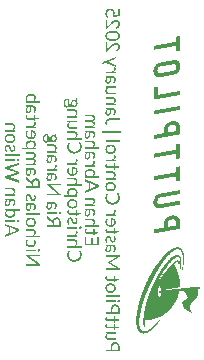
<source format=gbr>
G04*
G04 #@! TF.GenerationSoftware,Altium Limited,Altium Designer,25.1.2 (22)*
G04*
G04 Layer_Color=32896*
%FSLAX44Y44*%
%MOMM*%
G71*
G04*
G04 #@! TF.SameCoordinates,74C72B32-88F7-4DF0-8C8F-3553CF0260E0*
G04*
G04*
G04 #@! TF.FilePolarity,Positive*
G04*
G01*
G75*
G36*
X386915Y432644D02*
X387147Y432611D01*
X387413Y432545D01*
X387910Y432312D01*
X388043Y432279D01*
X388110Y432213D01*
X388176Y432179D01*
X388408Y431947D01*
X388475Y431914D01*
X388690Y431698D01*
X388723Y431632D01*
X388823Y431532D01*
X388856Y431466D01*
X388923Y431399D01*
X389304Y430686D01*
X389421Y430371D01*
X389454Y430238D01*
X389570Y429856D01*
X389636Y429690D01*
X389669Y429557D01*
X389752Y429076D01*
X389802Y428628D01*
X389852Y428247D01*
X389885Y428147D01*
X389869Y427002D01*
X389802Y426073D01*
X389769Y425509D01*
X389736Y424579D01*
X389703Y424015D01*
X389636Y423617D01*
X389603Y423451D01*
X389570Y423318D01*
X389537Y423152D01*
X389487Y422837D01*
X389454Y422737D01*
X389421Y422173D01*
X389321Y421775D01*
X389271Y421592D01*
X389238Y421460D01*
X389155Y421078D01*
X389089Y420680D01*
X389055Y420547D01*
X388989Y420315D01*
X388856Y420016D01*
X388823Y419916D01*
X388790Y419286D01*
X388757Y419153D01*
X388690Y418921D01*
X388574Y418871D01*
X388524Y418921D01*
X388491Y419120D01*
X388458Y419219D01*
X388491Y419551D01*
X388541Y419999D01*
X388574Y420132D01*
X388641Y420298D01*
X388707Y420696D01*
X388740Y420962D01*
X388790Y421642D01*
X388840Y422090D01*
X388873Y422256D01*
X389006Y423053D01*
X389039Y423418D01*
X389072Y424115D01*
X389105Y425608D01*
X389089Y426819D01*
X389055Y427251D01*
X389022Y427483D01*
X388989Y427616D01*
X388906Y427898D01*
X388873Y428031D01*
X388806Y428429D01*
X388773Y428695D01*
X388723Y428910D01*
X388558Y429275D01*
X388491Y429441D01*
X388392Y429674D01*
X388358Y429740D01*
X388292Y429807D01*
X388259Y429873D01*
X388093Y430105D01*
X388060Y430172D01*
X387944Y430288D01*
X387877Y430321D01*
X387711Y430487D01*
X387645Y430520D01*
X387562Y430603D01*
X387296Y430703D01*
X387114Y430752D01*
X387014Y430785D01*
X386434Y430769D01*
X386234Y430736D01*
X386102Y430703D01*
X385936Y430669D01*
X385720Y430586D01*
X385089Y430288D01*
X384890Y430155D01*
X384824Y430122D01*
X384393Y429823D01*
X384326Y429790D01*
X383862Y429458D01*
X383795Y429425D01*
X383530Y429159D01*
X383463Y429126D01*
X383297Y428960D01*
X383231Y428927D01*
X383065Y428761D01*
X382999Y428728D01*
X382434Y428164D01*
X382368Y428130D01*
X382003Y427765D01*
X381937Y427732D01*
X381887Y427682D01*
X381854Y427616D01*
X381488Y427251D01*
X381455Y427185D01*
X381090Y426819D01*
X381057Y426753D01*
X380227Y425923D01*
X380194Y425857D01*
X379995Y425658D01*
X379962Y425592D01*
X379763Y425392D01*
X379730Y425326D01*
X379597Y425193D01*
X379564Y425127D01*
X379497Y425061D01*
X379464Y424994D01*
X379265Y424795D01*
X379232Y424729D01*
X378999Y424496D01*
X378966Y424430D01*
X378834Y424297D01*
X378800Y424231D01*
X378667Y424098D01*
X378634Y424032D01*
X378535Y423932D01*
X378502Y423866D01*
X378369Y423733D01*
X377672Y422837D01*
X377639Y422771D01*
X377572Y422704D01*
X377539Y422638D01*
X377473Y422571D01*
X377440Y422505D01*
X377373Y422439D01*
X377340Y422372D01*
X377008Y421908D01*
X376975Y421841D01*
X376809Y421675D01*
X376776Y421609D01*
X376610Y421377D01*
X376378Y421078D01*
X376344Y421012D01*
X375846Y420315D01*
X375813Y420248D01*
X375647Y420016D01*
X375614Y419950D01*
X375548Y419883D01*
X375515Y419817D01*
X375349Y419585D01*
X375316Y419518D01*
X375249Y419452D01*
X375216Y419385D01*
X374984Y419053D01*
X374950Y418987D01*
X374884Y418921D01*
X374851Y418854D01*
X374685Y418589D01*
X374652Y418522D01*
X374585Y418456D01*
X374552Y418390D01*
X374386Y418124D01*
X374353Y418058D01*
X374287Y417991D01*
X374121Y417693D01*
X373955Y417461D01*
X373922Y417394D01*
X373756Y417129D01*
X373722Y417062D01*
X373656Y416996D01*
X373490Y416697D01*
X373324Y416465D01*
X372860Y415569D01*
X372727Y415370D01*
X372561Y415071D01*
X372395Y414839D01*
X372196Y414473D01*
X372063Y414274D01*
X371798Y413777D01*
X371167Y412582D01*
X371001Y412283D01*
X370835Y412018D01*
X370636Y411652D01*
X370503Y411420D01*
X370205Y410856D01*
X369972Y410425D01*
X369873Y410259D01*
X369275Y409130D01*
X369209Y409064D01*
X368147Y406973D01*
X368047Y406741D01*
X367815Y406309D01*
X367616Y405878D01*
X367566Y405828D01*
X367483Y405612D01*
X367284Y405181D01*
X367184Y404915D01*
X367118Y404749D01*
X366936Y404368D01*
X366853Y404152D01*
X366786Y403986D01*
X366604Y403604D01*
X366421Y403090D01*
X366189Y402592D01*
X366122Y402426D01*
X365940Y402045D01*
X365873Y401879D01*
X365840Y401746D01*
X365791Y401563D01*
X365641Y401315D01*
X365558Y401099D01*
X365525Y400966D01*
X365459Y400734D01*
X365326Y400535D01*
X365276Y400418D01*
X365226Y400203D01*
X365193Y400070D01*
X365094Y399838D01*
X364977Y399655D01*
X364928Y399373D01*
X364961Y399240D01*
X365044Y399224D01*
X365143Y399323D01*
X365226Y399539D01*
X365260Y399672D01*
X365326Y399838D01*
X365475Y399987D01*
X365625Y400402D01*
X365724Y400568D01*
X365857Y400800D01*
X365923Y400966D01*
X366056Y401265D01*
X366189Y401497D01*
X366554Y402260D01*
X366753Y402692D01*
X366803Y402808D01*
X366886Y403024D01*
X367052Y403289D01*
X367317Y403787D01*
X367516Y404152D01*
X367815Y404716D01*
X367948Y404949D01*
X368213Y405446D01*
X369508Y407902D01*
X369674Y408135D01*
X369806Y408367D01*
X370039Y408798D01*
X370205Y409031D01*
X370437Y409462D01*
X370603Y409695D01*
X370802Y410060D01*
X371034Y410491D01*
X371200Y410723D01*
X371233Y410790D01*
X371333Y411022D01*
X371499Y411254D01*
X371665Y411553D01*
X371698Y411619D01*
X371864Y411852D01*
X372013Y412134D01*
X372295Y412549D01*
X372329Y412615D01*
X372395Y412681D01*
X372428Y412748D01*
X372495Y412814D01*
X372528Y412881D01*
X372777Y413295D01*
X372943Y413561D01*
X373258Y413976D01*
X373291Y414042D01*
X373424Y414175D01*
X373457Y414241D01*
X373756Y414673D01*
X373789Y414739D01*
X373955Y414971D01*
X373988Y415038D01*
X374088Y415137D01*
X374121Y415204D01*
X374420Y415635D01*
X374552Y415867D01*
X374619Y415934D01*
X374652Y416000D01*
X374718Y416067D01*
X374751Y416133D01*
X375083Y416598D01*
X375116Y416664D01*
X375282Y416896D01*
X376012Y417892D01*
X376096Y418008D01*
X376411Y418423D01*
X376444Y418489D01*
X376510Y418556D01*
X376544Y418622D01*
X376643Y418722D01*
X376676Y418788D01*
X376743Y418854D01*
X376776Y418921D01*
X376842Y418987D01*
X376875Y419053D01*
X376925Y419103D01*
X377058Y419302D01*
X377373Y419717D01*
X377406Y419784D01*
X377539Y419916D01*
X377572Y419983D01*
X377639Y420049D01*
X377672Y420116D01*
X377838Y420281D01*
X377871Y420348D01*
X377937Y420414D01*
X377971Y420481D01*
X378037Y420547D01*
X378070Y420613D01*
X378236Y420779D01*
X378269Y420846D01*
X378336Y420912D01*
X378369Y420978D01*
X378634Y421244D01*
X378667Y421310D01*
X378767Y421410D01*
X378800Y421476D01*
X378900Y421576D01*
X378933Y421642D01*
X379165Y421875D01*
X379199Y421941D01*
X379763Y422505D01*
X379796Y422571D01*
X380061Y422837D01*
X380095Y422903D01*
X380393Y423202D01*
X380426Y423268D01*
X380891Y423733D01*
X380924Y423799D01*
X381422Y424297D01*
X381455Y424364D01*
X381787Y424696D01*
X381820Y424762D01*
X382285Y425227D01*
X382318Y425293D01*
X382534Y425509D01*
X382600Y425542D01*
X382733Y425675D01*
X382799Y425708D01*
X383397Y426305D01*
X383463Y426338D01*
X383729Y426604D01*
X383795Y426637D01*
X384027Y426869D01*
X384094Y426903D01*
X384160Y426969D01*
X384227Y427002D01*
X384343Y427118D01*
X384542Y427251D01*
X385189Y427732D01*
X385952Y428130D01*
X386185Y428164D01*
X386284Y428197D01*
X386749Y428164D01*
X386882Y428130D01*
X387247Y427965D01*
X387313Y427931D01*
X387462Y427782D01*
X387595Y427550D01*
X387794Y427185D01*
X387827Y425724D01*
X387794Y425392D01*
X387761Y425160D01*
X387728Y425027D01*
X387678Y424978D01*
X387628Y425027D01*
X387462Y425492D01*
X387313Y425973D01*
X387280Y426139D01*
X387230Y426355D01*
X387097Y426654D01*
X387031Y426720D01*
X386716Y426936D01*
X386483Y426969D01*
X386251Y426936D01*
X385952Y426803D01*
X385886Y426770D01*
X385820Y426703D01*
X385753Y426670D01*
X385687Y426604D01*
X385620Y426571D01*
X385521Y426471D01*
X385454Y426438D01*
X385322Y426305D01*
X385255Y426272D01*
X385156Y426172D01*
X385089Y426139D01*
X384343Y425392D01*
X384310Y425326D01*
X384144Y425160D01*
X384110Y425094D01*
X384061Y425044D01*
X383845Y424729D01*
X383812Y424430D01*
X384044Y423932D01*
X384177Y423733D01*
X384210Y423667D01*
X384260Y423617D01*
X384343Y423401D01*
X384575Y423069D01*
X384774Y422704D01*
X385106Y422074D01*
X385239Y421841D01*
X385305Y421675D01*
X385903Y420447D01*
X385969Y420215D01*
X386152Y419867D01*
X386301Y419452D01*
X386483Y419103D01*
X386566Y418888D01*
X386600Y418755D01*
X386749Y418406D01*
X386848Y418141D01*
X386882Y418008D01*
X386931Y417792D01*
X387131Y417361D01*
X387230Y416963D01*
X387296Y416730D01*
X387379Y416548D01*
X387446Y416382D01*
X387479Y416216D01*
X387529Y415867D01*
X387562Y415735D01*
X387645Y415453D01*
X387744Y415187D01*
X387778Y415054D01*
X387811Y414888D01*
X387861Y414573D01*
X387960Y414175D01*
X388027Y414009D01*
X388076Y413826D01*
X388126Y413511D01*
X388159Y413378D01*
X388192Y413046D01*
X388309Y412665D01*
X388375Y412499D01*
X388408Y412333D01*
X388441Y411935D01*
X388475Y411337D01*
X388508Y410873D01*
X388541Y410607D01*
X388591Y410060D01*
X388624Y409960D01*
X388657Y409064D01*
X388690Y408964D01*
X388723Y407039D01*
X388690Y406011D01*
X388657Y405778D01*
X388591Y405513D01*
X388475Y405397D01*
X388292Y405280D01*
X388126Y405247D01*
X387330Y405115D01*
X387164Y405081D01*
X386616Y404998D01*
X386583D01*
X386301Y404949D01*
X385703Y404849D01*
X385372Y404783D01*
X384708Y404683D01*
X384442Y404650D01*
X384276Y404617D01*
X384077Y404584D01*
X383911Y404550D01*
X383115Y404417D01*
X382949Y404384D01*
X382750Y404351D01*
X382584Y404318D01*
X382385Y404285D01*
X382119Y404252D01*
X381804Y404202D01*
X381671Y404169D01*
X381439Y404135D01*
X381306Y404102D01*
X380626Y404019D01*
X380227Y403953D01*
X380061Y403920D01*
X379862Y403886D01*
X379696Y403853D01*
X379381Y403804D01*
X379282Y403770D01*
X378950Y403737D01*
X378817Y403704D01*
X378369Y403654D01*
X378203Y403621D01*
X378004Y403588D01*
X377871Y403555D01*
X377672Y403521D01*
X377506Y403488D01*
X377075Y403422D01*
X376909Y403389D01*
X375913Y403223D01*
X375747Y403190D01*
X375614Y403156D01*
X375216Y403090D01*
X375000Y403040D01*
X374735Y402974D01*
X374254Y402825D01*
X374038Y402775D01*
X373855Y402725D01*
X373590Y402659D01*
X373424Y402625D01*
X373391Y402559D01*
X373457Y402526D01*
X374104Y402542D01*
X374204Y402576D01*
X375299Y402609D01*
X375631Y402642D01*
X375730Y402675D01*
X376328Y402708D01*
X376460Y402742D01*
X377091Y402775D01*
X377423Y402808D01*
X378120Y402907D01*
X378800Y402990D01*
X379398Y403024D01*
X380045Y403073D01*
X380277Y403107D01*
X380841Y403173D01*
X380974Y403206D01*
X381721Y403289D01*
X382086Y403322D01*
X382285Y403355D01*
X383098Y403405D01*
X383231Y403438D01*
X383679Y403488D01*
X384110Y403555D01*
X384376Y403588D01*
X385106Y403654D01*
X385537Y403687D01*
X385836Y403721D01*
X386234Y403754D01*
X386434Y403787D01*
X386600Y403820D01*
X386799Y403853D01*
X387330Y403920D01*
X387761Y403953D01*
X388093Y403986D01*
X388292Y404019D01*
X388690Y404053D01*
X389089Y404119D01*
X389387Y404152D01*
X389819Y404218D01*
X390117Y404252D01*
X390848Y404318D01*
X391246Y404351D01*
X391544Y404384D01*
X391677Y404417D01*
X391843Y404451D01*
X392308Y404484D01*
X392739Y404550D01*
X393071Y404584D01*
X393801Y404650D01*
X394133Y404683D01*
X394548Y404733D01*
X394681Y404766D01*
X395013Y404799D01*
X395477Y404866D01*
X395925Y404915D01*
X396490Y404949D01*
X396755Y404982D01*
X397054Y405015D01*
X397568Y405065D01*
X397701Y405098D01*
X398381Y405181D01*
X398680Y405214D01*
X399045Y405247D01*
X399377Y405280D01*
X399958Y405330D01*
X400057Y405363D01*
X400555Y405397D01*
X400787Y405430D01*
X401053Y405496D01*
X401501Y405546D01*
X402132Y405579D01*
X403028Y405679D01*
X403393Y405712D01*
X403791Y405778D01*
X404505Y405861D01*
X404737Y405894D01*
X404969Y405861D01*
X405102Y405828D01*
X405251Y405645D01*
X405284Y405579D01*
X405351Y405413D01*
X405401Y405231D01*
X405434Y405098D01*
X405484Y404783D01*
X405517Y404451D01*
X405484Y404119D01*
X405417Y403953D01*
X405301Y403837D01*
X405069Y403704D01*
X404338Y403671D01*
X404173Y403604D01*
X404106Y403571D01*
X404056Y403488D01*
X404023Y403422D01*
X403990Y403322D01*
X404007Y403206D01*
X404056Y402493D01*
X404090Y402393D01*
X404123Y400734D01*
X404090Y400302D01*
X404056Y400169D01*
X403957Y399473D01*
X403824Y399041D01*
X403791Y398908D01*
X403725Y398742D01*
X403691Y398543D01*
X403658Y398410D01*
X403525Y398112D01*
X403476Y397996D01*
X403393Y397780D01*
X403326Y397614D01*
X403144Y397232D01*
X403061Y397017D01*
X402978Y396867D01*
X402762Y396552D01*
X402729Y396486D01*
X402679Y396436D01*
X402397Y396021D01*
X402364Y395955D01*
X402314Y395938D01*
X402298Y395888D01*
X402231Y395822D01*
X402198Y395755D01*
X402132Y395689D01*
X402098Y395623D01*
X401932Y395457D01*
X401899Y395390D01*
X401600Y395092D01*
X401567Y395025D01*
X401518Y395009D01*
X401252Y394743D01*
X401186Y394710D01*
X401119Y394644D01*
X401053Y394610D01*
X400787Y394345D01*
X400721Y394312D01*
X400655Y394245D01*
X400588Y394212D01*
X400489Y394113D01*
X400422Y394080D01*
X400240Y393897D01*
X400207Y393830D01*
X400157Y393781D01*
X400090Y393748D01*
X399908Y393565D01*
X399875Y393499D01*
X399825Y393482D01*
X399659Y393316D01*
X399593Y393283D01*
X399394Y393084D01*
X399327Y393051D01*
X399194Y392918D01*
X399128Y392885D01*
X399095Y392818D01*
X398946Y392636D01*
X398912Y392569D01*
X398779Y392437D01*
X398614Y392204D01*
X398580Y392138D01*
X398514Y392072D01*
X398481Y392005D01*
X398315Y391773D01*
X398282Y391707D01*
X398116Y391474D01*
X398016Y391308D01*
X397917Y391076D01*
X397767Y390827D01*
X397701Y390661D01*
X397651Y390379D01*
X397585Y390147D01*
X397485Y389914D01*
X397419Y389616D01*
X397386Y389516D01*
X397352Y388388D01*
X397386Y387658D01*
X397419Y387226D01*
X397452Y386994D01*
X397518Y386728D01*
X397585Y386562D01*
X397618Y386363D01*
X397651Y386231D01*
X397718Y385832D01*
X397817Y385600D01*
X397867Y385550D01*
X397983Y385235D01*
X398116Y384936D01*
X398381Y384438D01*
X398414Y384372D01*
X398464Y384322D01*
X398680Y384007D01*
X398713Y383941D01*
X398879Y383774D01*
X398912Y383642D01*
X398879Y383509D01*
X398663Y383493D01*
X398166Y383692D01*
X397933Y383791D01*
X397734Y383924D01*
X397568Y384023D01*
X397369Y384156D01*
X397303Y384189D01*
X397070Y384355D01*
X396340Y384754D01*
X396008Y384986D01*
X395726Y385135D01*
X395527Y385268D01*
X395262Y385434D01*
X394614Y385915D01*
X394083Y386313D01*
X394017Y386347D01*
X393751Y386612D01*
X393685Y386645D01*
X393569Y386762D01*
X393486Y386878D01*
X393420Y386911D01*
X392441Y387890D01*
X392407Y387956D01*
X392341Y388023D01*
X392308Y388089D01*
X392242Y388155D01*
X392208Y388222D01*
X392042Y388388D01*
X392009Y388454D01*
X391843Y388720D01*
X391644Y389085D01*
X391428Y389500D01*
X391362Y389665D01*
X391312Y389881D01*
X391246Y390047D01*
X391096Y390329D01*
X391013Y390711D01*
X390914Y391043D01*
X390848Y391209D01*
X390814Y391308D01*
X390781Y391773D01*
X390814Y391906D01*
X390848Y392238D01*
X390881Y392370D01*
X390931Y392553D01*
X390980Y392769D01*
X391013Y392901D01*
X391047Y393134D01*
X391113Y393299D01*
X391345Y393631D01*
X391379Y393698D01*
X391445Y393764D01*
X391478Y393830D01*
X391794Y394146D01*
X391860Y394179D01*
X391926Y394245D01*
X392159Y394378D01*
X392905Y394727D01*
X393220Y394843D01*
X393918Y395175D01*
X393984Y395208D01*
X394050Y395274D01*
X394117Y395307D01*
X394216Y395407D01*
X394382Y395440D01*
X394465Y395357D01*
X394498Y395025D01*
X394465Y394893D01*
X394432Y394561D01*
X394399Y394461D01*
X394233Y394162D01*
X394200Y393797D01*
X394233Y393565D01*
X394349Y393548D01*
X394498Y393731D01*
X394532Y394063D01*
X394565Y394196D01*
X394614Y394345D01*
X394764Y394528D01*
X394814Y394644D01*
X394847Y394776D01*
X394897Y395092D01*
X394930Y395224D01*
X394963Y395457D01*
X395046Y395672D01*
X395079Y395838D01*
X395129Y396552D01*
X395096Y397083D01*
X395062Y397315D01*
X395029Y397448D01*
X394946Y397664D01*
X394913Y397797D01*
X394863Y397979D01*
X394830Y398112D01*
X394764Y398344D01*
X394631Y398543D01*
X394598Y398610D01*
X394532Y398776D01*
X394449Y398991D01*
X394233Y399307D01*
X394200Y399439D01*
X394050Y399688D01*
X393901Y399871D01*
X393868Y399937D01*
X393751Y400053D01*
X393602Y400236D01*
X393569Y400302D01*
X393370Y400501D01*
X393337Y400568D01*
X393104Y400800D01*
X393071Y400866D01*
X392772Y401165D01*
X392739Y401231D01*
X392573Y401397D01*
X392540Y401464D01*
X392424Y401580D01*
X392208Y401895D01*
X392175Y401962D01*
X392109Y402028D01*
X391943Y402327D01*
X391860Y402410D01*
X391628Y402542D01*
X391279Y402526D01*
X390947Y402493D01*
X390549Y402459D01*
X390184Y402426D01*
X389885Y402393D01*
X389238Y402343D01*
X389138Y402310D01*
X388408Y402277D01*
X388242Y402211D01*
X388192Y402128D01*
X388143Y402011D01*
X388060Y401630D01*
X388010Y401447D01*
X387944Y401281D01*
X387910Y401148D01*
X387877Y400983D01*
X387827Y400568D01*
X387761Y400169D01*
X387678Y399954D01*
X387579Y399688D01*
X387545Y399556D01*
X387479Y399157D01*
X387429Y398941D01*
X387346Y398759D01*
X387280Y398593D01*
X387230Y398377D01*
X387197Y398245D01*
X387164Y398012D01*
X386981Y397597D01*
X386898Y397382D01*
X386832Y397149D01*
X386683Y396801D01*
X386583Y396535D01*
X386550Y396403D01*
X386500Y396220D01*
X386351Y395971D01*
X386234Y395656D01*
X386201Y395523D01*
X386135Y395357D01*
X385969Y395059D01*
X385836Y394727D01*
X385670Y394494D01*
X385637Y394361D01*
X385355Y393847D01*
X385289Y393681D01*
X385239Y393499D01*
X385106Y393299D01*
X384874Y392868D01*
X384807Y392802D01*
X384575Y392370D01*
X384442Y392171D01*
X384310Y391939D01*
X384177Y391740D01*
X384044Y391507D01*
X383712Y390976D01*
X383679Y390910D01*
X383281Y390346D01*
X383048Y390047D01*
X383015Y389981D01*
X382882Y389848D01*
X382849Y389782D01*
X382517Y389317D01*
X382484Y389251D01*
X382418Y389184D01*
X382385Y389118D01*
X382252Y388985D01*
X382219Y388919D01*
X382152Y388852D01*
X382119Y388786D01*
X381920Y388587D01*
X381887Y388520D01*
X381820Y388454D01*
X381787Y388388D01*
X381621Y388222D01*
X381588Y388155D01*
X381455Y388023D01*
X381422Y387956D01*
X381223Y387757D01*
X381190Y387691D01*
X381024Y387525D01*
X380991Y387458D01*
X380891Y387359D01*
X380858Y387293D01*
X380792Y387226D01*
X380758Y387160D01*
X380493Y386894D01*
X380460Y386828D01*
X379813Y386181D01*
X379746Y386147D01*
X379348Y385749D01*
X379282Y385716D01*
X378651Y385085D01*
X378585Y385052D01*
X378286Y384754D01*
X378219Y384720D01*
X378120Y384621D01*
X378054Y384588D01*
X377954Y384488D01*
X377888Y384455D01*
X377788Y384355D01*
X377722Y384322D01*
X377523Y384123D01*
X377456Y384090D01*
X377357Y383990D01*
X377058Y383758D01*
X376992Y383725D01*
X376925Y383658D01*
X376859Y383625D01*
X376792Y383559D01*
X376726Y383526D01*
X376627Y383426D01*
X376560Y383393D01*
X376460Y383293D01*
X376394Y383260D01*
X376295Y383161D01*
X376228Y383127D01*
X376029Y382995D01*
X375963Y382961D01*
X375896Y382895D01*
X375830Y382862D01*
X374934Y382231D01*
X374868Y382198D01*
X374668Y382065D01*
X374602Y382032D01*
X374536Y381966D01*
X374469Y381933D01*
X374403Y381866D01*
X374337Y381833D01*
X373971Y381601D01*
X373108Y381136D01*
X372876Y380970D01*
X371449Y380240D01*
X371283Y380174D01*
X370288Y379709D01*
X370221Y379676D01*
X369607Y379394D01*
X369292Y379277D01*
X369010Y379195D01*
X368479Y378996D01*
X368296Y378946D01*
X368163Y378913D01*
X367981Y378829D01*
X367765Y378746D01*
X367599Y378680D01*
X367367Y378614D01*
X367184Y378564D01*
X366720Y378398D01*
X366305Y378315D01*
X366040Y378249D01*
X365708Y378149D01*
X365525Y378099D01*
X364977Y377983D01*
X364745Y377917D01*
X364563Y377867D01*
X364397Y377834D01*
X364264Y377801D01*
X364065Y377767D01*
X363700Y377701D01*
X363501Y377668D01*
X363235Y377635D01*
X362936Y377602D01*
X362737Y377568D01*
X362604Y377535D01*
X362439Y377502D01*
X362040Y377436D01*
X361775Y377402D01*
X361376Y377369D01*
X359435Y377286D01*
X359336Y377253D01*
X359319Y377270D01*
X359170Y377253D01*
X359004Y377187D01*
X358987Y377137D01*
X358921Y377071D01*
X358887Y376871D01*
X358854Y376772D01*
X358821Y375577D01*
X358854Y374050D01*
X358887Y373221D01*
X358921Y373088D01*
X358954Y372856D01*
X359037Y372574D01*
X359253Y371960D01*
X359385Y371760D01*
X359651Y371263D01*
X359618Y371163D01*
X359468Y371180D01*
X359170Y371312D01*
X359103Y371379D01*
X359037Y371412D01*
X358805Y371644D01*
X358688Y371727D01*
X358655Y371794D01*
X358589Y371860D01*
X358555Y371926D01*
X358489Y371993D01*
X358456Y372059D01*
X358390Y372126D01*
X358157Y372557D01*
X358008Y372806D01*
X357892Y373121D01*
X357859Y373254D01*
X357809Y373436D01*
X357776Y373602D01*
X357676Y374001D01*
X357643Y374200D01*
X357593Y375046D01*
X357560Y375278D01*
X357610Y377319D01*
X357676Y378780D01*
X357709Y379045D01*
X357742Y379211D01*
X357776Y379344D01*
X357809Y379510D01*
X357875Y379908D01*
X357925Y380423D01*
X357958Y380655D01*
X358041Y381402D01*
X358107Y381734D01*
X358207Y382397D01*
X358240Y382663D01*
X358307Y383393D01*
X358373Y383791D01*
X358406Y383924D01*
X358506Y384422D01*
X358555Y384837D01*
X358589Y384969D01*
X358622Y385202D01*
X358722Y385600D01*
X358788Y385832D01*
X358821Y385965D01*
X358954Y386894D01*
X359103Y387375D01*
X359136Y387508D01*
X359203Y387906D01*
X359253Y388189D01*
X359385Y388620D01*
X359435Y388802D01*
X359468Y388935D01*
X359501Y389134D01*
X359551Y389450D01*
X359584Y389582D01*
X359734Y390064D01*
X359784Y390246D01*
X359817Y390379D01*
X359850Y390611D01*
X359883Y390744D01*
X360066Y391325D01*
X360115Y391507D01*
X360149Y391640D01*
X360182Y391872D01*
X360215Y392005D01*
X360265Y392188D01*
X360397Y392553D01*
X360431Y392686D01*
X360480Y393001D01*
X360547Y393233D01*
X360729Y393681D01*
X360845Y394196D01*
X360895Y394345D01*
X360962Y394511D01*
X361061Y394776D01*
X361095Y394942D01*
X361144Y395224D01*
X361227Y395407D01*
X361360Y395739D01*
X361393Y395872D01*
X361443Y396087D01*
X361476Y396220D01*
X361559Y396403D01*
X361708Y396818D01*
X361775Y397050D01*
X361808Y397183D01*
X361858Y397332D01*
X361924Y397498D01*
X362040Y397813D01*
X362074Y397946D01*
X362140Y398178D01*
X362206Y398344D01*
X362339Y398643D01*
X362439Y399008D01*
X362522Y399190D01*
X362588Y399356D01*
X362671Y399572D01*
X362737Y399838D01*
X362887Y400186D01*
X362953Y400352D01*
X363003Y400535D01*
X363036Y400667D01*
X363218Y401082D01*
X363285Y401248D01*
X363335Y401464D01*
X363600Y402028D01*
X363666Y402260D01*
X363700Y402393D01*
X363799Y402625D01*
X363849Y402675D01*
X363998Y403090D01*
X364098Y403322D01*
X364247Y403604D01*
X364297Y403787D01*
X364364Y403953D01*
X364513Y404235D01*
X364629Y404550D01*
X364695Y404716D01*
X364845Y404998D01*
X364994Y405413D01*
X365177Y405762D01*
X365260Y405977D01*
X365359Y406210D01*
X365492Y406442D01*
X365525Y406508D01*
X365591Y406674D01*
X365890Y407305D01*
X366156Y407869D01*
X366454Y408500D01*
X366521Y408666D01*
X366653Y408964D01*
X366687Y409031D01*
X366736Y409081D01*
X366819Y409296D01*
X366952Y409595D01*
X367118Y409894D01*
X367251Y410225D01*
X367450Y410591D01*
X367599Y410939D01*
X367732Y411138D01*
X367815Y411354D01*
X367948Y411553D01*
X368479Y412582D01*
X368612Y412781D01*
X369076Y413644D01*
X369209Y413843D01*
X369441Y414274D01*
X369574Y414473D01*
X370105Y415469D01*
X370271Y415701D01*
X370470Y416067D01*
X370736Y416564D01*
X370802Y416631D01*
X370935Y416863D01*
X371101Y417129D01*
X371134Y417195D01*
X371200Y417261D01*
X371333Y417494D01*
X371466Y417693D01*
X371599Y417925D01*
X371731Y418124D01*
X371764Y418191D01*
X371831Y418257D01*
X371997Y418556D01*
X372030Y418622D01*
X372196Y418854D01*
X372362Y419153D01*
X372428Y419219D01*
X372660Y419651D01*
X372727Y419717D01*
X372893Y420016D01*
X372959Y420082D01*
X372992Y420149D01*
X373092Y420248D01*
X373191Y420414D01*
X373291Y420514D01*
X373324Y420580D01*
X373424Y420680D01*
X373457Y420746D01*
X373789Y421211D01*
X373922Y421443D01*
X373988Y421509D01*
X374021Y421576D01*
X374187Y421841D01*
X374220Y421908D01*
X374353Y422040D01*
X374386Y422107D01*
X374552Y422339D01*
X374785Y422638D01*
X374818Y422704D01*
X375033Y422986D01*
X375183Y423169D01*
X375415Y423467D01*
X375448Y423534D01*
X375515Y423600D01*
X375548Y423667D01*
X375681Y423799D01*
X375714Y423866D01*
X375780Y423932D01*
X375813Y423998D01*
X375896Y424081D01*
X376212Y424496D01*
X376444Y424795D01*
X376477Y424861D01*
X376643Y425027D01*
X376676Y425094D01*
X376743Y425160D01*
X376776Y425227D01*
X376875Y425326D01*
X376909Y425392D01*
X376975Y425459D01*
X377008Y425525D01*
X377108Y425625D01*
X377141Y425691D01*
X377572Y426123D01*
X377606Y426189D01*
X377655Y426239D01*
X377805Y426421D01*
X377971Y426654D01*
X378004Y426720D01*
X378203Y426919D01*
X378236Y426986D01*
X378302Y427052D01*
X378336Y427118D01*
X378535Y427317D01*
X378568Y427384D01*
X378701Y427517D01*
X378734Y427583D01*
X378834Y427682D01*
X378867Y427749D01*
X378999Y427882D01*
X379033Y427948D01*
X379497Y428413D01*
X379530Y428479D01*
X380227Y429176D01*
X380261Y429242D01*
X380310Y429292D01*
X380377Y429325D01*
X380493Y429441D01*
X380526Y429508D01*
X380642Y429624D01*
X380709Y429657D01*
X380825Y429773D01*
X380858Y429840D01*
X381007Y429989D01*
X381074Y430022D01*
X381206Y430155D01*
X381273Y430188D01*
X381406Y430321D01*
X381472Y430354D01*
X381538Y430420D01*
X381605Y430454D01*
X381655Y430503D01*
X381837Y430653D01*
X381903Y430686D01*
X382202Y430985D01*
X382318Y431068D01*
X382501Y431217D01*
X382866Y431416D01*
X383065Y431549D01*
X383297Y431682D01*
X383496Y431814D01*
X384144Y432130D01*
X384459Y432246D01*
X384675Y432329D01*
X384990Y432445D01*
X385156Y432511D01*
X385338Y432561D01*
X385753Y432611D01*
X385853Y432644D01*
X386483Y432677D01*
X386915Y432644D01*
D02*
G37*
G36*
X387147Y439016D02*
X387479Y438983D01*
X387612Y438950D01*
X387844Y438917D01*
X388110Y438850D01*
X388475Y438684D01*
X388906Y438485D01*
X389338Y438253D01*
X389537Y438054D01*
X389603Y438021D01*
X389802Y437821D01*
X389869Y437788D01*
X389885Y437738D01*
X389935Y437722D01*
X389985Y437672D01*
X390068Y437556D01*
X390134Y437523D01*
X390283Y437373D01*
X390317Y437307D01*
X390383Y437241D01*
X390416Y437174D01*
X390466Y437124D01*
X390615Y436942D01*
X391013Y436212D01*
X391146Y435913D01*
X391312Y435614D01*
X391528Y435133D01*
X391594Y434967D01*
X391644Y434752D01*
X391677Y434519D01*
X391711Y434386D01*
X391893Y433806D01*
X391943Y433490D01*
X391976Y433158D01*
X392059Y432478D01*
X392092Y432279D01*
X392125Y432113D01*
X392175Y431798D01*
X392208Y431698D01*
X392242Y430072D01*
X392275Y429972D01*
X392258Y429856D01*
X392225Y428628D01*
X392192Y427865D01*
X392125Y427267D01*
X392059Y426869D01*
X392026Y426604D01*
X391993Y426305D01*
X391943Y425592D01*
X391910Y425359D01*
X391860Y424911D01*
X391827Y424745D01*
X391794Y424613D01*
X391760Y424413D01*
X391711Y424165D01*
X391677Y424065D01*
X391644Y423534D01*
X391611Y423302D01*
X391578Y423169D01*
X391544Y422937D01*
X391495Y422754D01*
X391428Y422489D01*
X391362Y422090D01*
X391329Y421825D01*
X391296Y421626D01*
X391229Y421294D01*
X391096Y420763D01*
X391063Y420597D01*
X390980Y420116D01*
X390947Y419983D01*
X390864Y419701D01*
X390831Y419568D01*
X390748Y419219D01*
X390715Y419087D01*
X390682Y418854D01*
X390648Y418722D01*
X390516Y418423D01*
X390466Y418307D01*
X390416Y418124D01*
X390350Y417660D01*
X390317Y417527D01*
X390250Y417361D01*
X390167Y417344D01*
X390117Y417394D01*
X390084Y417759D01*
X390117Y418091D01*
X390151Y418224D01*
X390200Y418373D01*
X390234Y418506D01*
X390300Y418871D01*
X390366Y419269D01*
X390400Y419568D01*
X390433Y419833D01*
X390466Y419966D01*
X390532Y420298D01*
X390599Y420564D01*
X390665Y420962D01*
X390698Y421294D01*
X390731Y421659D01*
X390765Y422057D01*
X390798Y422223D01*
X390831Y422356D01*
X390864Y422522D01*
X390897Y422787D01*
X390997Y423385D01*
X391030Y423849D01*
X391063Y424181D01*
X391096Y424579D01*
X391130Y425144D01*
X391180Y426189D01*
X391213Y426288D01*
X391246Y427317D01*
X391279Y427417D01*
X391312Y428512D01*
X391279Y429441D01*
X391246Y429773D01*
X391196Y430221D01*
X391130Y430620D01*
X391096Y430918D01*
X391063Y431117D01*
X391013Y431731D01*
X390980Y432163D01*
X390947Y432395D01*
X390914Y432528D01*
X390781Y432959D01*
X390748Y433092D01*
X390715Y433324D01*
X390648Y433723D01*
X390482Y434088D01*
X390416Y434254D01*
X390383Y434386D01*
X390184Y434818D01*
X390134Y434868D01*
X390084Y435050D01*
X389935Y435299D01*
X389802Y435498D01*
X389719Y435714D01*
X389487Y436046D01*
X389454Y436112D01*
X389387Y436179D01*
X389354Y436245D01*
X389238Y436361D01*
X389172Y436394D01*
X388989Y436577D01*
X388806Y436726D01*
X388690Y436809D01*
X388674Y436826D01*
X388607Y436859D01*
X388541Y436925D01*
X388176Y437124D01*
X387894Y437241D01*
X387728Y437307D01*
X387462Y437373D01*
X386948Y437423D01*
X386417Y437390D01*
X386185Y437357D01*
X385786Y437290D01*
X385604Y437241D01*
X385388Y437158D01*
X385156Y437091D01*
X385023Y437058D01*
X384326Y436726D01*
X383762Y436427D01*
X383596Y436361D01*
X383397Y436228D01*
X383164Y436096D01*
X383098Y436029D01*
X383032Y435996D01*
X382965Y435930D01*
X382899Y435896D01*
X382833Y435830D01*
X382766Y435797D01*
X382716Y435747D01*
X382534Y435598D01*
X382302Y435465D01*
X381837Y435133D01*
X381771Y435100D01*
X381472Y434801D01*
X381406Y434768D01*
X381107Y434469D01*
X381040Y434436D01*
X380874Y434270D01*
X380808Y434237D01*
X380609Y434038D01*
X380543Y434005D01*
X380410Y433872D01*
X380344Y433839D01*
X380294Y433789D01*
X380261Y433723D01*
X380111Y433573D01*
X380045Y433540D01*
X379298Y432793D01*
X379265Y432727D01*
X379116Y432578D01*
X379049Y432545D01*
X378701Y432196D01*
X378667Y432130D01*
X378601Y432063D01*
X378568Y431997D01*
X378402Y431831D01*
X378369Y431764D01*
X378302Y431698D01*
X378269Y431632D01*
X378136Y431499D01*
X378103Y431433D01*
X377937Y431267D01*
X377904Y431200D01*
X377639Y430935D01*
X377606Y430868D01*
X377456Y430719D01*
X377307Y430537D01*
X377274Y430470D01*
X377041Y430238D01*
X377008Y430172D01*
X376942Y430105D01*
X376909Y430039D01*
X376776Y429906D01*
X376743Y429840D01*
X376676Y429773D01*
X376643Y429707D01*
X376510Y429574D01*
X376477Y429508D01*
X376344Y429375D01*
X376311Y429309D01*
X376245Y429242D01*
X376012Y428943D01*
X375979Y428877D01*
X375913Y428811D01*
X375681Y428512D01*
X375647Y428446D01*
X375531Y428330D01*
X375266Y427931D01*
X375116Y427749D01*
X375033Y427633D01*
X374718Y427218D01*
X374685Y427151D01*
X374519Y426986D01*
X374486Y426919D01*
X374320Y426687D01*
X374287Y426620D01*
X374220Y426554D01*
X373822Y426023D01*
X373789Y425957D01*
X373722Y425890D01*
X373590Y425658D01*
X373523Y425592D01*
X373490Y425525D01*
X373258Y425193D01*
X373026Y424762D01*
X372992Y424696D01*
X372660Y424231D01*
X372627Y424165D01*
X372295Y423700D01*
X372262Y423633D01*
X372096Y423368D01*
X371847Y422953D01*
X371698Y422771D01*
X371532Y422472D01*
X371366Y422240D01*
X371200Y421941D01*
X371167Y421875D01*
X371068Y421775D01*
X370935Y421543D01*
X370802Y421343D01*
X370603Y420978D01*
X370470Y420779D01*
X370304Y420481D01*
X370138Y420248D01*
X370105Y420182D01*
X370039Y420116D01*
X370005Y419983D01*
X369873Y419784D01*
X369640Y419352D01*
X369474Y419120D01*
X369342Y418888D01*
X369309Y418821D01*
X369176Y418622D01*
X369010Y418323D01*
X368977Y418257D01*
X368744Y417892D01*
X368711Y417826D01*
X368578Y417626D01*
X368280Y417062D01*
X368047Y416631D01*
X367915Y416432D01*
X367350Y415336D01*
X367284Y415270D01*
X367035Y414789D01*
X366869Y414523D01*
X366753Y414208D01*
X366653Y414109D01*
X366056Y412980D01*
X365890Y412681D01*
X365741Y412333D01*
X365608Y412134D01*
X365525Y411918D01*
X365309Y411536D01*
X365226Y411321D01*
X365094Y411022D01*
X364894Y410657D01*
X364330Y409495D01*
X364264Y409329D01*
X364131Y409031D01*
X363998Y408798D01*
X363700Y408168D01*
X363633Y408002D01*
X363401Y407504D01*
X363335Y407338D01*
X363003Y406641D01*
X362936Y406475D01*
X362804Y406176D01*
X362754Y406127D01*
X362604Y405712D01*
X362455Y405463D01*
X362306Y405048D01*
X362123Y404700D01*
X362057Y404534D01*
X362024Y404401D01*
X361974Y404218D01*
X361825Y403969D01*
X361708Y403654D01*
X361642Y403488D01*
X361559Y403306D01*
X361410Y402891D01*
X361277Y402592D01*
X361128Y402310D01*
X361078Y402128D01*
X360812Y401563D01*
X360746Y401331D01*
X360480Y400767D01*
X360447Y400634D01*
X360397Y400452D01*
X360265Y400252D01*
X360149Y399937D01*
X360115Y399804D01*
X359983Y399506D01*
X359833Y399190D01*
X359784Y398975D01*
X359601Y398560D01*
X359518Y398344D01*
X359418Y398012D01*
X359352Y397846D01*
X359302Y397797D01*
X359203Y397531D01*
X359153Y397315D01*
X358970Y396934D01*
X358887Y396718D01*
X358755Y396253D01*
X358605Y395905D01*
X358572Y395772D01*
X358539Y395606D01*
X358489Y395390D01*
X358423Y395224D01*
X358340Y395042D01*
X358274Y394876D01*
X358240Y394743D01*
X358190Y394528D01*
X358124Y394295D01*
X358041Y394113D01*
X357975Y393947D01*
X357892Y393565D01*
X357859Y393432D01*
X357709Y393084D01*
X357643Y392918D01*
X357610Y392785D01*
X357560Y392569D01*
X357527Y392437D01*
X357344Y392022D01*
X357311Y391889D01*
X357228Y391507D01*
X357079Y391159D01*
X357012Y390993D01*
X356979Y390860D01*
X356929Y390611D01*
X356830Y390213D01*
X356714Y389931D01*
X356680Y389798D01*
X356647Y389632D01*
X356598Y389350D01*
X356564Y389217D01*
X356481Y388935D01*
X356382Y388670D01*
X356348Y388537D01*
X356315Y388338D01*
X356266Y388122D01*
X356083Y387541D01*
X356000Y387160D01*
X355934Y386762D01*
X355867Y386496D01*
X355784Y386280D01*
X355701Y385899D01*
X355635Y385500D01*
X355502Y385069D01*
X355452Y384886D01*
X355403Y384637D01*
X355369Y384538D01*
X355336Y384007D01*
X355237Y383609D01*
X355154Y383426D01*
X355121Y383293D01*
X355054Y382928D01*
X355021Y382663D01*
X354988Y382331D01*
X354955Y382132D01*
X354888Y381800D01*
X354822Y381534D01*
X354789Y381368D01*
X354739Y381053D01*
X354706Y380920D01*
X354656Y380472D01*
X354590Y380041D01*
X354556Y379842D01*
X354490Y379477D01*
X354457Y379078D01*
X354424Y378448D01*
X354390Y377519D01*
X354357Y376822D01*
X354308Y375843D01*
X354274Y375743D01*
X354291Y374930D01*
X354324Y374631D01*
X354357Y374299D01*
X354341Y373885D01*
X354374Y373154D01*
X354407Y373022D01*
X354440Y372690D01*
X354507Y372291D01*
X354556Y372109D01*
X354656Y371711D01*
X354739Y371196D01*
X354772Y370964D01*
X354838Y370732D01*
X354921Y370549D01*
X355004Y370333D01*
X355038Y370201D01*
X355137Y369968D01*
X355403Y369470D01*
X355469Y369404D01*
X355502Y369338D01*
X355602Y369238D01*
X355635Y369172D01*
X355701Y369105D01*
X355735Y369039D01*
X355984Y368790D01*
X356050Y368757D01*
X356183Y368624D01*
X356249Y368591D01*
X356315Y368525D01*
X356382Y368491D01*
X356581Y368359D01*
X356647Y368326D01*
X356697Y368276D01*
X356896Y368176D01*
X357211Y368060D01*
X357444Y367960D01*
X357742Y367927D01*
X357842Y367894D01*
X358722Y367911D01*
X358921Y367944D01*
X359087Y367977D01*
X359219Y368010D01*
X359385Y368043D01*
X359651Y368110D01*
X359866Y368159D01*
X360082Y368242D01*
X360348Y368342D01*
X360563Y368425D01*
X361924Y369089D01*
X362156Y369255D01*
X362538Y369470D01*
X362936Y369736D01*
X363252Y369952D01*
X363318Y369985D01*
X363584Y370151D01*
X363650Y370184D01*
X363716Y370250D01*
X363783Y370284D01*
X363932Y370400D01*
X364264Y370665D01*
X364446Y370815D01*
X364563Y370898D01*
X364745Y371047D01*
X364812Y371080D01*
X364894Y371163D01*
X365077Y371312D01*
X365143Y371346D01*
X365309Y371511D01*
X365376Y371545D01*
X365641Y371810D01*
X365708Y371843D01*
X365840Y371976D01*
X365907Y372009D01*
X366040Y372142D01*
X366106Y372175D01*
X366239Y372308D01*
X366305Y372341D01*
X366604Y372640D01*
X366670Y372673D01*
X366969Y372972D01*
X367035Y373005D01*
X367052Y373055D01*
X367102Y373071D01*
X367118Y373121D01*
X367184Y373154D01*
X367218Y373221D01*
X367317Y373287D01*
X367350Y373354D01*
X367566Y373569D01*
X367632Y373602D01*
X367749Y373718D01*
X367782Y373785D01*
X368014Y374017D01*
X368047Y374084D01*
X368230Y374266D01*
X368296Y374299D01*
X368346Y374349D01*
X368379Y374416D01*
X368562Y374598D01*
X368628Y374631D01*
X368778Y374781D01*
X368811Y374847D01*
X369126Y375162D01*
X369292Y375361D01*
X369358Y375395D01*
X369408Y375444D01*
X369441Y375511D01*
X369806Y375876D01*
X369840Y375942D01*
X370205Y376307D01*
X370238Y376374D01*
X370437Y376573D01*
X370470Y376639D01*
X370769Y376938D01*
X370802Y377004D01*
X371101Y377303D01*
X371134Y377369D01*
X371200Y377436D01*
X371233Y377502D01*
X371300Y377568D01*
X371333Y377635D01*
X371432Y377734D01*
X371599Y377967D01*
X371632Y378033D01*
X371897Y378298D01*
X371930Y378365D01*
X372047Y378481D01*
X372212Y378581D01*
X372229Y378464D01*
X372130Y378232D01*
X372096Y378166D01*
X372030Y378099D01*
X371831Y377734D01*
X371764Y377668D01*
X371565Y377303D01*
X371516Y377253D01*
X371034Y376606D01*
X371001Y376539D01*
X370669Y376075D01*
X370636Y376008D01*
X370570Y375942D01*
X370536Y375876D01*
X370437Y375776D01*
X370404Y375710D01*
X370337Y375643D01*
X370304Y375577D01*
X370205Y375477D01*
X370171Y375411D01*
X370105Y375345D01*
X370072Y375278D01*
X369906Y375046D01*
X369342Y374283D01*
X369309Y374216D01*
X369209Y374117D01*
X369176Y374050D01*
X369076Y373951D01*
X369043Y373885D01*
X368877Y373718D01*
X368844Y373652D01*
X368778Y373586D01*
X368744Y373519D01*
X368595Y373370D01*
X368446Y373187D01*
X368412Y373121D01*
X368246Y372955D01*
X368213Y372889D01*
X368114Y372789D01*
X368080Y372723D01*
X367881Y372524D01*
X367848Y372457D01*
X367616Y372225D01*
X367583Y372159D01*
X367516Y372092D01*
X367483Y372026D01*
X367384Y371926D01*
X367350Y371860D01*
X367151Y371661D01*
X367118Y371595D01*
X366521Y370997D01*
X366488Y370931D01*
X366338Y370781D01*
X366272Y370748D01*
X366189Y370665D01*
X366156Y370599D01*
X366106Y370549D01*
X366040Y370516D01*
X365741Y370217D01*
X365674Y370184D01*
X365542Y370051D01*
X365475Y370018D01*
X365177Y369719D01*
X365110Y369686D01*
X364911Y369487D01*
X364845Y369454D01*
X364546Y369155D01*
X364480Y369122D01*
X364281Y368923D01*
X364214Y368890D01*
X364015Y368691D01*
X363716Y368458D01*
X363650Y368425D01*
X363517Y368292D01*
X363451Y368259D01*
X362986Y367927D01*
X362754Y367794D01*
X362687Y367761D01*
X362621Y367695D01*
X362256Y367496D01*
X362024Y367330D01*
X361642Y367114D01*
X360779Y366683D01*
X360514Y366583D01*
X360298Y366500D01*
X359966Y366401D01*
X359784Y366318D01*
X359651Y366284D01*
X359253Y366218D01*
X358755Y366119D01*
X358373Y366069D01*
X358274Y366035D01*
X357527Y366052D01*
X357228Y366085D01*
X357029Y366119D01*
X356763Y366185D01*
X356548Y366235D01*
X356415Y366268D01*
X356183Y366334D01*
X355751Y366533D01*
X355452Y366666D01*
X355253Y366799D01*
X355187Y366832D01*
X354955Y366998D01*
X354888Y367031D01*
X354822Y367098D01*
X354756Y367131D01*
X354689Y367197D01*
X354623Y367230D01*
X354191Y367662D01*
X354042Y367844D01*
X353810Y368143D01*
X353777Y368209D01*
X353610Y368442D01*
X353378Y368873D01*
X353262Y368989D01*
X353196Y369155D01*
X353113Y369371D01*
X353013Y369537D01*
X352980Y369603D01*
X352930Y369653D01*
X352847Y369869D01*
X352814Y370001D01*
X352731Y370217D01*
X352598Y370549D01*
X352565Y370715D01*
X352515Y370931D01*
X352416Y371263D01*
X352300Y371545D01*
X352233Y371810D01*
X352200Y372009D01*
X352167Y372275D01*
X352100Y372673D01*
X352067Y372839D01*
X352034Y373038D01*
X352001Y373204D01*
X351935Y373636D01*
X351901Y374001D01*
X351868Y374333D01*
X351835Y375162D01*
X351785Y375809D01*
X351752Y375909D01*
X351719Y376672D01*
X351686Y376772D01*
X351702Y376988D01*
X351802Y378979D01*
X351835Y379244D01*
X351868Y379709D01*
X351901Y380074D01*
X351935Y380605D01*
X351968Y380970D01*
X352001Y381236D01*
X352067Y381634D01*
X352100Y381899D01*
X352150Y382215D01*
X352183Y382447D01*
X352217Y382878D01*
X352250Y383410D01*
X352283Y383741D01*
X352349Y384007D01*
X352399Y384189D01*
X352432Y384322D01*
X352482Y384671D01*
X352515Y384803D01*
X352548Y385135D01*
X352615Y385600D01*
X352681Y385832D01*
X352731Y386015D01*
X352764Y386147D01*
X352797Y386313D01*
X352831Y386446D01*
X352880Y386861D01*
X352914Y387093D01*
X352997Y387375D01*
X353096Y387774D01*
X353162Y388106D01*
X353196Y388305D01*
X353245Y388620D01*
X353428Y389201D01*
X353461Y389333D01*
X353544Y389848D01*
X353577Y389981D01*
X353743Y390512D01*
X353777Y390644D01*
X353810Y390877D01*
X353843Y391010D01*
X353876Y391242D01*
X353926Y391424D01*
X354059Y391790D01*
X354175Y392304D01*
X354258Y392520D01*
X354357Y392785D01*
X354407Y392968D01*
X354440Y393100D01*
X354473Y393333D01*
X354507Y393465D01*
X354689Y393880D01*
X354756Y394146D01*
X354789Y394345D01*
X354838Y394561D01*
X355021Y395009D01*
X355054Y395141D01*
X355104Y395357D01*
X355170Y395623D01*
X355286Y395905D01*
X355353Y396071D01*
X355403Y396386D01*
X355436Y396519D01*
X355519Y396735D01*
X355585Y396900D01*
X355668Y397116D01*
X355768Y397514D01*
X355834Y397747D01*
X355967Y398045D01*
X356033Y398278D01*
X356100Y398543D01*
X356166Y398709D01*
X356249Y398892D01*
X356348Y399157D01*
X356432Y399506D01*
X356614Y399887D01*
X356647Y400053D01*
X356697Y400236D01*
X356880Y400651D01*
X356963Y400866D01*
X357095Y401298D01*
X357228Y401597D01*
X357294Y401763D01*
X357328Y401895D01*
X357394Y402061D01*
X357427Y402194D01*
X357477Y402244D01*
X357659Y402758D01*
X357759Y402990D01*
X357792Y403057D01*
X357842Y403107D01*
X357958Y403422D01*
X358024Y403654D01*
X358174Y403936D01*
X358290Y404252D01*
X358439Y404600D01*
X358506Y404766D01*
X358589Y404982D01*
X358622Y405115D01*
X358771Y405397D01*
X358904Y405762D01*
X358954Y405977D01*
X359103Y406226D01*
X359253Y406641D01*
X359336Y406857D01*
X359501Y407189D01*
X359551Y407371D01*
X359750Y407803D01*
X359883Y408135D01*
X360182Y408765D01*
X361376Y411221D01*
X362936Y414374D01*
X363069Y414706D01*
X363235Y414971D01*
X363501Y415469D01*
X363700Y415834D01*
X363866Y416067D01*
X364397Y417062D01*
X364629Y417427D01*
X364662Y417560D01*
X364795Y417759D01*
X364994Y418124D01*
X365160Y418357D01*
X365293Y418589D01*
X365326Y418655D01*
X365459Y418854D01*
X365625Y419153D01*
X365757Y419352D01*
X365956Y419717D01*
X366089Y419916D01*
X366288Y420281D01*
X366454Y420514D01*
X366620Y420812D01*
X366653Y420879D01*
X366819Y421111D01*
X366952Y421343D01*
X367019Y421410D01*
X367218Y421775D01*
X367550Y422240D01*
X367583Y422306D01*
X367649Y422372D01*
X367782Y422605D01*
X368014Y422937D01*
X368180Y423235D01*
X368246Y423302D01*
X368280Y423368D01*
X368346Y423434D01*
X368512Y423733D01*
X368612Y423833D01*
X368645Y423899D01*
X368711Y423965D01*
X368844Y424198D01*
X368894Y424247D01*
X369209Y424662D01*
X369441Y424961D01*
X369474Y425027D01*
X369541Y425094D01*
X369574Y425160D01*
X369640Y425227D01*
X369674Y425293D01*
X369740Y425359D01*
X369773Y425426D01*
X369840Y425492D01*
X369873Y425558D01*
X369922Y425608D01*
X370055Y425807D01*
X370702Y426687D01*
X370736Y426753D01*
X370852Y426869D01*
X371001Y427052D01*
X371034Y427118D01*
X371117Y427201D01*
X371267Y427384D01*
X371350Y427500D01*
X371665Y427915D01*
X371897Y428213D01*
X371930Y428280D01*
X372030Y428379D01*
X372113Y428495D01*
X372262Y428678D01*
X372295Y428744D01*
X372395Y428844D01*
X372428Y428910D01*
X372528Y429010D01*
X372561Y429076D01*
X372627Y429143D01*
X372660Y429209D01*
X372793Y429342D01*
X372826Y429408D01*
X373158Y429740D01*
X373191Y429807D01*
X373590Y430205D01*
X373623Y430271D01*
X373822Y430470D01*
X373855Y430537D01*
X373938Y430620D01*
X374005Y430653D01*
X374054Y430703D01*
X374088Y430769D01*
X374187Y430868D01*
X374220Y430935D01*
X374353Y431068D01*
X374386Y431134D01*
X374453Y431200D01*
X374536Y431316D01*
X374602Y431350D01*
X374652Y431399D01*
X374685Y431466D01*
X375432Y432213D01*
X375498Y432246D01*
X375548Y432296D01*
X375581Y432362D01*
X375681Y432462D01*
X375714Y432528D01*
X376112Y432926D01*
X376145Y432993D01*
X376195Y433009D01*
X376212Y433059D01*
X377323Y434171D01*
X377390Y434204D01*
X377572Y434386D01*
X377755Y434536D01*
X377871Y434619D01*
X377904Y434685D01*
X378054Y434834D01*
X378120Y434868D01*
X378219Y434967D01*
X378286Y435000D01*
X378352Y435067D01*
X378419Y435100D01*
X378601Y435283D01*
X378784Y435432D01*
X378850Y435465D01*
X378950Y435565D01*
X379016Y435598D01*
X379116Y435697D01*
X379182Y435731D01*
X379248Y435797D01*
X379315Y435830D01*
X379431Y435946D01*
X379796Y436179D01*
X379879Y436295D01*
X379945Y436328D01*
X380028Y436411D01*
X380227Y436544D01*
X380543Y436759D01*
X380609Y436792D01*
X380675Y436859D01*
X380908Y436992D01*
X381157Y437141D01*
X381472Y437357D01*
X381704Y437490D01*
X382069Y437689D01*
X382136Y437722D01*
X382335Y437855D01*
X382451Y437938D01*
X382667Y438021D01*
X382833Y438087D01*
X383115Y438236D01*
X383530Y438386D01*
X383745Y438502D01*
X384160Y438651D01*
X384691Y438784D01*
X385073Y438900D01*
X385239Y438933D01*
X385820Y438983D01*
X385919Y439016D01*
X387014Y439049D01*
X387147Y439016D01*
D02*
G37*
G36*
X389968Y416614D02*
X389985Y416598D01*
Y416498D01*
X389952Y416266D01*
X389869Y416249D01*
X389852Y416598D01*
X389935Y416680D01*
X389968Y416614D01*
D02*
G37*
G36*
X388757Y461269D02*
X388723Y461368D01*
X388674Y461684D01*
X388574Y461949D01*
X388541Y462082D01*
X388508Y462248D01*
X388441Y462613D01*
X388408Y462746D01*
X388226Y463094D01*
X388093Y463426D01*
X387927Y463658D01*
X387728Y464023D01*
X387562Y464189D01*
X387529Y464256D01*
X387379Y464438D01*
X387014Y464803D01*
X386948Y464837D01*
X386882Y464903D01*
X386815Y464936D01*
X386716Y465036D01*
X386649Y465069D01*
X386583Y465135D01*
X386516Y465168D01*
X386450Y465235D01*
X385488Y465699D01*
X385355Y465733D01*
X385123Y465799D01*
X384791Y465899D01*
X384525Y465965D01*
X384492D01*
X383878Y466015D01*
X382999Y466031D01*
X382899Y465998D01*
X382484Y466015D01*
X382219Y465981D01*
X381887Y465915D01*
X381704Y465865D01*
X381472Y465832D01*
X381124Y465749D01*
X380725Y465650D01*
X380559Y465616D01*
X380277Y465500D01*
X379962Y465384D01*
X379696Y465285D01*
X379414Y465135D01*
X379199Y465052D01*
X378867Y464853D01*
X378585Y464704D01*
X378120Y464372D01*
X378054Y464339D01*
X377987Y464272D01*
X377921Y464239D01*
X377854Y464173D01*
X377688Y464073D01*
X377523Y463907D01*
X377456Y463874D01*
X377307Y463725D01*
X377274Y463658D01*
X377191Y463575D01*
X377124Y463542D01*
X376909Y463326D01*
X376875Y463260D01*
X376676Y463061D01*
X376643Y462995D01*
X376510Y462862D01*
X376477Y462795D01*
X376411Y462729D01*
X376278Y462497D01*
X376145Y462364D01*
X375913Y461932D01*
X375846Y461866D01*
X375747Y461634D01*
X375515Y461136D01*
X375448Y460904D01*
X375382Y460738D01*
X375183Y460306D01*
X375150Y460074D01*
X375116Y459941D01*
X375083Y459609D01*
X375050Y459477D01*
X374950Y459145D01*
X374884Y458879D01*
X374851Y458249D01*
X374818Y455925D01*
X374702Y455710D01*
X374635Y455677D01*
X374536Y455643D01*
X374403Y455610D01*
X374104Y455577D01*
X374005Y455544D01*
X373606Y455477D01*
X373474Y455444D01*
X373075Y455411D01*
X372976Y455378D01*
X372660Y455328D01*
X372378Y455245D01*
X371980Y455179D01*
X371847Y455146D01*
X371516Y455112D01*
X371134Y455029D01*
X370736Y454963D01*
X370470Y454897D01*
X370271Y454864D01*
X370005Y454830D01*
X369640Y454764D01*
X369508Y454731D01*
X369076Y454664D01*
X368943Y454631D01*
X368612Y454565D01*
X367616Y454399D01*
X367450Y454366D01*
X367251Y454333D01*
X366853Y454233D01*
X366736Y454183D01*
X366653Y454100D01*
X366587Y453868D01*
X366620Y451080D01*
X366770Y450931D01*
X367019Y450980D01*
X367815Y451113D01*
X367948Y451146D01*
X368280Y451180D01*
X368479Y451213D01*
X368977Y451312D01*
X369159Y451362D01*
X369392Y451395D01*
X369873Y451445D01*
X370271Y451511D01*
X370669Y451611D01*
X371068Y451677D01*
X371516Y451727D01*
X371648Y451760D01*
X371964Y451810D01*
X372362Y451910D01*
X372561Y451943D01*
X372860Y451976D01*
X373059Y452009D01*
X373191Y452043D01*
X373357Y452076D01*
X373689Y452109D01*
X373855Y452142D01*
X374038Y452192D01*
X374170Y452225D01*
X374569Y452291D01*
X374702Y452325D01*
X375050Y452374D01*
X375183Y452408D01*
X375647Y452441D01*
X375813Y452507D01*
X375996Y452557D01*
X376228Y452590D01*
X376444Y452640D01*
X376776Y452673D01*
X377141Y452739D01*
X377307Y452773D01*
X377506Y452806D01*
X377838Y452872D01*
X377971Y452905D01*
X378136Y452939D01*
X378336Y452972D01*
X378933Y453038D01*
X379132Y453071D01*
X379298Y453105D01*
X379564Y453171D01*
X380061Y453270D01*
X380509Y453320D01*
X380858Y453403D01*
X380991Y453436D01*
X381190Y453470D01*
X381505Y453519D01*
X381605Y453553D01*
X381737Y453586D01*
X382169Y453619D01*
X382302Y453652D01*
X382700Y453685D01*
X382799Y453718D01*
X383131Y453818D01*
X383264Y453851D01*
X383579Y453901D01*
X383878Y453934D01*
X384044Y453967D01*
X384641Y454034D01*
X384774Y454067D01*
X385056Y454150D01*
X385289Y454183D01*
X385421Y454216D01*
X385753Y454249D01*
X385886Y454283D01*
X386201Y454333D01*
X386367Y454366D01*
X386500Y454399D01*
X386832Y454465D01*
X386965Y454498D01*
X387164Y454532D01*
X387330Y454565D01*
X387778Y454615D01*
X388093Y454664D01*
X388275Y454714D01*
X388624Y454797D01*
X388690Y454864D01*
X388757Y455029D01*
X388790Y455461D01*
X388757Y461269D01*
D02*
G37*
G36*
X386351Y474793D02*
X386749Y474859D01*
X386882Y474893D01*
X387197Y474942D01*
X387462Y474976D01*
X387761Y475009D01*
X387894Y475042D01*
X388226Y475108D01*
X388425Y475141D01*
X388558Y475175D01*
X388674Y475257D01*
X388723Y475307D01*
X388790Y475706D01*
X388757Y478394D01*
X388674Y478477D01*
X388541Y478510D01*
X388342Y478477D01*
X388242Y478444D01*
X387778Y478377D01*
X387496Y478327D01*
X387363Y478294D01*
X387164Y478261D01*
X386533Y478162D01*
X386201Y478095D01*
X385836Y478029D01*
X385438Y477962D01*
X385272Y477929D01*
X384675Y477830D01*
X384509Y477797D01*
X384110Y477730D01*
X383978Y477697D01*
X383380Y477597D01*
X383048Y477531D01*
X382849Y477498D01*
X382517Y477465D01*
X382318Y477431D01*
X382053Y477365D01*
X381887Y477332D01*
X381289Y477232D01*
X381124Y477199D01*
X380924Y477166D01*
X380493Y477099D01*
X380327Y477066D01*
X380194Y477033D01*
X379995Y477000D01*
X379829Y476967D01*
X379398Y476900D01*
X379232Y476867D01*
X379099Y476834D01*
X378701Y476768D01*
X378369Y476701D01*
X377572Y476568D01*
X377141Y476502D01*
X376875Y476436D01*
X376278Y476336D01*
X376012Y476303D01*
X375813Y476270D01*
X375681Y476237D01*
X375083Y476137D01*
X374950Y476104D01*
X374751Y476071D01*
X374386Y476004D01*
X374220Y475971D01*
X374088Y475938D01*
X373889Y475905D01*
X373623Y475872D01*
X373457Y475838D01*
X373258Y475805D01*
X373125Y475772D01*
X372860Y475739D01*
X372461Y475672D01*
X372295Y475639D01*
X372163Y475606D01*
X371316Y475556D01*
X371217Y475589D01*
X370951Y475656D01*
X370636Y475772D01*
X370437Y475905D01*
X370321Y475988D01*
X370105Y476203D01*
X370072Y476270D01*
X369773Y476967D01*
X369707Y477431D01*
X369740Y478958D01*
X369773Y479058D01*
X369823Y479240D01*
X369939Y479522D01*
X369989Y479705D01*
X370088Y479970D01*
X370138Y480020D01*
X370171Y480086D01*
X370271Y480186D01*
X370304Y480252D01*
X370370Y480319D01*
X370404Y480385D01*
X370453Y480435D01*
X370520Y480468D01*
X370719Y480667D01*
X371084Y480866D01*
X371383Y480999D01*
X371814Y481165D01*
X372080Y481231D01*
X372262Y481281D01*
X372428Y481314D01*
X372826Y481348D01*
X372992Y481381D01*
X373125Y481414D01*
X373308Y481464D01*
X373440Y481497D01*
X373673Y481530D01*
X373806Y481563D01*
X374038Y481596D01*
X374170Y481630D01*
X374552Y481679D01*
X374751Y481713D01*
X374884Y481746D01*
X375050Y481779D01*
X375183Y481812D01*
X375448Y481845D01*
X375614Y481879D01*
X376212Y481978D01*
X376378Y482011D01*
X376975Y482111D01*
X377141Y482144D01*
X377274Y482177D01*
X377440Y482211D01*
X377639Y482244D01*
X377904Y482277D01*
X378336Y482343D01*
X378502Y482376D01*
X378634Y482410D01*
X378966Y482476D01*
X379564Y482575D01*
X379829Y482609D01*
X380194Y482675D01*
X380377Y482725D01*
X380509Y482758D01*
X380974Y482824D01*
X381107Y482858D01*
X381422Y482907D01*
X381621Y482941D01*
X381787Y482974D01*
X381986Y483007D01*
X382252Y483040D01*
X382451Y483073D01*
X382584Y483107D01*
X382766Y483156D01*
X382899Y483190D01*
X383231Y483223D01*
X383364Y483256D01*
X383762Y483289D01*
X383862Y483322D01*
X384094Y483355D01*
X384227Y483389D01*
X384442Y483438D01*
X384608Y483472D01*
X384807Y483505D01*
X385438Y483604D01*
X385703Y483671D01*
X385869Y483704D01*
X386201Y483737D01*
X386600Y483837D01*
X387048Y483886D01*
X387263Y483936D01*
X387761Y484036D01*
X387894Y484069D01*
X388342Y484119D01*
X388607Y484185D01*
X388723Y484268D01*
X388790Y484534D01*
X388757Y487388D01*
X388641Y487504D01*
X388524Y487521D01*
X388259Y487454D01*
X387960Y487421D01*
X387363Y487321D01*
X387197Y487288D01*
X387064Y487255D01*
X386732Y487189D01*
X386301Y487122D01*
X386135Y487089D01*
X385537Y486990D01*
X385372Y486956D01*
X385172Y486923D01*
X385006Y486890D01*
X384874Y486857D01*
X384243Y486757D01*
X384110Y486724D01*
X383944Y486691D01*
X383496Y486641D01*
X383364Y486608D01*
X383148Y486558D01*
X383015Y486525D01*
X382584Y486492D01*
X382418Y486459D01*
X382285Y486425D01*
X381621Y486293D01*
X381422Y486259D01*
X381090Y486193D01*
X380294Y486060D01*
X380161Y486027D01*
X379995Y485994D01*
X379564Y485928D01*
X379365Y485894D01*
X379033Y485828D01*
X378900Y485795D01*
X378734Y485762D01*
X378369Y485728D01*
X378170Y485695D01*
X378037Y485662D01*
X377854Y485612D01*
X377539Y485563D01*
X376743Y485430D01*
X376378Y485363D01*
X376245Y485330D01*
X375249Y485164D01*
X374917Y485098D01*
X374320Y484998D01*
X374154Y484965D01*
X374021Y484932D01*
X373590Y484865D01*
X373424Y484832D01*
X372976Y484782D01*
X372594Y484700D01*
X372329Y484633D01*
X371997Y484567D01*
X371599Y484467D01*
X371416Y484417D01*
X371084Y484285D01*
X370852Y484185D01*
X370636Y484102D01*
X369972Y483770D01*
X369856Y483687D01*
X369591Y483521D01*
X369358Y483389D01*
X369259Y483289D01*
X369192Y483256D01*
X369010Y483107D01*
X368894Y483024D01*
X368794Y482924D01*
X368728Y482891D01*
X368529Y482692D01*
X368462Y482659D01*
X368280Y482476D01*
X368246Y482410D01*
X367981Y482144D01*
X367964Y482094D01*
X367915Y482078D01*
X367881Y482011D01*
X367782Y481912D01*
X367749Y481845D01*
X367599Y481663D01*
X367450Y481414D01*
X367417Y481348D01*
X367251Y481115D01*
X366853Y480286D01*
X366736Y479970D01*
X366620Y479688D01*
X366554Y479423D01*
X366471Y479074D01*
X366438Y478908D01*
X366405Y478775D01*
X366371Y478610D01*
X366338Y478477D01*
X366305Y478278D01*
X366272Y477979D01*
X366255Y477365D01*
X366288Y477265D01*
X366255Y477033D01*
X366288Y476602D01*
X366421Y476071D01*
X366488Y475838D01*
X366554Y475573D01*
X366604Y475324D01*
X366670Y475158D01*
X367035Y474428D01*
X367168Y474229D01*
X367334Y473963D01*
X367450Y473847D01*
X367483Y473781D01*
X368130Y473134D01*
X368429Y472968D01*
X368628Y472835D01*
X369259Y472536D01*
X369591Y472437D01*
X369856Y472370D01*
X370420Y472271D01*
X370553Y472237D01*
X371084Y472204D01*
X371316Y472237D01*
X371549Y472204D01*
X372030Y472254D01*
X372362Y472320D01*
X372694Y472354D01*
X373324Y472453D01*
X373523Y472486D01*
X373789Y472553D01*
X374287Y472652D01*
X374685Y472719D01*
X375349Y472818D01*
X375681Y472885D01*
X375863Y472934D01*
X376261Y473001D01*
X377041Y473117D01*
X377240Y473150D01*
X377373Y473183D01*
X377539Y473217D01*
X377672Y473250D01*
X377838Y473283D01*
X378269Y473349D01*
X378468Y473382D01*
X378767Y473416D01*
X379099Y473482D01*
X379365Y473548D01*
X379696Y473615D01*
X379896Y473648D01*
X380559Y473747D01*
X380725Y473781D01*
X380991Y473847D01*
X381389Y473913D01*
X381555Y473947D01*
X381820Y474013D01*
X382418Y474046D01*
X382799Y474162D01*
X382932Y474196D01*
X383281Y474245D01*
X383480Y474278D01*
X383911Y474345D01*
X384177Y474378D01*
X384376Y474411D01*
X384774Y474511D01*
X384940Y474544D01*
X385571Y474644D01*
X386168Y474743D01*
X386301Y474776D01*
X386317Y474793D01*
X386351D01*
D02*
G37*
G36*
X367998Y499452D02*
X367682Y499402D01*
X367516Y499369D01*
X367384Y499336D01*
X366952Y499269D01*
X366819Y499236D01*
X366637Y499120D01*
X366587Y498970D01*
X366571Y497859D01*
X366604Y496100D01*
X366687Y495984D01*
X366736Y495934D01*
X366869Y495901D01*
X366969Y495934D01*
X367350Y495984D01*
X367516Y496017D01*
X367715Y496050D01*
X368047Y496116D01*
X368246Y496149D01*
X368412Y496183D01*
X368612Y496216D01*
X368943Y496282D01*
X369242Y496315D01*
X369441Y496349D01*
X369773Y496415D01*
X369972Y496448D01*
X370155Y496498D01*
X370387Y496531D01*
X370520Y496564D01*
X370918Y496598D01*
X371084Y496664D01*
X371366Y496714D01*
X371964Y496813D01*
X372096Y496846D01*
X372262Y496880D01*
X372528Y496913D01*
X372860Y496946D01*
X372992Y496979D01*
X373490Y497079D01*
X373673Y497128D01*
X373955Y497178D01*
X374403Y497228D01*
X374536Y497261D01*
X374818Y497311D01*
X374950Y497344D01*
X375150Y497377D01*
X375316Y497411D01*
X375515Y497444D01*
X375846Y497510D01*
X376046Y497543D01*
X376311Y497577D01*
X377141Y497743D01*
X377738Y497842D01*
X378004Y497875D01*
X379398Y498108D01*
X379730Y498174D01*
X380161Y498240D01*
X380493Y498307D01*
X380626Y498340D01*
X380957Y498406D01*
X381356Y498473D01*
X381522Y498506D01*
X381721Y498539D01*
X381854Y498572D01*
X382053Y498605D01*
X382351Y498639D01*
X382484Y498672D01*
X382667Y498722D01*
X382799Y498755D01*
X383032Y498788D01*
X383164Y498821D01*
X383546Y498871D01*
X383745Y498904D01*
X383878Y498937D01*
X384476Y499037D01*
X384807Y499103D01*
X384940Y499136D01*
X385123Y499153D01*
X385305Y499004D01*
X385338Y498771D01*
X385372Y494855D01*
X385488Y494739D01*
X385786Y494772D01*
X385886Y494805D01*
X386118Y494838D01*
X386251Y494872D01*
X386533Y494921D01*
X386716Y494971D01*
X387131Y495021D01*
X387313Y495071D01*
X387446Y495104D01*
X387877Y495170D01*
X387977Y495204D01*
X388441Y495270D01*
X388574Y495303D01*
X388757Y495452D01*
X388790Y495784D01*
X388773Y506488D01*
X388790Y507301D01*
X388674Y507516D01*
X388541Y507550D01*
X388309Y507516D01*
X388209Y507483D01*
X387844Y507450D01*
X387744Y507417D01*
X387612Y507384D01*
X387396Y507334D01*
X387197Y507301D01*
X387031Y507267D01*
X386765Y507201D01*
X386334Y507135D01*
X386201Y507102D01*
X386002Y507068D01*
X385571Y507002D01*
X385454Y506919D01*
X385405Y506869D01*
X385372Y506736D01*
X385338Y506504D01*
X385305Y502687D01*
X385156Y502505D01*
X385023Y502472D01*
X384442Y502389D01*
X384110Y502323D01*
X383978Y502289D01*
X383380Y502190D01*
X383247Y502156D01*
X383082Y502123D01*
X382484Y502057D01*
X382351Y502024D01*
X382186Y501991D01*
X382053Y501957D01*
X381721Y501891D01*
X381124Y501791D01*
X380758Y501725D01*
X380426Y501659D01*
X380128Y501626D01*
X379929Y501592D01*
X379663Y501526D01*
X379497Y501493D01*
X378867Y501393D01*
X378468Y501327D01*
X378302Y501294D01*
X378170Y501260D01*
X378004Y501227D01*
X377805Y501194D01*
X377639Y501161D01*
X377108Y501095D01*
X376826Y501012D01*
X376494Y500978D01*
X376245Y500929D01*
X376112Y500895D01*
X375316Y500763D01*
X375150Y500729D01*
X375017Y500696D01*
X374851Y500663D01*
X373656Y500464D01*
X373490Y500431D01*
X373291Y500398D01*
X372926Y500364D01*
X372793Y500331D01*
X372627Y500298D01*
X372362Y500232D01*
X372196Y500198D01*
X371764Y500132D01*
X371565Y500099D01*
X371068Y499999D01*
X370669Y499933D01*
X370337Y499866D01*
X370138Y499833D01*
X370005Y499800D01*
X369806Y499767D01*
X369508Y499734D01*
X369375Y499701D01*
X369192Y499651D01*
X369060Y499618D01*
X368661Y499584D01*
X368562Y499551D01*
X368213Y499501D01*
X368047Y499468D01*
X368031Y499452D01*
X367998D01*
D02*
G37*
G36*
X384160Y521389D02*
X383812Y521339D01*
X383480Y521273D01*
X383347Y521240D01*
X383148Y521207D01*
X382882Y521173D01*
X382484Y521140D01*
X382351Y521107D01*
X382169Y521057D01*
X382036Y521024D01*
X381787Y520974D01*
X381655Y520941D01*
X381206Y520891D01*
X380825Y520808D01*
X380626Y520775D01*
X380460Y520742D01*
X380261Y520709D01*
X380128Y520676D01*
X379530Y520576D01*
X378900Y520476D01*
X378767Y520443D01*
X378601Y520410D01*
X378402Y520377D01*
X378269Y520344D01*
X377672Y520244D01*
X377373Y520211D01*
X377058Y520161D01*
X376892Y520095D01*
X376660Y520061D01*
X376361Y520028D01*
X376261Y519995D01*
X375863Y519929D01*
X375631Y519896D01*
X375316Y519846D01*
X374785Y519713D01*
X374353Y519647D01*
X373722Y519547D01*
X373557Y519514D01*
X373424Y519481D01*
X373125Y519448D01*
X372760Y519381D01*
X372627Y519348D01*
X372461Y519315D01*
X372262Y519282D01*
X371599Y519182D01*
X371267Y519116D01*
X371084Y519066D01*
X370868Y519016D01*
X370570Y518983D01*
X370171Y518917D01*
X370039Y518883D01*
X369873Y518850D01*
X369441Y518784D01*
X369309Y518751D01*
X369126Y518701D01*
X368728Y518668D01*
X368628Y518634D01*
X368246Y518585D01*
X368047Y518551D01*
X367782Y518485D01*
X367616Y518452D01*
X367218Y518386D01*
X367085Y518352D01*
X366886Y518319D01*
X366720Y518253D01*
X366620Y518153D01*
X366587Y517921D01*
X366554Y517224D01*
X366587Y517124D01*
X366620Y515133D01*
X366736Y515017D01*
X367301Y515050D01*
X367400Y515083D01*
X367682Y515133D01*
X367865Y515183D01*
X368097Y515216D01*
X368429Y515249D01*
X368595Y515316D01*
X369242Y515399D01*
X369574Y515465D01*
X370005Y515531D01*
X370188Y515581D01*
X370321Y515614D01*
X370553Y515648D01*
X370885Y515681D01*
X370984Y515714D01*
X371117Y515747D01*
X371516Y515813D01*
X371748Y515847D01*
X371881Y515880D01*
X372096Y515930D01*
X372262Y515963D01*
X372528Y515996D01*
X372860Y516029D01*
X373026Y516062D01*
X373424Y516162D01*
X373606Y516212D01*
X374088Y516261D01*
X374270Y516311D01*
X374685Y516361D01*
X374950Y516427D01*
X375116Y516461D01*
X375316Y516494D01*
X375481Y516527D01*
X375880Y516593D01*
X376311Y516660D01*
X376477Y516693D01*
X376610Y516726D01*
X376942Y516792D01*
X377738Y516925D01*
X378004Y516958D01*
X378800Y517091D01*
X379232Y517158D01*
X379365Y517191D01*
X379564Y517224D01*
X379829Y517257D01*
X380161Y517323D01*
X380294Y517357D01*
X380493Y517390D01*
X380808Y517440D01*
X380974Y517506D01*
X381306Y517539D01*
X381439Y517572D01*
X382003Y517672D01*
X382136Y517705D01*
X382451Y517755D01*
X382617Y517788D01*
X382882Y517854D01*
X383048Y517888D01*
X383496Y517938D01*
X383629Y517971D01*
X384027Y518037D01*
X384160Y518070D01*
X384426Y518103D01*
X384525Y518137D01*
X384824Y518170D01*
X384990Y518236D01*
X385189Y518203D01*
X385272Y518120D01*
X385338Y517854D01*
X385372Y513938D01*
X385488Y513822D01*
X385720Y513855D01*
X385820Y513889D01*
X385952Y513922D01*
X386284Y513955D01*
X386384Y513988D01*
X386616Y514021D01*
X386749Y514054D01*
X387064Y514104D01*
X387396Y514171D01*
X387794Y514237D01*
X387977Y514287D01*
X388309Y514320D01*
X388574Y514386D01*
X388723Y514502D01*
X388790Y514768D01*
X388757Y526450D01*
X388641Y526600D01*
X388508Y526633D01*
X388325Y526583D01*
X388060Y526550D01*
X387695Y526483D01*
X387562Y526450D01*
X387379Y526400D01*
X387048Y526367D01*
X386716Y526268D01*
X386334Y526218D01*
X386152Y526168D01*
X386019Y526135D01*
X385687Y526102D01*
X385454Y525969D01*
X385405Y525919D01*
X385372Y525787D01*
X385338Y525554D01*
X385305Y521771D01*
X385156Y521588D01*
X384990Y521522D01*
X384592Y521489D01*
X384492Y521455D01*
X384177Y521406D01*
X384160Y521389D01*
D02*
G37*
G36*
X388757Y541186D02*
X388723Y541285D01*
X388674Y541534D01*
X388624Y541717D01*
X388558Y541949D01*
X388491Y542215D01*
X388408Y542596D01*
X388342Y542762D01*
X388226Y542978D01*
X388159Y543144D01*
X387960Y543509D01*
X387794Y543774D01*
X387761Y543841D01*
X387612Y544023D01*
X387529Y544140D01*
X387379Y544322D01*
X386981Y544720D01*
X386915Y544753D01*
X386815Y544853D01*
X386749Y544886D01*
X386683Y544953D01*
X386616Y544986D01*
X386384Y545152D01*
X386317Y545185D01*
X385886Y545417D01*
X385454Y545616D01*
X385123Y545716D01*
X384890Y545782D01*
X384675Y545832D01*
X384476Y545865D01*
X384310Y545899D01*
X384044Y545932D01*
X383480Y545965D01*
X383164Y545981D01*
X383065Y545948D01*
X382335Y545915D01*
X382235Y545882D01*
X382103Y545849D01*
X381787Y545799D01*
X381605Y545749D01*
X381190Y545699D01*
X380924Y545633D01*
X380576Y545484D01*
X380360Y545434D01*
X379896Y545268D01*
X379647Y545118D01*
X379414Y545052D01*
X378684Y544654D01*
X378502Y544505D01*
X378236Y544339D01*
X377838Y544073D01*
X377722Y543990D01*
X377523Y543791D01*
X377456Y543758D01*
X376942Y543243D01*
X376909Y543177D01*
X376676Y542945D01*
X376643Y542878D01*
X376510Y542746D01*
X376477Y542679D01*
X376145Y542215D01*
X376112Y542148D01*
X375813Y541650D01*
X375515Y541020D01*
X375365Y540605D01*
X375282Y540422D01*
X375216Y540257D01*
X375183Y540124D01*
X375150Y539891D01*
X375033Y539344D01*
X374934Y538946D01*
X374901Y538780D01*
X374868Y538581D01*
X374834Y536589D01*
X374801Y535826D01*
X374735Y535660D01*
X374668Y535560D01*
X374536Y535527D01*
X374170Y535494D01*
X374071Y535461D01*
X373938Y535428D01*
X373573Y535394D01*
X373407Y535328D01*
X373274Y535295D01*
X372843Y535262D01*
X372743Y535229D01*
X372345Y535162D01*
X372212Y535129D01*
X371947Y535096D01*
X371847Y535062D01*
X371715Y535029D01*
X371499Y534980D01*
X371300Y534946D01*
X370852Y534897D01*
X370719Y534863D01*
X370536Y534814D01*
X370271Y534780D01*
X369956Y534731D01*
X369790Y534664D01*
X369474Y534614D01*
X369209Y534581D01*
X368811Y534515D01*
X368545Y534482D01*
X368263Y534399D01*
X368130Y534366D01*
X367765Y534332D01*
X367599Y534266D01*
X367184Y534216D01*
X366985Y534183D01*
X366819Y534150D01*
X366653Y534017D01*
X366587Y533752D01*
X366620Y530997D01*
X366736Y530848D01*
X366869Y530815D01*
X366969Y530848D01*
X367284Y530897D01*
X367682Y530964D01*
X367815Y530997D01*
X368147Y531063D01*
X368578Y531130D01*
X368977Y531196D01*
X369143Y531229D01*
X369740Y531329D01*
X370072Y531395D01*
X370669Y531495D01*
X371001Y531561D01*
X371200Y531594D01*
X371466Y531628D01*
X371731Y531694D01*
X372163Y531760D01*
X372345Y531810D01*
X372578Y531843D01*
X373042Y531876D01*
X373208Y531943D01*
X373474Y532009D01*
X373855Y532059D01*
X373988Y532092D01*
X374187Y532125D01*
X374619Y532192D01*
X374785Y532225D01*
X374984Y532258D01*
X375150Y532291D01*
X375349Y532324D01*
X375515Y532358D01*
X375714Y532391D01*
X375880Y532424D01*
X376079Y532457D01*
X376245Y532491D01*
X376510Y532524D01*
X376710Y532557D01*
X377207Y532656D01*
X377323Y532673D01*
X377357D01*
X377489Y532706D01*
X378219Y532839D01*
X378701Y532922D01*
X379033Y532988D01*
X379331Y533022D01*
X379530Y533055D01*
X379713Y533104D01*
X379846Y533138D01*
X380244Y533171D01*
X380344Y533204D01*
X380576Y533237D01*
X380841Y533304D01*
X381240Y533370D01*
X381472Y533403D01*
X381605Y533436D01*
X381920Y533486D01*
X382517Y533586D01*
X382683Y533619D01*
X382816Y533652D01*
X383148Y533718D01*
X383546Y533785D01*
X383978Y533851D01*
X384110Y533884D01*
X384276Y533918D01*
X384476Y533951D01*
X384907Y534017D01*
X385239Y534084D01*
X385836Y534183D01*
X386002Y534216D01*
X386201Y534249D01*
X386334Y534283D01*
X386600Y534316D01*
X386799Y534349D01*
X387064Y534415D01*
X387496Y534482D01*
X387628Y534515D01*
X388060Y534581D01*
X388192Y534614D01*
X388591Y534681D01*
X388641Y534731D01*
X388690Y534747D01*
X388757Y534913D01*
X388790Y535046D01*
X388757Y541186D01*
D02*
G37*
G36*
X383629Y557830D02*
X383164Y557763D01*
X383032Y557730D01*
X382700Y557697D01*
X382567Y557664D01*
X382302Y557630D01*
X382136Y557564D01*
X382003Y557531D01*
X381671Y557498D01*
X381538Y557464D01*
X380991Y557382D01*
X380792Y557348D01*
X380626Y557315D01*
X380344Y557232D01*
X379779Y557166D01*
X379647Y557133D01*
X379365Y557083D01*
X379165Y557050D01*
X378999Y557016D01*
X378817Y556967D01*
X378585Y556934D01*
X378319Y556900D01*
X378219Y556867D01*
X377406Y556751D01*
X377141Y556685D01*
X376975Y556651D01*
X376776Y556618D01*
X376610Y556585D01*
X376212Y556519D01*
X375548Y556419D01*
X375349Y556386D01*
X375216Y556353D01*
X375033Y556303D01*
X374901Y556270D01*
X374569Y556236D01*
X374436Y556203D01*
X374054Y556154D01*
X373855Y556120D01*
X373689Y556087D01*
X373557Y556054D01*
X373374Y556004D01*
X373042Y555971D01*
X372810Y555938D01*
X372677Y555905D01*
X372279Y555838D01*
X371997Y555788D01*
X371864Y555755D01*
X371267Y555656D01*
X371134Y555623D01*
X370935Y555589D01*
X370487Y555540D01*
X370138Y555490D01*
X369740Y555390D01*
X369574Y555357D01*
X368943Y555257D01*
X368612Y555224D01*
X368446Y555191D01*
X368163Y555108D01*
X367931Y555075D01*
X367798Y555042D01*
X367583Y554992D01*
X367450Y554959D01*
X367184Y554926D01*
X366819Y554859D01*
X366653Y554726D01*
X366587Y554494D01*
X366620Y551740D01*
X366770Y551557D01*
X367168Y551590D01*
X367267Y551623D01*
X367400Y551657D01*
X367632Y551690D01*
X367765Y551723D01*
X368230Y551789D01*
X368363Y551823D01*
X368645Y551872D01*
X369242Y551972D01*
X369508Y552038D01*
X370105Y552138D01*
X370404Y552171D01*
X370603Y552204D01*
X370935Y552271D01*
X371068Y552304D01*
X371233Y552337D01*
X372030Y552470D01*
X372362Y552536D01*
X372760Y552569D01*
X373026Y552636D01*
X373357Y552702D01*
X373490Y552735D01*
X373689Y552768D01*
X374320Y552868D01*
X374486Y552901D01*
X374801Y552951D01*
X374901Y552984D01*
X375299Y553050D01*
X375432Y553084D01*
X375664Y553117D01*
X376062Y553150D01*
X376162Y553183D01*
X376560Y553283D01*
X377240Y553399D01*
X377688Y553449D01*
X377821Y553482D01*
X378136Y553532D01*
X378402Y553598D01*
X378568Y553631D01*
X378834Y553665D01*
X379165Y553731D01*
X379431Y553764D01*
X379829Y553830D01*
X379962Y553864D01*
X380128Y553897D01*
X380261Y553930D01*
X380592Y553996D01*
X381256Y554096D01*
X381655Y554162D01*
X381787Y554196D01*
X381953Y554229D01*
X382252Y554262D01*
X382617Y554328D01*
X382799Y554378D01*
X382932Y554411D01*
X383364Y554444D01*
X383463Y554478D01*
X383596Y554511D01*
X384144Y554627D01*
X384476Y554660D01*
X384675Y554693D01*
X384857Y554743D01*
X385189Y554776D01*
X385571Y554859D01*
X385753Y554909D01*
X385886Y554942D01*
X386566Y555025D01*
X386765Y555058D01*
X387263Y555158D01*
X387662Y555224D01*
X388093Y555291D01*
X388226Y555324D01*
X388591Y555357D01*
X388707Y555440D01*
X388757Y555589D01*
X388790Y555921D01*
X388757Y558510D01*
X388641Y558693D01*
X388508Y558726D01*
X388242Y558659D01*
X388010Y558626D01*
X387612Y558526D01*
X387296Y558477D01*
X386699Y558377D01*
X386400Y558344D01*
X386268Y558311D01*
X386085Y558261D01*
X385869Y558211D01*
X385737Y558178D01*
X385537Y558145D01*
X385239Y558112D01*
X384874Y558045D01*
X384575Y558012D01*
X384376Y557979D01*
X384243Y557946D01*
X384061Y557896D01*
X383828Y557863D01*
X383695Y557830D01*
X383662D01*
X383629D01*
D02*
G37*
G36*
X380111Y566558D02*
X380310Y566591D01*
X380410Y566624D01*
X380725Y566674D01*
X380858Y566707D01*
X381024Y566741D01*
X381472Y566790D01*
X381605Y566824D01*
X381986Y566873D01*
X382186Y566907D01*
X382517Y566973D01*
X382783Y567039D01*
X382949Y567072D01*
X383148Y567106D01*
X383413Y567139D01*
X383613Y567172D01*
X383878Y567238D01*
X384310Y567305D01*
X384442Y567338D01*
X384641Y567371D01*
X384907Y567404D01*
X385089Y567454D01*
X385421Y567487D01*
X385620Y567520D01*
X385720Y567554D01*
X385985Y567620D01*
X386334Y567670D01*
X386533Y567703D01*
X386965Y567769D01*
X387296Y567803D01*
X387462Y567836D01*
X387645Y567886D01*
X387910Y567952D01*
X388375Y568018D01*
X388574Y568051D01*
X388690Y568134D01*
X388757Y568300D01*
X388790Y568632D01*
X388757Y571221D01*
X388641Y571370D01*
X388508Y571404D01*
X388325Y571354D01*
X388192Y571320D01*
X388027Y571287D01*
X387761Y571221D01*
X387429Y571155D01*
X387064Y571121D01*
X386732Y571055D01*
X386467Y571022D01*
X386301Y570989D01*
X386118Y570939D01*
X385886Y570906D01*
X385753Y570872D01*
X385372Y570823D01*
X385239Y570789D01*
X384641Y570690D01*
X384509Y570657D01*
X384310Y570624D01*
X384144Y570590D01*
X384011Y570557D01*
X383845Y570524D01*
X383579Y570491D01*
X383181Y570424D01*
X383015Y570391D01*
X382219Y570258D01*
X382086Y570225D01*
X381920Y570192D01*
X381488Y570126D01*
X381356Y570093D01*
X380957Y570026D01*
X380792Y569993D01*
X380592Y569960D01*
X380426Y569927D01*
X379829Y569827D01*
X379497Y569794D01*
X379298Y569761D01*
X379082Y569678D01*
X378850Y569645D01*
X378568Y569595D01*
X378369Y569562D01*
X378203Y569528D01*
X377755Y569479D01*
X377622Y569445D01*
X377340Y569396D01*
X377158Y569346D01*
X376759Y569280D01*
X376527Y569246D01*
X376394Y569213D01*
X375946Y569163D01*
X375614Y569097D01*
X375432Y569047D01*
X375299Y569014D01*
X375067Y568981D01*
X374934Y568948D01*
X374552Y568898D01*
X374386Y568865D01*
X373988Y568798D01*
X373822Y568765D01*
X373557Y568699D01*
X373391Y568666D01*
X373125Y568632D01*
X372826Y568599D01*
X372660Y568566D01*
X372478Y568516D01*
X372146Y568483D01*
X371947Y568450D01*
X371781Y568383D01*
X371648Y568350D01*
X371250Y568317D01*
X371084Y568251D01*
X370619Y568218D01*
X370520Y568184D01*
X370288Y568151D01*
X370122Y568251D01*
X370072Y568300D01*
X370005Y568765D01*
X370022Y574689D01*
X369989Y574888D01*
X369906Y575004D01*
X369856Y575054D01*
X369757Y575087D01*
X369425Y574955D01*
X368927Y574921D01*
X368827Y574888D01*
X368612Y574838D01*
X368346Y574805D01*
X368180Y574772D01*
X367998Y574722D01*
X367301Y574623D01*
X366985Y574573D01*
X366853Y574540D01*
X366736Y574490D01*
X366587Y574341D01*
X366554Y574075D01*
X366587Y573976D01*
X366571Y564799D01*
X366604Y564500D01*
X366670Y564334D01*
X366770Y564235D01*
X367267Y564268D01*
X367367Y564301D01*
X367715Y564351D01*
X367848Y564384D01*
X368180Y564451D01*
X368379Y564484D01*
X368545Y564517D01*
X368993Y564567D01*
X369126Y564600D01*
X369375Y564650D01*
X369508Y564683D01*
X369840Y564749D01*
X370105Y564782D01*
X370503Y564849D01*
X370769Y564882D01*
X370968Y564915D01*
X371134Y564948D01*
X371532Y565015D01*
X371715Y565065D01*
X371847Y565098D01*
X372229Y565148D01*
X372428Y565181D01*
X372760Y565214D01*
X372926Y565247D01*
X373208Y565330D01*
X373606Y565430D01*
X374071Y565496D01*
X374453Y565546D01*
X374851Y565645D01*
X375017Y565678D01*
X375216Y565712D01*
X375382Y565745D01*
X375515Y565778D01*
X376046Y565844D01*
X376494Y565894D01*
X376627Y565928D01*
X376809Y565977D01*
X376975Y566010D01*
X377174Y566044D01*
X377340Y566077D01*
X378004Y566176D01*
X378203Y566210D01*
X378535Y566276D01*
X378667Y566309D01*
X378999Y566376D01*
X379630Y566475D01*
X380095Y566541D01*
X380111Y566558D01*
D02*
G37*
G36*
X389072Y593308D02*
X389022Y593623D01*
X388890Y593922D01*
X388856Y594054D01*
X388823Y594287D01*
X388790Y594420D01*
X388674Y594735D01*
X388491Y595116D01*
X388425Y595282D01*
X388093Y595747D01*
X388060Y595813D01*
X387960Y595913D01*
X387927Y595979D01*
X387794Y596112D01*
X387761Y596178D01*
X387545Y596394D01*
X387479Y596427D01*
X387346Y596560D01*
X387280Y596593D01*
X387048Y596726D01*
X386865Y596875D01*
X386815Y596925D01*
X386450Y597091D01*
X386218Y597191D01*
X385886Y597290D01*
X385753Y597323D01*
X385587Y597390D01*
X385454Y597423D01*
X385222Y597456D01*
X384824Y597523D01*
X383978Y597539D01*
X383314Y597506D01*
X383115Y597473D01*
X382982Y597440D01*
X382783Y597406D01*
X382484Y597373D01*
X382318Y597340D01*
X382186Y597307D01*
X382020Y597274D01*
X381820Y597240D01*
X381655Y597207D01*
X381223Y597141D01*
X380825Y597075D01*
X380659Y597041D01*
X380526Y597008D01*
X380360Y596975D01*
X380161Y596942D01*
X379896Y596909D01*
X379696Y596875D01*
X379530Y596842D01*
X379398Y596809D01*
X378999Y596743D01*
X378667Y596676D01*
X378468Y596643D01*
X378302Y596610D01*
X377705Y596510D01*
X377572Y596477D01*
X377240Y596444D01*
X377075Y596411D01*
X376942Y596377D01*
X376610Y596311D01*
X376311Y596278D01*
X376112Y596245D01*
X375979Y596212D01*
X375581Y596145D01*
X375415Y596112D01*
X375282Y596079D01*
X375116Y596046D01*
X374486Y595946D01*
X374353Y595913D01*
X374154Y595880D01*
X373822Y595813D01*
X373391Y595747D01*
X372760Y595647D01*
X372561Y595614D01*
X372030Y595481D01*
X371847Y595432D01*
X371715Y595398D01*
X371482Y595332D01*
X371350Y595299D01*
X371034Y595183D01*
X370619Y595000D01*
X370453Y594934D01*
X370387Y594901D01*
X369889Y594635D01*
X369657Y594469D01*
X369358Y594303D01*
X369259Y594204D01*
X369192Y594170D01*
X368778Y593855D01*
X368628Y593706D01*
X368562Y593673D01*
X368296Y593407D01*
X368230Y593374D01*
X368180Y593324D01*
X368147Y593258D01*
X367915Y592959D01*
X367815Y592860D01*
X367782Y592793D01*
X367715Y592727D01*
X367682Y592660D01*
X367583Y592561D01*
X367550Y592495D01*
X367384Y592229D01*
X367350Y592163D01*
X367218Y591964D01*
X367135Y591748D01*
X367002Y591549D01*
X366853Y591200D01*
X366736Y590885D01*
X366587Y590536D01*
X366554Y590304D01*
X366504Y589989D01*
X366421Y589707D01*
X366355Y589474D01*
X366322Y589342D01*
X366288Y589010D01*
X366255Y588877D01*
X366288Y587483D01*
X366322Y587384D01*
X366388Y587151D01*
X366488Y586753D01*
X366537Y586537D01*
X366571Y586404D01*
X366620Y586222D01*
X366703Y586006D01*
X366985Y585425D01*
X367151Y585193D01*
X367184Y585127D01*
X367350Y584894D01*
X367500Y584712D01*
X367583Y584596D01*
X367649Y584563D01*
X367682Y584496D01*
X367848Y584330D01*
X367865Y584281D01*
X367931Y584247D01*
X368097Y584081D01*
X368163Y584048D01*
X368396Y583882D01*
X368694Y583716D01*
X368993Y583583D01*
X369209Y583501D01*
X369491Y583384D01*
X369707Y583335D01*
X369972Y583268D01*
X370238Y583235D01*
X370536Y583202D01*
X370669Y583169D01*
X371715Y583152D01*
X371814Y583185D01*
X372196Y583235D01*
X372528Y583268D01*
X372926Y583301D01*
X373291Y583368D01*
X373689Y583467D01*
X373855Y583501D01*
X374054Y583534D01*
X374220Y583567D01*
X374486Y583600D01*
X374884Y583666D01*
X375316Y583733D01*
X375647Y583799D01*
X375913Y583866D01*
X376245Y583899D01*
X376444Y583932D01*
X376892Y583982D01*
X377158Y584048D01*
X377340Y584098D01*
X377473Y584131D01*
X377672Y584164D01*
X377937Y584198D01*
X378369Y584264D01*
X378568Y584297D01*
X379066Y584397D01*
X379331Y584463D01*
X379663Y584529D01*
X379862Y584563D01*
X379912Y584579D01*
X379945D01*
X380692Y584695D01*
X380874Y584745D01*
X381140Y584812D01*
X382069Y584944D01*
X382401Y584977D01*
X382501Y585011D01*
X382634Y585044D01*
X383015Y585127D01*
X383148Y585160D01*
X383314Y585193D01*
X383513Y585226D01*
X383679Y585260D01*
X383862Y585309D01*
X384094Y585409D01*
X384409Y585525D01*
X384691Y585608D01*
X384857Y585674D01*
X384924Y585708D01*
X385189Y585873D01*
X385820Y586205D01*
X386002Y586355D01*
X386118Y586438D01*
X386533Y586753D01*
X386583Y586803D01*
X386649Y586836D01*
X386716Y586902D01*
X386782Y586936D01*
X386865Y587019D01*
X386898Y587085D01*
X387014Y587201D01*
X387081Y587234D01*
X387164Y587350D01*
X387396Y587583D01*
X387429Y587649D01*
X387496Y587715D01*
X387529Y587782D01*
X387628Y587881D01*
X387662Y587948D01*
X387728Y588014D01*
X387761Y588080D01*
X388043Y588495D01*
X388275Y588960D01*
X388325Y589010D01*
X388458Y589309D01*
X388508Y589491D01*
X388574Y589657D01*
X388757Y590072D01*
X388823Y590470D01*
X388856Y590603D01*
X388906Y590785D01*
X388989Y591067D01*
X389055Y591333D01*
X389089Y591764D01*
X389105Y592677D01*
X389072Y593308D01*
D02*
G37*
G36*
X383928Y609371D02*
X384393Y609437D01*
X384658Y609504D01*
X385023Y609603D01*
X385156Y609570D01*
X385272Y609454D01*
X385338Y609221D01*
X385372Y605372D01*
X385488Y605222D01*
X385637Y605206D01*
X385803Y605239D01*
X386434Y605338D01*
X386699Y605405D01*
X387031Y605471D01*
X387230Y605504D01*
X387545Y605554D01*
X387645Y605587D01*
X387977Y605620D01*
X388392Y605703D01*
X388524Y605737D01*
X388690Y605836D01*
X388757Y606002D01*
X388790Y606234D01*
X388757Y617850D01*
X388641Y617966D01*
X388508Y618000D01*
X388408Y617966D01*
X388176Y617900D01*
X387827Y617850D01*
X387628Y617817D01*
X387496Y617784D01*
X387097Y617718D01*
X386931Y617684D01*
X386799Y617651D01*
X386400Y617585D01*
X386068Y617518D01*
X385936Y617485D01*
X385670Y617452D01*
X385537Y617419D01*
X385421Y617336D01*
X385372Y617286D01*
X385338Y617153D01*
X385305Y613138D01*
X385189Y612955D01*
X384924Y612889D01*
X384592Y612855D01*
X384492Y612822D01*
X384077Y612772D01*
X383895Y612723D01*
X383579Y612673D01*
X383380Y612640D01*
X383247Y612607D01*
X383082Y612573D01*
X382484Y612507D01*
X382318Y612474D01*
X382186Y612441D01*
X382003Y612391D01*
X381870Y612358D01*
X381638Y612324D01*
X381505Y612291D01*
X381273Y612258D01*
X381140Y612225D01*
X380825Y612175D01*
X380692Y612142D01*
X380360Y612076D01*
X379962Y612009D01*
X379829Y611976D01*
X379431Y611910D01*
X379265Y611876D01*
X379132Y611843D01*
X378834Y611810D01*
X378634Y611777D01*
X378502Y611744D01*
X377904Y611644D01*
X377738Y611611D01*
X377307Y611544D01*
X376643Y611412D01*
X376245Y611345D01*
X375813Y611279D01*
X375681Y611246D01*
X375481Y611213D01*
X375316Y611179D01*
X375116Y611146D01*
X374950Y611113D01*
X374353Y611013D01*
X374187Y610980D01*
X373789Y610914D01*
X373623Y610881D01*
X373490Y610848D01*
X373042Y610798D01*
X372528Y610682D01*
X372329Y610648D01*
X372063Y610615D01*
X371897Y610582D01*
X371715Y610532D01*
X371366Y610482D01*
X371233Y610449D01*
X370437Y610317D01*
X370105Y610250D01*
X369707Y610184D01*
X369574Y610151D01*
X369143Y610084D01*
X368811Y610018D01*
X368379Y609952D01*
X368180Y609918D01*
X368014Y609885D01*
X367815Y609852D01*
X367682Y609819D01*
X367085Y609719D01*
X366819Y609653D01*
X366653Y609553D01*
X366587Y609321D01*
X366620Y606500D01*
X366736Y606384D01*
X366869Y606351D01*
X367102Y606384D01*
X367234Y606417D01*
X367632Y606483D01*
X367765Y606516D01*
X368097Y606550D01*
X368329Y606583D01*
X368711Y606666D01*
X368844Y606699D01*
X369176Y606765D01*
X369441Y606799D01*
X369840Y606865D01*
X370271Y606931D01*
X370536Y606998D01*
X370702Y607031D01*
X370901Y607064D01*
X371233Y607131D01*
X371914Y607214D01*
X372047Y607247D01*
X372246Y607280D01*
X372345Y607313D01*
X372578Y607346D01*
X372710Y607379D01*
X373042Y607413D01*
X373142Y607446D01*
X373274Y607479D01*
X373507Y607512D01*
X373822Y607562D01*
X374088Y607628D01*
X374254Y607662D01*
X374652Y607728D01*
X374818Y607761D01*
X375017Y607794D01*
X375150Y607827D01*
X375548Y607861D01*
X375714Y607894D01*
X375880Y607960D01*
X376012Y607993D01*
X376610Y608093D01*
X376909Y608126D01*
X377705Y608259D01*
X378103Y608358D01*
X378999Y608491D01*
X379398Y608558D01*
X379530Y608591D01*
X379713Y608641D01*
X379945Y608674D01*
X380078Y608707D01*
X380460Y608757D01*
X380626Y608790D01*
X380825Y608823D01*
X380991Y608856D01*
X381190Y608890D01*
X381356Y608923D01*
X381621Y608989D01*
X381787Y609022D01*
X381986Y609055D01*
X382634Y609105D01*
X382733Y609138D01*
X383065Y609238D01*
X383380Y609288D01*
X383513Y609321D01*
X383712Y609354D01*
X383895Y609371D01*
X383928D01*
D02*
G37*
G36*
X330028Y641096D02*
X330305Y641078D01*
X330546Y641040D01*
X330750Y641003D01*
X330935Y640948D01*
X331065Y640911D01*
X331139Y640892D01*
X331176Y640874D01*
X331417Y640781D01*
X331639Y640652D01*
X331824Y640541D01*
X332009Y640430D01*
X332139Y640318D01*
X332231Y640226D01*
X332305Y640170D01*
X332324Y640152D01*
X332509Y639967D01*
X332657Y639763D01*
X332787Y639559D01*
X332898Y639374D01*
X332990Y639207D01*
X333046Y639078D01*
X333083Y638985D01*
X333102Y638948D01*
X333194Y638670D01*
X333268Y638393D01*
X333305Y638115D01*
X333342Y637856D01*
X333361Y637634D01*
X333379Y637467D01*
Y637004D01*
X333342Y636708D01*
X333305Y636411D01*
X333268Y636152D01*
X333231Y635911D01*
X333194Y635745D01*
X333176Y635671D01*
Y635615D01*
X333157Y635597D01*
Y635578D01*
X336305Y636134D01*
Y640041D01*
X336342Y640189D01*
X336360Y640300D01*
X336398Y640392D01*
X336435Y640467D01*
X336453Y640522D01*
X336490Y640559D01*
X336564Y640633D01*
X336657Y640670D01*
X336842Y640744D01*
X336916D01*
X336972Y640763D01*
X337009D01*
X337027D01*
X337675D01*
Y635097D01*
X332083Y634134D01*
X331805Y635060D01*
X331917Y635430D01*
X331954Y635597D01*
X331991Y635763D01*
X332009Y635874D01*
X332028Y635985D01*
X332046Y636041D01*
Y636060D01*
X332102Y636411D01*
X332120Y636578D01*
Y636708D01*
X332139Y636837D01*
Y637245D01*
X332102Y637448D01*
X332083Y637652D01*
X332046Y637819D01*
X332009Y637948D01*
X331991Y638041D01*
X331954Y638115D01*
Y638133D01*
X331879Y638319D01*
X331805Y638467D01*
X331731Y638615D01*
X331639Y638745D01*
X331565Y638837D01*
X331509Y638911D01*
X331472Y638948D01*
X331454Y638967D01*
X331194Y639189D01*
X330954Y639337D01*
X330861Y639393D01*
X330768Y639430D01*
X330713Y639448D01*
X330694D01*
X330342Y639541D01*
X330176Y639578D01*
X330028Y639596D01*
X329898Y639615D01*
X329787D01*
X329713D01*
X329695D01*
X329454D01*
X329231Y639578D01*
X329046Y639559D01*
X328861Y639522D01*
X328732Y639485D01*
X328620Y639467D01*
X328546Y639430D01*
X328528D01*
X328343Y639356D01*
X328176Y639263D01*
X328028Y639170D01*
X327898Y639078D01*
X327787Y639004D01*
X327713Y638930D01*
X327658Y638893D01*
X327639Y638874D01*
X327398Y638596D01*
X327213Y638319D01*
X327158Y638208D01*
X327102Y638115D01*
X327084Y638041D01*
X327065Y638022D01*
X326954Y637634D01*
X326917Y637448D01*
X326898Y637282D01*
Y637133D01*
X326880Y637022D01*
Y636708D01*
X326898Y636522D01*
X326917Y636356D01*
X326936Y636226D01*
X326954Y636115D01*
X326973Y636022D01*
X326991Y635967D01*
Y635948D01*
X327084Y635671D01*
X327139Y635541D01*
X327195Y635448D01*
X327232Y635356D01*
X327269Y635300D01*
X327287Y635263D01*
Y635245D01*
X327398Y635041D01*
X327491Y634874D01*
X327565Y634763D01*
X327584Y634745D01*
Y634726D01*
X327658Y634578D01*
X327695Y634467D01*
X327713Y634393D01*
Y634263D01*
X327676Y634189D01*
X327602Y634060D01*
X327528Y633986D01*
X327509Y633949D01*
X327491D01*
X326843Y633504D01*
X326676Y633727D01*
X326528Y633930D01*
X326473Y634004D01*
X326417Y634078D01*
X326399Y634115D01*
X326380Y634134D01*
X326232Y634412D01*
X326102Y634671D01*
X326047Y634763D01*
X326010Y634837D01*
X325973Y634893D01*
Y634911D01*
X325862Y635226D01*
X325825Y635393D01*
X325788Y635523D01*
X325750Y635652D01*
X325732Y635745D01*
X325713Y635800D01*
Y635819D01*
X325658Y636171D01*
X325621Y636356D01*
Y636504D01*
X325602Y636634D01*
Y636819D01*
X325621Y637152D01*
X325639Y637467D01*
X325695Y637745D01*
X325750Y638004D01*
X325788Y638208D01*
X325843Y638374D01*
X325862Y638467D01*
X325880Y638504D01*
X326010Y638800D01*
X326139Y639059D01*
X326269Y639281D01*
X326417Y639485D01*
X326528Y639652D01*
X326621Y639781D01*
X326695Y639855D01*
X326713Y639874D01*
X326936Y640078D01*
X327158Y640263D01*
X327380Y640411D01*
X327584Y640541D01*
X327750Y640652D01*
X327898Y640726D01*
X327991Y640763D01*
X328028Y640781D01*
X328324Y640892D01*
X328620Y640966D01*
X328917Y641040D01*
X329176Y641078D01*
X329417Y641096D01*
X329583Y641115D01*
X329657D01*
X329713D01*
X329731D01*
X329750D01*
X330028Y641096D01*
D02*
G37*
G36*
X326769Y631764D02*
X326898Y631708D01*
X326973Y631653D01*
X326991Y631634D01*
X327084Y631505D01*
X327121Y631393D01*
X327139Y631282D01*
Y627246D01*
X327121Y627005D01*
X327102Y626801D01*
X327084Y626709D01*
Y626635D01*
X327065Y626598D01*
Y626579D01*
X327028Y626338D01*
X326973Y626116D01*
X326954Y626042D01*
X326936Y625968D01*
X326917Y625931D01*
Y625913D01*
X330139Y629060D01*
X330509Y629412D01*
X330676Y629579D01*
X330824Y629727D01*
X330935Y629838D01*
X331046Y629931D01*
X331102Y629986D01*
X331120Y630005D01*
X331491Y630319D01*
X331657Y630449D01*
X331824Y630560D01*
X331954Y630653D01*
X332046Y630727D01*
X332120Y630764D01*
X332139Y630782D01*
X332528Y631023D01*
X332713Y631116D01*
X332879Y631190D01*
X333027Y631245D01*
X333139Y631282D01*
X333213Y631319D01*
X333231D01*
X333453Y631393D01*
X333675Y631430D01*
X333879Y631467D01*
X334064Y631505D01*
X334231D01*
X334361Y631523D01*
X334435D01*
X334472D01*
X334749Y631505D01*
X335009Y631486D01*
X335249Y631430D01*
X335453Y631393D01*
X335620Y631338D01*
X335749Y631282D01*
X335842Y631264D01*
X335860Y631245D01*
X336083Y631134D01*
X336286Y631023D01*
X336471Y630893D01*
X336620Y630782D01*
X336749Y630671D01*
X336842Y630579D01*
X336897Y630523D01*
X336916Y630505D01*
X337064Y630319D01*
X337194Y630116D01*
X337305Y629931D01*
X337397Y629745D01*
X337471Y629597D01*
X337527Y629468D01*
X337546Y629394D01*
X337564Y629357D01*
X337638Y629116D01*
X337712Y628857D01*
X337749Y628634D01*
X337768Y628412D01*
X337786Y628227D01*
X337805Y628079D01*
Y627672D01*
X337768Y627412D01*
X337731Y627172D01*
X337694Y626949D01*
X337657Y626783D01*
X337620Y626635D01*
X337601Y626561D01*
X337583Y626524D01*
X337490Y626283D01*
X337397Y626061D01*
X337286Y625857D01*
X337175Y625690D01*
X337083Y625542D01*
X337009Y625431D01*
X336953Y625357D01*
X336935Y625338D01*
X336768Y625153D01*
X336583Y625005D01*
X336416Y624857D01*
X336249Y624727D01*
X336101Y624635D01*
X335990Y624561D01*
X335916Y624524D01*
X335879Y624505D01*
X335638Y624394D01*
X335379Y624301D01*
X335138Y624209D01*
X334916Y624153D01*
X334712Y624098D01*
X334564Y624061D01*
X334453Y624042D01*
X334435D01*
X334416D01*
X334287Y624820D01*
Y625024D01*
X334305Y625153D01*
X334342Y625264D01*
X334361Y625338D01*
X334379Y625357D01*
X334490Y625449D01*
X334601Y625524D01*
X334694Y625542D01*
X334712Y625561D01*
X334731D01*
X335009Y625653D01*
X335231Y625746D01*
X335323Y625783D01*
X335379Y625820D01*
X335416Y625857D01*
X335435D01*
X335657Y626024D01*
X335842Y626190D01*
X335916Y626246D01*
X335972Y626301D01*
X335990Y626338D01*
X336009Y626357D01*
X336175Y626579D01*
X336286Y626801D01*
X336323Y626894D01*
X336360Y626968D01*
X336379Y627005D01*
Y627024D01*
X336471Y627320D01*
X336509Y627579D01*
X336527Y627690D01*
Y627857D01*
X336509Y628190D01*
X336490Y628338D01*
X336471Y628449D01*
X336435Y628560D01*
X336416Y628634D01*
X336398Y628690D01*
Y628708D01*
X336286Y628986D01*
X336157Y629190D01*
X336101Y629282D01*
X336046Y629338D01*
X336027Y629375D01*
X336009Y629394D01*
X335805Y629597D01*
X335583Y629745D01*
X335490Y629782D01*
X335416Y629819D01*
X335360Y629856D01*
X335342D01*
X335046Y629949D01*
X334749Y630005D01*
X334620Y630023D01*
X334527D01*
X334453D01*
X334435D01*
X334046Y630005D01*
X333879Y629968D01*
X333731Y629949D01*
X333601Y629912D01*
X333509Y629875D01*
X333453Y629856D01*
X333435D01*
X333102Y629727D01*
X332953Y629653D01*
X332805Y629597D01*
X332694Y629523D01*
X332602Y629486D01*
X332546Y629449D01*
X332528Y629431D01*
X332194Y629208D01*
X332046Y629097D01*
X331917Y628986D01*
X331805Y628894D01*
X331713Y628838D01*
X331657Y628783D01*
X331639Y628764D01*
X331305Y628468D01*
X331157Y628320D01*
X331009Y628190D01*
X330898Y628060D01*
X330787Y627968D01*
X330731Y627912D01*
X330713Y627894D01*
X326861Y624079D01*
X326750Y623987D01*
X326658Y623913D01*
X326584Y623876D01*
X326547Y623857D01*
X326436Y623820D01*
X326324Y623802D01*
X326250D01*
X326232D01*
X325732D01*
Y631782D01*
X326621D01*
X326769Y631764D01*
D02*
G37*
G36*
X332250Y622431D02*
X332768Y622394D01*
X333231Y622339D01*
X333638Y622283D01*
X333805Y622246D01*
X333953Y622209D01*
X334083Y622172D01*
X334194Y622154D01*
X334287Y622135D01*
X334342Y622117D01*
X334379Y622098D01*
X334398D01*
X334805Y621968D01*
X335175Y621820D01*
X335509Y621654D01*
X335786Y621506D01*
X336009Y621376D01*
X336175Y621265D01*
X336268Y621191D01*
X336305Y621172D01*
X336564Y620950D01*
X336805Y620709D01*
X336990Y620487D01*
X337157Y620265D01*
X337286Y620080D01*
X337360Y619932D01*
X337416Y619839D01*
X337434Y619821D01*
Y619802D01*
X337564Y619506D01*
X337657Y619210D01*
X337712Y618913D01*
X337768Y618654D01*
X337786Y618432D01*
X337805Y618247D01*
Y618098D01*
X337786Y617765D01*
X337749Y617450D01*
X337694Y617154D01*
X337620Y616913D01*
X337546Y616691D01*
X337490Y616543D01*
X337453Y616432D01*
X337434Y616413D01*
Y616395D01*
X337286Y616117D01*
X337101Y615858D01*
X336916Y615617D01*
X336731Y615414D01*
X336564Y615247D01*
X336435Y615136D01*
X336342Y615043D01*
X336305Y615025D01*
X336009Y614821D01*
X335694Y614636D01*
X335360Y614488D01*
X335064Y614358D01*
X334805Y614247D01*
X334583Y614173D01*
X334509Y614154D01*
X334453Y614136D01*
X334416Y614117D01*
X334398D01*
X333953Y614006D01*
X333490Y613932D01*
X333046Y613858D01*
X332620Y613821D01*
X332416D01*
X332250Y613803D01*
X332083D01*
X331954Y613784D01*
X331842D01*
X331768D01*
X331713D01*
X331694D01*
X331120Y613803D01*
X330602Y613840D01*
X330139Y613895D01*
X329750Y613951D01*
X329565Y613988D01*
X329417Y614006D01*
X329287Y614043D01*
X329176Y614062D01*
X329083Y614080D01*
X329028Y614099D01*
X328991Y614117D01*
X328972D01*
X328565Y614247D01*
X328195Y614395D01*
X327861Y614543D01*
X327584Y614691D01*
X327361Y614821D01*
X327195Y614932D01*
X327102Y615006D01*
X327065Y615025D01*
X326806Y615247D01*
X326584Y615488D01*
X326380Y615728D01*
X326232Y615932D01*
X326102Y616117D01*
X326028Y616265D01*
X325973Y616358D01*
X325954Y616395D01*
X325843Y616691D01*
X325750Y617006D01*
X325695Y617284D01*
X325639Y617543D01*
X325621Y617765D01*
X325602Y617950D01*
Y618098D01*
X325621Y618432D01*
X325658Y618746D01*
X325713Y619043D01*
X325788Y619283D01*
X325843Y619506D01*
X325899Y619672D01*
X325936Y619765D01*
X325954Y619802D01*
X326102Y620098D01*
X326287Y620358D01*
X326473Y620580D01*
X326658Y620783D01*
X326806Y620950D01*
X326936Y621080D01*
X327028Y621154D01*
X327065Y621172D01*
X327361Y621376D01*
X327676Y621561D01*
X328009Y621728D01*
X328306Y621857D01*
X328565Y621968D01*
X328787Y622043D01*
X328861Y622061D01*
X328917Y622080D01*
X328954Y622098D01*
X328972D01*
X329417Y622209D01*
X329880Y622302D01*
X330342Y622357D01*
X330768Y622413D01*
X330954D01*
X331139Y622431D01*
X331287D01*
X331435Y622450D01*
X331546D01*
X331620D01*
X331676D01*
X331694D01*
X332250Y622431D01*
D02*
G37*
G36*
X326769Y612432D02*
X326898Y612377D01*
X326973Y612321D01*
X326991Y612303D01*
X327084Y612173D01*
X327121Y612062D01*
X327139Y611951D01*
Y607914D01*
X327121Y607674D01*
X327102Y607470D01*
X327084Y607377D01*
Y607303D01*
X327065Y607266D01*
Y607248D01*
X327028Y607007D01*
X326973Y606785D01*
X326954Y606711D01*
X326936Y606637D01*
X326917Y606600D01*
Y606581D01*
X330139Y609729D01*
X330509Y610081D01*
X330676Y610247D01*
X330824Y610396D01*
X330935Y610507D01*
X331046Y610599D01*
X331102Y610655D01*
X331120Y610673D01*
X331491Y610988D01*
X331657Y611118D01*
X331824Y611229D01*
X331954Y611321D01*
X332046Y611395D01*
X332120Y611432D01*
X332139Y611451D01*
X332528Y611692D01*
X332713Y611784D01*
X332879Y611858D01*
X333027Y611914D01*
X333139Y611951D01*
X333213Y611988D01*
X333231D01*
X333453Y612062D01*
X333675Y612099D01*
X333879Y612136D01*
X334064Y612173D01*
X334231D01*
X334361Y612192D01*
X334435D01*
X334472D01*
X334749Y612173D01*
X335009Y612155D01*
X335249Y612099D01*
X335453Y612062D01*
X335620Y612006D01*
X335749Y611951D01*
X335842Y611932D01*
X335860Y611914D01*
X336083Y611803D01*
X336286Y611692D01*
X336471Y611562D01*
X336620Y611451D01*
X336749Y611340D01*
X336842Y611247D01*
X336897Y611192D01*
X336916Y611173D01*
X337064Y610988D01*
X337194Y610784D01*
X337305Y610599D01*
X337397Y610414D01*
X337471Y610266D01*
X337527Y610136D01*
X337546Y610062D01*
X337564Y610025D01*
X337638Y609785D01*
X337712Y609525D01*
X337749Y609303D01*
X337768Y609081D01*
X337786Y608896D01*
X337805Y608748D01*
Y608340D01*
X337768Y608081D01*
X337731Y607840D01*
X337694Y607618D01*
X337657Y607451D01*
X337620Y607303D01*
X337601Y607229D01*
X337583Y607192D01*
X337490Y606951D01*
X337397Y606729D01*
X337286Y606526D01*
X337175Y606359D01*
X337083Y606211D01*
X337009Y606100D01*
X336953Y606026D01*
X336935Y606007D01*
X336768Y605822D01*
X336583Y605674D01*
X336416Y605526D01*
X336249Y605396D01*
X336101Y605303D01*
X335990Y605229D01*
X335916Y605192D01*
X335879Y605174D01*
X335638Y605063D01*
X335379Y604970D01*
X335138Y604878D01*
X334916Y604822D01*
X334712Y604767D01*
X334564Y604729D01*
X334453Y604711D01*
X334435D01*
X334416D01*
X334287Y605489D01*
Y605692D01*
X334305Y605822D01*
X334342Y605933D01*
X334361Y606007D01*
X334379Y606026D01*
X334490Y606118D01*
X334601Y606192D01*
X334694Y606211D01*
X334712Y606229D01*
X334731D01*
X335009Y606322D01*
X335231Y606414D01*
X335323Y606451D01*
X335379Y606489D01*
X335416Y606526D01*
X335435D01*
X335657Y606692D01*
X335842Y606859D01*
X335916Y606914D01*
X335972Y606970D01*
X335990Y607007D01*
X336009Y607025D01*
X336175Y607248D01*
X336286Y607470D01*
X336323Y607562D01*
X336360Y607637D01*
X336379Y607674D01*
Y607692D01*
X336471Y607988D01*
X336509Y608248D01*
X336527Y608359D01*
Y608525D01*
X336509Y608859D01*
X336490Y609007D01*
X336471Y609118D01*
X336435Y609229D01*
X336416Y609303D01*
X336398Y609359D01*
Y609377D01*
X336286Y609655D01*
X336157Y609859D01*
X336101Y609951D01*
X336046Y610007D01*
X336027Y610044D01*
X336009Y610062D01*
X335805Y610266D01*
X335583Y610414D01*
X335490Y610451D01*
X335416Y610488D01*
X335360Y610525D01*
X335342D01*
X335046Y610618D01*
X334749Y610673D01*
X334620Y610692D01*
X334527D01*
X334453D01*
X334435D01*
X334046Y610673D01*
X333879Y610636D01*
X333731Y610618D01*
X333601Y610581D01*
X333509Y610544D01*
X333453Y610525D01*
X333435D01*
X333102Y610396D01*
X332953Y610322D01*
X332805Y610266D01*
X332694Y610192D01*
X332602Y610155D01*
X332546Y610118D01*
X332528Y610099D01*
X332194Y609877D01*
X332046Y609766D01*
X331917Y609655D01*
X331805Y609562D01*
X331713Y609507D01*
X331657Y609451D01*
X331639Y609433D01*
X331305Y609136D01*
X331157Y608988D01*
X331009Y608859D01*
X330898Y608729D01*
X330787Y608637D01*
X330731Y608581D01*
X330713Y608562D01*
X326861Y604748D01*
X326750Y604655D01*
X326658Y604581D01*
X326584Y604544D01*
X326547Y604526D01*
X326436Y604489D01*
X326324Y604470D01*
X326250D01*
X326232D01*
X325732D01*
Y612451D01*
X326621D01*
X326769Y612432D01*
D02*
G37*
G36*
X334175Y599063D02*
X334157Y598971D01*
X334138Y598878D01*
X334101Y598823D01*
X334083Y598804D01*
X334009Y598730D01*
X333935Y598675D01*
X333879Y598656D01*
X333861Y598638D01*
X328491Y596434D01*
X328343Y596379D01*
X328213Y596342D01*
X328139Y596323D01*
X328102Y596304D01*
X327972Y596267D01*
X327843Y596230D01*
X327769Y596212D01*
X327732Y596193D01*
X327861Y596156D01*
X327991Y596138D01*
X328065Y596119D01*
X328102Y596101D01*
X328232Y596064D01*
X328361Y596008D01*
X328435Y595990D01*
X328472Y595971D01*
X333861Y593712D01*
X333935Y593657D01*
X334009Y593601D01*
X334046Y593564D01*
X334064Y593545D01*
X334138Y593453D01*
X334157Y593360D01*
X334175Y593286D01*
Y591972D01*
X326176Y595453D01*
X322880Y593916D01*
Y595008D01*
X322899Y595156D01*
X322936Y595267D01*
X322973Y595342D01*
X322991Y595360D01*
X323065Y595434D01*
X323158Y595490D01*
X323232Y595527D01*
X323251Y595545D01*
X334175Y600248D01*
Y599063D01*
D02*
G37*
G36*
X334101Y591286D02*
X334175Y591120D01*
X334194Y591046D01*
X334212Y591009D01*
X334231Y590972D01*
Y590953D01*
X334287Y590731D01*
X334305Y590527D01*
X334324Y590453D01*
Y590324D01*
X334305Y590009D01*
X334249Y589731D01*
X334157Y589472D01*
X334064Y589250D01*
X333953Y589083D01*
X333879Y588935D01*
X333805Y588861D01*
X333787Y588824D01*
X333583Y588601D01*
X333342Y588398D01*
X333102Y588213D01*
X332879Y588046D01*
X332657Y587916D01*
X332491Y587824D01*
X332379Y587768D01*
X332361Y587750D01*
X332342D01*
X333731Y587657D01*
X333879Y587620D01*
X333990Y587583D01*
X334046Y587546D01*
X334064Y587528D01*
X334138Y587435D01*
X334157Y587324D01*
X334175Y587231D01*
Y586343D01*
X325732D01*
Y587824D01*
X331009D01*
X331324Y587972D01*
X331602Y588102D01*
X331842Y588250D01*
X332028Y588398D01*
X332194Y588509D01*
X332287Y588601D01*
X332361Y588676D01*
X332379Y588694D01*
X332546Y588898D01*
X332657Y589120D01*
X332750Y589324D01*
X332805Y589546D01*
X332842Y589712D01*
X332861Y589861D01*
Y590157D01*
X332842Y590286D01*
X332824Y590398D01*
Y590509D01*
X332805Y590583D01*
X332787Y590638D01*
X332768Y590657D01*
Y590675D01*
X332731Y590824D01*
X332713Y590935D01*
X332694Y591009D01*
Y591027D01*
X332713Y591101D01*
X332731Y591157D01*
X332805Y591231D01*
X332861Y591268D01*
X332898Y591286D01*
X334009Y591472D01*
X334101Y591286D01*
D02*
G37*
G36*
X331620Y584065D02*
X331842Y584046D01*
X332028Y584009D01*
X332194Y583972D01*
X332305Y583935D01*
X332398Y583917D01*
X332416Y583898D01*
X332639Y583824D01*
X332824Y583732D01*
X332990Y583639D01*
X333139Y583546D01*
X333250Y583472D01*
X333342Y583398D01*
X333398Y583361D01*
X333416Y583343D01*
X333564Y583195D01*
X333694Y583046D01*
X333824Y582880D01*
X333916Y582750D01*
X333990Y582621D01*
X334046Y582510D01*
X334064Y582435D01*
X334083Y582417D01*
X334157Y582195D01*
X334231Y581991D01*
X334268Y581769D01*
X334287Y581584D01*
X334305Y581417D01*
X334324Y581269D01*
Y581158D01*
X334305Y580806D01*
X334268Y580473D01*
X334212Y580158D01*
X334157Y579899D01*
X334083Y579677D01*
X334027Y579510D01*
X333990Y579399D01*
X333972Y579380D01*
Y579362D01*
X333842Y579066D01*
X333675Y578788D01*
X333509Y578547D01*
X333342Y578306D01*
X333194Y578121D01*
X333083Y577991D01*
X333009Y577899D01*
X332972Y577862D01*
X332491Y578121D01*
X332416Y578177D01*
X332342Y578251D01*
X332305Y578288D01*
X332287Y578306D01*
X332250Y578399D01*
X332231Y578473D01*
X332213Y578547D01*
Y578565D01*
X332231Y578714D01*
X332287Y578843D01*
X332324Y578917D01*
X332342Y578954D01*
X332453Y579121D01*
X332565Y579269D01*
X332639Y579380D01*
X332657Y579399D01*
Y579417D01*
X332787Y579640D01*
X332879Y579843D01*
X332916Y579936D01*
X332953Y580010D01*
X332972Y580047D01*
Y580065D01*
X333064Y580362D01*
X333102Y580658D01*
X333120Y580788D01*
Y580973D01*
X333102Y581269D01*
X333046Y581510D01*
X332953Y581732D01*
X332861Y581898D01*
X332768Y582047D01*
X332676Y582139D01*
X332620Y582195D01*
X332602Y582213D01*
X332398Y582361D01*
X332157Y582454D01*
X331917Y582528D01*
X331657Y582584D01*
X331454Y582621D01*
X331268Y582639D01*
X331194D01*
X331139D01*
X331120D01*
X331102D01*
X330454D01*
X330435Y582121D01*
X330417Y581658D01*
X330380Y581250D01*
X330342Y580899D01*
X330287Y580602D01*
X330269Y580491D01*
X330250Y580399D01*
X330231Y580325D01*
Y580269D01*
X330213Y580232D01*
Y580214D01*
X330120Y579862D01*
X330028Y579547D01*
X329935Y579288D01*
X329843Y579047D01*
X329750Y578862D01*
X329676Y578732D01*
X329639Y578658D01*
X329620Y578621D01*
X329491Y578399D01*
X329343Y578232D01*
X329213Y578066D01*
X329083Y577954D01*
X328972Y577862D01*
X328880Y577788D01*
X328824Y577751D01*
X328806Y577732D01*
X328639Y577640D01*
X328454Y577566D01*
X328306Y577529D01*
X328158Y577492D01*
X328028Y577473D01*
X327935Y577454D01*
X327861D01*
X327843D01*
X327639D01*
X327454Y577492D01*
X327269Y577510D01*
X327121Y577547D01*
X327010Y577584D01*
X326917Y577603D01*
X326861Y577640D01*
X326843D01*
X326547Y577788D01*
X326436Y577880D01*
X326324Y577954D01*
X326250Y578028D01*
X326195Y578084D01*
X326158Y578121D01*
X326139Y578140D01*
X325954Y578380D01*
X325825Y578621D01*
X325788Y578732D01*
X325750Y578806D01*
X325732Y578862D01*
Y578880D01*
X325658Y579214D01*
X325639Y579362D01*
X325621Y579510D01*
X325602Y579640D01*
Y579806D01*
X325621Y580139D01*
Y580288D01*
X325639Y580417D01*
X325658Y580528D01*
Y580602D01*
X325676Y580658D01*
Y580676D01*
X325750Y580973D01*
X325788Y581102D01*
X325825Y581213D01*
X325862Y581306D01*
X325899Y581380D01*
X325917Y581417D01*
Y581436D01*
X326047Y581695D01*
X326176Y581898D01*
X326232Y581991D01*
X326269Y582047D01*
X326287Y582084D01*
X326306Y582102D01*
X326491Y582343D01*
X326658Y582547D01*
X326732Y582621D01*
X326787Y582695D01*
X326824Y582732D01*
X326843Y582750D01*
X326065Y582917D01*
X325936Y582954D01*
X325843Y583009D01*
X325806Y583065D01*
X325788Y583084D01*
X325750Y583195D01*
X325732Y583324D01*
Y584102D01*
X331120D01*
X331380D01*
X331620Y584065D01*
D02*
G37*
G36*
X334175Y573992D02*
X327935D01*
X327732Y573807D01*
X327565Y573622D01*
X327417Y573436D01*
X327306Y573270D01*
X327213Y573140D01*
X327139Y573010D01*
X327102Y572937D01*
X327084Y572918D01*
X326991Y572696D01*
X326917Y572492D01*
X326861Y572288D01*
X326824Y572085D01*
X326806Y571937D01*
X326787Y571807D01*
Y571696D01*
X326806Y571381D01*
X326861Y571122D01*
X326954Y570881D01*
X327047Y570696D01*
X327139Y570548D01*
X327232Y570455D01*
X327287Y570381D01*
X327306Y570363D01*
X327528Y570215D01*
X327750Y570122D01*
X328009Y570048D01*
X328250Y569992D01*
X328454Y569955D01*
X328620Y569937D01*
X328750D01*
X328769D01*
X328787D01*
X334175D01*
Y568437D01*
X328787D01*
X328528D01*
X328269Y568474D01*
X328046Y568493D01*
X327861Y568530D01*
X327695Y568567D01*
X327584Y568585D01*
X327491Y568622D01*
X327472D01*
X327250Y568696D01*
X327065Y568789D01*
X326898Y568881D01*
X326750Y568955D01*
X326621Y569030D01*
X326528Y569104D01*
X326473Y569141D01*
X326454Y569159D01*
X326176Y569455D01*
X326084Y569604D01*
X325991Y569733D01*
X325917Y569863D01*
X325862Y569955D01*
X325843Y570029D01*
X325825Y570048D01*
X325750Y570252D01*
X325695Y570474D01*
X325658Y570677D01*
X325639Y570863D01*
X325621Y571029D01*
X325602Y571159D01*
Y571270D01*
X325621Y571585D01*
X325658Y571881D01*
X325713Y572159D01*
X325788Y572381D01*
X325862Y572566D01*
X325917Y572714D01*
X325954Y572788D01*
X325973Y572825D01*
X326121Y573085D01*
X326287Y573307D01*
X326436Y573511D01*
X326602Y573696D01*
X326732Y573862D01*
X326843Y573973D01*
X326917Y574048D01*
X326936Y574066D01*
X326028Y574177D01*
X325936Y574214D01*
X325862Y574288D01*
X325806Y574344D01*
X325769Y574418D01*
X325732Y574529D01*
Y575473D01*
X334175D01*
Y573992D01*
D02*
G37*
G36*
X301531Y562817D02*
X301679Y562521D01*
X301790Y562243D01*
X301827Y562113D01*
X301864Y562021D01*
X301882Y561965D01*
Y561947D01*
X301957Y561577D01*
X301975Y561410D01*
X301994Y561262D01*
X302012Y561132D01*
Y560669D01*
X301975Y560429D01*
X301957Y560206D01*
X301920Y560021D01*
X301882Y559855D01*
X301845Y559743D01*
X301827Y559651D01*
X301808Y559632D01*
X301734Y559410D01*
X301642Y559225D01*
X301549Y559058D01*
X301457Y558910D01*
X301383Y558781D01*
X301308Y558688D01*
X301271Y558632D01*
X301253Y558614D01*
X300975Y558336D01*
X300827Y558225D01*
X300697Y558133D01*
X300586Y558058D01*
X300494Y558003D01*
X300420Y557984D01*
X300401Y557966D01*
X300216Y557892D01*
X300012Y557836D01*
X299827Y557781D01*
X299660Y557762D01*
X299512Y557744D01*
X299401Y557725D01*
X299327D01*
X299290D01*
X299013Y557744D01*
X298753Y557781D01*
X298512Y557836D01*
X298309Y557910D01*
X298142Y557966D01*
X298031Y558021D01*
X297938Y558058D01*
X297920Y558077D01*
X297716Y558225D01*
X297531Y558373D01*
X297383Y558540D01*
X297235Y558707D01*
X297142Y558836D01*
X297050Y558947D01*
X297013Y559040D01*
X296994Y559058D01*
X296883Y558873D01*
X296791Y558707D01*
X296716Y558614D01*
X296679Y558595D01*
Y558577D01*
X296550Y558447D01*
X296439Y558336D01*
X296346Y558262D01*
X296328Y558244D01*
X296309D01*
X296179Y558151D01*
X296050Y558095D01*
X295957Y558058D01*
X295939Y558040D01*
X295920D01*
X295791Y558003D01*
X295661Y557984D01*
X295587D01*
X295550D01*
X295383Y558003D01*
X295235Y558021D01*
X295105Y558058D01*
X295013Y558095D01*
X294920Y558133D01*
X294865Y558151D01*
X294828Y558188D01*
X294809D01*
X294624Y558373D01*
X294476Y558558D01*
X294439Y558632D01*
X294402Y558707D01*
X294365Y558744D01*
Y558762D01*
X294254Y558521D01*
X294143Y558299D01*
X294032Y558114D01*
X293920Y557966D01*
X293828Y557836D01*
X293754Y557744D01*
X293698Y557688D01*
X293680Y557669D01*
X293513Y557540D01*
X293328Y557447D01*
X293161Y557373D01*
X292995Y557336D01*
X292846Y557299D01*
X292735Y557281D01*
X292661D01*
X292624D01*
X292458Y557299D01*
X292309Y557318D01*
X292161Y557355D01*
X292050Y557392D01*
X291939Y557429D01*
X291865Y557466D01*
X291810Y557503D01*
X291791D01*
X291643Y557595D01*
X291513Y557707D01*
X291384Y557818D01*
X291273Y557929D01*
X291199Y558040D01*
X291124Y558114D01*
X291087Y558170D01*
X291069Y558188D01*
X290958Y558373D01*
X290865Y558558D01*
X290773Y558762D01*
X290699Y558929D01*
X290643Y559095D01*
X290606Y559225D01*
X290569Y559299D01*
Y559336D01*
X290513Y559614D01*
X290458Y559892D01*
X290421Y560169D01*
X290402Y560410D01*
Y560632D01*
X290384Y560817D01*
Y560965D01*
X290402Y561299D01*
X290421Y561614D01*
X290458Y561891D01*
X290513Y562151D01*
X290550Y562354D01*
X290587Y562502D01*
X290606Y562595D01*
X290624Y562632D01*
X290717Y562891D01*
X290828Y563132D01*
X290939Y563354D01*
X291032Y563539D01*
X291124Y563669D01*
X291199Y563780D01*
X291254Y563854D01*
X291273Y563873D01*
X291421Y564058D01*
X291587Y564206D01*
X291754Y564336D01*
X291884Y564447D01*
X292013Y564539D01*
X292106Y564595D01*
X292180Y564632D01*
X292198Y564650D01*
X292383Y564743D01*
X292569Y564817D01*
X292754Y564854D01*
X292920Y564891D01*
X293050Y564910D01*
X293161Y564928D01*
X293235D01*
X293254D01*
X293458Y564910D01*
X293643Y564891D01*
X293809Y564854D01*
X293939Y564817D01*
X294050Y564761D01*
X294124Y564724D01*
X294180Y564706D01*
X294198Y564687D01*
X294439Y564484D01*
X294624Y564280D01*
X294680Y564187D01*
X294735Y564113D01*
X294772Y564058D01*
Y564039D01*
X294902Y563725D01*
X294957Y563576D01*
X294994Y563428D01*
X295031Y563299D01*
X295050Y563206D01*
X295068Y563132D01*
Y563113D01*
X295142Y562743D01*
X295161Y562558D01*
Y562410D01*
X295180Y562280D01*
Y561040D01*
X295198Y560688D01*
Y560540D01*
X295217Y560392D01*
Y560280D01*
X295235Y560206D01*
Y560132D01*
X295309Y559873D01*
X295383Y559669D01*
X295402Y559595D01*
X295439Y559540D01*
X295457Y559521D01*
Y559503D01*
X295531Y559429D01*
X295605Y559373D01*
X295753Y559299D01*
X295828Y559281D01*
X295883Y559262D01*
X295920D01*
X295939D01*
X296087Y559281D01*
X296198Y559336D01*
X296290Y559373D01*
X296328Y559392D01*
X296476Y559521D01*
X296587Y559651D01*
X296661Y559762D01*
X296698Y559780D01*
Y559799D01*
X296624Y560206D01*
X296605Y560392D01*
X296587Y560558D01*
X296568Y560706D01*
Y561188D01*
X296605Y561410D01*
X296624Y561632D01*
X296661Y561817D01*
X296698Y561965D01*
X296716Y562095D01*
X296753Y562169D01*
Y562188D01*
X296828Y562410D01*
X296920Y562595D01*
X297013Y562762D01*
X297087Y562910D01*
X297161Y563021D01*
X297235Y563113D01*
X297272Y563169D01*
X297290Y563187D01*
X297420Y563336D01*
X297568Y563465D01*
X297716Y563595D01*
X297846Y563687D01*
X297957Y563761D01*
X298068Y563817D01*
X298124Y563836D01*
X298142Y563854D01*
X298327Y563928D01*
X298531Y564002D01*
X298716Y564039D01*
X298883Y564058D01*
X299031Y564076D01*
X299142Y564095D01*
X299235D01*
X299253D01*
X299494Y564076D01*
X299716Y564058D01*
X299920Y564002D01*
X300086Y563947D01*
X300235Y563891D01*
X300346Y563854D01*
X300420Y563817D01*
X300438Y563798D01*
X300586Y564761D01*
X300623Y564873D01*
X300679Y564965D01*
X300735Y565021D01*
X300809Y565076D01*
X300901Y565113D01*
X300938D01*
X300957D01*
X301531D01*
Y562817D01*
D02*
G37*
G36*
X263146Y568844D02*
X263461Y568807D01*
X263720Y568770D01*
X263942Y568733D01*
X264109Y568696D01*
X264220Y568678D01*
X264257Y568659D01*
X264553Y568567D01*
X264812Y568474D01*
X265035Y568363D01*
X265238Y568252D01*
X265405Y568159D01*
X265516Y568085D01*
X265590Y568030D01*
X265609Y568011D01*
X265812Y567844D01*
X265979Y567678D01*
X266108Y567511D01*
X266238Y567363D01*
X266331Y567215D01*
X266386Y567104D01*
X266423Y567030D01*
X266442Y567011D01*
X266534Y566789D01*
X266608Y566548D01*
X266645Y566326D01*
X266682Y566122D01*
X266701Y565937D01*
X266719Y565808D01*
Y565678D01*
X266701Y565363D01*
X266664Y565067D01*
X266590Y564808D01*
X266516Y564567D01*
X266442Y564382D01*
X266368Y564252D01*
X266331Y564160D01*
X266312Y564123D01*
X266164Y563882D01*
X265979Y563660D01*
X265812Y563456D01*
X265646Y563271D01*
X265497Y563123D01*
X265386Y563012D01*
X265312Y562938D01*
X265275Y562919D01*
X270423D01*
Y561438D01*
X258146D01*
Y562401D01*
X258165Y562512D01*
X258202Y562586D01*
X258239Y562660D01*
X258313Y562697D01*
X258406Y562752D01*
X258443Y562771D01*
X258461D01*
X259239Y562845D01*
X259035Y563012D01*
X258850Y563178D01*
X258702Y563345D01*
X258572Y563512D01*
X258480Y563641D01*
X258406Y563752D01*
X258368Y563826D01*
X258350Y563845D01*
X258239Y564067D01*
X258165Y564308D01*
X258109Y564530D01*
X258072Y564752D01*
X258054Y564937D01*
X258035Y565104D01*
Y565234D01*
X258054Y565548D01*
X258091Y565826D01*
X258146Y566085D01*
X258202Y566307D01*
X258257Y566493D01*
X258313Y566641D01*
X258350Y566715D01*
X258368Y566752D01*
X258498Y566993D01*
X258646Y567215D01*
X258794Y567419D01*
X258943Y567585D01*
X259072Y567715D01*
X259183Y567826D01*
X259257Y567881D01*
X259276Y567900D01*
X259498Y568067D01*
X259739Y568215D01*
X259979Y568344D01*
X260202Y568437D01*
X260387Y568530D01*
X260535Y568585D01*
X260627Y568604D01*
X260665Y568622D01*
X260979Y568715D01*
X261276Y568770D01*
X261572Y568826D01*
X261850Y568844D01*
X262072Y568863D01*
X262257Y568881D01*
X262313D01*
X262368D01*
X262387D01*
X262405D01*
X262794D01*
X263146Y568844D01*
D02*
G37*
G36*
X331602Y566382D02*
X331824Y566363D01*
X332009Y566326D01*
X332176Y566289D01*
X332287Y566270D01*
X332379Y566233D01*
X332398D01*
X332620Y566159D01*
X332805Y566067D01*
X332972Y565974D01*
X333139Y565900D01*
X333250Y565826D01*
X333342Y565752D01*
X333398Y565715D01*
X333416Y565696D01*
X333564Y565567D01*
X333694Y565419D01*
X333805Y565252D01*
X333898Y565122D01*
X333972Y564993D01*
X334027Y564900D01*
X334046Y564826D01*
X334064Y564808D01*
X334138Y564604D01*
X334212Y564382D01*
X334249Y564178D01*
X334268Y563993D01*
X334287Y563826D01*
X334305Y563697D01*
Y563586D01*
X334287Y563271D01*
X334249Y562975D01*
X334175Y562697D01*
X334101Y562475D01*
X334027Y562271D01*
X333953Y562141D01*
X333916Y562049D01*
X333898Y562012D01*
X333731Y561771D01*
X333564Y561549D01*
X333379Y561327D01*
X333213Y561160D01*
X333064Y560993D01*
X332935Y560882D01*
X332861Y560808D01*
X332824Y560790D01*
X333824Y560678D01*
X333935Y560641D01*
X334027Y560567D01*
X334083Y560512D01*
X334138Y560438D01*
X334175Y560327D01*
Y559382D01*
X325732D01*
Y560864D01*
X331842D01*
X332046Y561049D01*
X332231Y561234D01*
X332398Y561401D01*
X332528Y561567D01*
X332639Y561715D01*
X332713Y561827D01*
X332750Y561901D01*
X332768Y561919D01*
X332879Y562141D01*
X332972Y562364D01*
X333027Y562567D01*
X333083Y562752D01*
X333102Y562919D01*
X333120Y563049D01*
Y563160D01*
X333102Y563475D01*
X333046Y563734D01*
X332953Y563974D01*
X332861Y564160D01*
X332750Y564289D01*
X332676Y564400D01*
X332602Y564456D01*
X332583Y564474D01*
X332361Y564622D01*
X332120Y564734D01*
X331879Y564808D01*
X331639Y564863D01*
X331435Y564900D01*
X331250Y564919D01*
X331139D01*
X331120D01*
X331102D01*
X325732D01*
Y566419D01*
X331102D01*
X331361D01*
X331602Y566382D01*
D02*
G37*
G36*
X264035Y559105D02*
X264257Y559086D01*
X264442Y559049D01*
X264609Y559012D01*
X264720Y558975D01*
X264812Y558956D01*
X264831Y558938D01*
X265053Y558864D01*
X265238Y558771D01*
X265405Y558679D01*
X265553Y558586D01*
X265664Y558512D01*
X265757Y558438D01*
X265812Y558401D01*
X265831Y558382D01*
X265979Y558234D01*
X266108Y558086D01*
X266238Y557920D01*
X266331Y557790D01*
X266405Y557660D01*
X266460Y557549D01*
X266479Y557475D01*
X266497Y557457D01*
X266571Y557234D01*
X266645Y557031D01*
X266682Y556809D01*
X266701Y556623D01*
X266719Y556457D01*
X266738Y556309D01*
Y556198D01*
X266719Y555846D01*
X266682Y555512D01*
X266627Y555198D01*
X266571Y554938D01*
X266497Y554716D01*
X266442Y554549D01*
X266405Y554438D01*
X266386Y554420D01*
Y554401D01*
X266257Y554105D01*
X266090Y553827D01*
X265923Y553587D01*
X265757Y553346D01*
X265609Y553161D01*
X265497Y553031D01*
X265423Y552938D01*
X265386Y552901D01*
X264905Y553161D01*
X264831Y553216D01*
X264757Y553290D01*
X264720Y553327D01*
X264701Y553346D01*
X264664Y553438D01*
X264646Y553513D01*
X264627Y553587D01*
Y553605D01*
X264646Y553753D01*
X264701Y553883D01*
X264738Y553957D01*
X264757Y553994D01*
X264868Y554161D01*
X264979Y554309D01*
X265053Y554420D01*
X265072Y554438D01*
Y554457D01*
X265201Y554679D01*
X265294Y554883D01*
X265331Y554975D01*
X265368Y555049D01*
X265386Y555087D01*
Y555105D01*
X265479Y555401D01*
X265516Y555698D01*
X265534Y555827D01*
Y556012D01*
X265516Y556309D01*
X265460Y556549D01*
X265368Y556772D01*
X265275Y556938D01*
X265183Y557086D01*
X265090Y557179D01*
X265035Y557234D01*
X265016Y557253D01*
X264812Y557401D01*
X264572Y557494D01*
X264331Y557568D01*
X264072Y557623D01*
X263868Y557660D01*
X263683Y557679D01*
X263609D01*
X263553D01*
X263535D01*
X263516D01*
X262868D01*
X262850Y557160D01*
X262831Y556697D01*
X262794Y556290D01*
X262757Y555938D01*
X262701Y555642D01*
X262683Y555531D01*
X262664Y555438D01*
X262646Y555364D01*
Y555309D01*
X262627Y555272D01*
Y555253D01*
X262535Y554901D01*
X262442Y554586D01*
X262350Y554327D01*
X262257Y554087D01*
X262164Y553901D01*
X262090Y553772D01*
X262053Y553698D01*
X262035Y553661D01*
X261905Y553438D01*
X261757Y553272D01*
X261627Y553105D01*
X261498Y552994D01*
X261387Y552901D01*
X261294Y552827D01*
X261239Y552790D01*
X261220Y552772D01*
X261053Y552679D01*
X260868Y552605D01*
X260720Y552568D01*
X260572Y552531D01*
X260442Y552513D01*
X260350Y552494D01*
X260276D01*
X260257D01*
X260054D01*
X259868Y552531D01*
X259683Y552550D01*
X259535Y552587D01*
X259424Y552624D01*
X259331Y552642D01*
X259276Y552679D01*
X259257D01*
X258961Y552827D01*
X258850Y552920D01*
X258739Y552994D01*
X258665Y553068D01*
X258609Y553124D01*
X258572Y553161D01*
X258554Y553179D01*
X258368Y553420D01*
X258239Y553661D01*
X258202Y553772D01*
X258165Y553846D01*
X258146Y553901D01*
Y553920D01*
X258072Y554253D01*
X258054Y554401D01*
X258035Y554549D01*
X258017Y554679D01*
Y554846D01*
X258035Y555179D01*
Y555327D01*
X258054Y555457D01*
X258072Y555568D01*
Y555642D01*
X258091Y555698D01*
Y555716D01*
X258165Y556012D01*
X258202Y556142D01*
X258239Y556253D01*
X258276Y556346D01*
X258313Y556420D01*
X258332Y556457D01*
Y556475D01*
X258461Y556734D01*
X258591Y556938D01*
X258646Y557031D01*
X258683Y557086D01*
X258702Y557123D01*
X258720Y557142D01*
X258906Y557383D01*
X259072Y557586D01*
X259146Y557660D01*
X259202Y557734D01*
X259239Y557771D01*
X259257Y557790D01*
X258480Y557957D01*
X258350Y557994D01*
X258257Y558049D01*
X258220Y558105D01*
X258202Y558123D01*
X258165Y558234D01*
X258146Y558364D01*
Y559142D01*
X263535D01*
X263794D01*
X264035Y559105D01*
D02*
G37*
G36*
X331620Y557105D02*
X331842Y557086D01*
X332028Y557049D01*
X332194Y557012D01*
X332305Y556975D01*
X332398Y556957D01*
X332416Y556938D01*
X332639Y556864D01*
X332824Y556772D01*
X332990Y556679D01*
X333139Y556586D01*
X333250Y556512D01*
X333342Y556438D01*
X333398Y556401D01*
X333416Y556383D01*
X333564Y556235D01*
X333694Y556086D01*
X333824Y555920D01*
X333916Y555790D01*
X333990Y555661D01*
X334046Y555549D01*
X334064Y555475D01*
X334083Y555457D01*
X334157Y555235D01*
X334231Y555031D01*
X334268Y554809D01*
X334287Y554624D01*
X334305Y554457D01*
X334324Y554309D01*
Y554198D01*
X334305Y553846D01*
X334268Y553513D01*
X334212Y553198D01*
X334157Y552938D01*
X334083Y552716D01*
X334027Y552550D01*
X333990Y552439D01*
X333972Y552420D01*
Y552402D01*
X333842Y552105D01*
X333675Y551828D01*
X333509Y551587D01*
X333342Y551346D01*
X333194Y551161D01*
X333083Y551031D01*
X333009Y550939D01*
X332972Y550902D01*
X332491Y551161D01*
X332416Y551217D01*
X332342Y551291D01*
X332305Y551328D01*
X332287Y551346D01*
X332250Y551439D01*
X332231Y551513D01*
X332213Y551587D01*
Y551605D01*
X332231Y551754D01*
X332287Y551883D01*
X332324Y551957D01*
X332342Y551994D01*
X332453Y552161D01*
X332565Y552309D01*
X332639Y552420D01*
X332657Y552439D01*
Y552457D01*
X332787Y552679D01*
X332879Y552883D01*
X332916Y552976D01*
X332953Y553050D01*
X332972Y553087D01*
Y553105D01*
X333064Y553401D01*
X333102Y553698D01*
X333120Y553827D01*
Y554012D01*
X333102Y554309D01*
X333046Y554549D01*
X332953Y554772D01*
X332861Y554938D01*
X332768Y555087D01*
X332676Y555179D01*
X332620Y555235D01*
X332602Y555253D01*
X332398Y555401D01*
X332157Y555494D01*
X331917Y555568D01*
X331657Y555624D01*
X331454Y555661D01*
X331268Y555679D01*
X331194D01*
X331139D01*
X331120D01*
X331102D01*
X330454D01*
X330435Y555160D01*
X330417Y554698D01*
X330380Y554290D01*
X330342Y553938D01*
X330287Y553642D01*
X330269Y553531D01*
X330250Y553438D01*
X330231Y553364D01*
Y553309D01*
X330213Y553272D01*
Y553253D01*
X330120Y552901D01*
X330028Y552587D01*
X329935Y552327D01*
X329843Y552087D01*
X329750Y551902D01*
X329676Y551772D01*
X329639Y551698D01*
X329620Y551661D01*
X329491Y551439D01*
X329343Y551272D01*
X329213Y551105D01*
X329083Y550994D01*
X328972Y550902D01*
X328880Y550828D01*
X328824Y550791D01*
X328806Y550772D01*
X328639Y550680D01*
X328454Y550606D01*
X328306Y550568D01*
X328158Y550531D01*
X328028Y550513D01*
X327935Y550494D01*
X327861D01*
X327843D01*
X327639D01*
X327454Y550531D01*
X327269Y550550D01*
X327121Y550587D01*
X327010Y550624D01*
X326917Y550643D01*
X326861Y550680D01*
X326843D01*
X326547Y550828D01*
X326436Y550920D01*
X326324Y550994D01*
X326250Y551068D01*
X326195Y551124D01*
X326158Y551161D01*
X326139Y551180D01*
X325954Y551420D01*
X325825Y551661D01*
X325788Y551772D01*
X325750Y551846D01*
X325732Y551902D01*
Y551920D01*
X325658Y552253D01*
X325639Y552402D01*
X325621Y552550D01*
X325602Y552679D01*
Y552846D01*
X325621Y553179D01*
Y553327D01*
X325639Y553457D01*
X325658Y553568D01*
Y553642D01*
X325676Y553698D01*
Y553716D01*
X325750Y554012D01*
X325788Y554142D01*
X325825Y554253D01*
X325862Y554346D01*
X325899Y554420D01*
X325917Y554457D01*
Y554475D01*
X326047Y554735D01*
X326176Y554938D01*
X326232Y555031D01*
X326269Y555087D01*
X326287Y555123D01*
X326306Y555142D01*
X326491Y555383D01*
X326658Y555586D01*
X326732Y555661D01*
X326787Y555735D01*
X326824Y555772D01*
X326843Y555790D01*
X326065Y555957D01*
X325936Y555994D01*
X325843Y556049D01*
X325806Y556105D01*
X325788Y556123D01*
X325750Y556235D01*
X325732Y556364D01*
Y557142D01*
X331120D01*
X331380D01*
X331620Y557105D01*
D02*
G37*
G36*
X299290Y555818D02*
X299512Y555799D01*
X299698Y555762D01*
X299864Y555725D01*
X299975Y555707D01*
X300068Y555670D01*
X300086D01*
X300309Y555596D01*
X300494Y555503D01*
X300660Y555410D01*
X300827Y555336D01*
X300938Y555262D01*
X301031Y555188D01*
X301086Y555151D01*
X301105Y555133D01*
X301253Y555003D01*
X301383Y554855D01*
X301494Y554688D01*
X301586Y554559D01*
X301660Y554429D01*
X301716Y554337D01*
X301734Y554263D01*
X301753Y554244D01*
X301827Y554040D01*
X301901Y553818D01*
X301938Y553614D01*
X301957Y553429D01*
X301975Y553263D01*
X301994Y553133D01*
Y553022D01*
X301975Y552707D01*
X301938Y552411D01*
X301864Y552133D01*
X301790Y551911D01*
X301716Y551707D01*
X301642Y551578D01*
X301605Y551485D01*
X301586Y551448D01*
X301420Y551207D01*
X301253Y550985D01*
X301068Y550763D01*
X300901Y550596D01*
X300753Y550430D01*
X300623Y550318D01*
X300549Y550244D01*
X300512Y550226D01*
X301512Y550115D01*
X301623Y550078D01*
X301716Y550004D01*
X301771Y549948D01*
X301827Y549874D01*
X301864Y549763D01*
Y548819D01*
X293420D01*
Y550300D01*
X299531D01*
X299735Y550485D01*
X299920Y550670D01*
X300086Y550837D01*
X300216Y551004D01*
X300327Y551152D01*
X300401Y551263D01*
X300438Y551337D01*
X300457Y551355D01*
X300568Y551578D01*
X300660Y551800D01*
X300716Y552004D01*
X300772Y552189D01*
X300790Y552355D01*
X300809Y552485D01*
Y552596D01*
X300790Y552911D01*
X300735Y553170D01*
X300642Y553411D01*
X300549Y553596D01*
X300438Y553726D01*
X300364Y553837D01*
X300290Y553892D01*
X300272Y553911D01*
X300049Y554059D01*
X299809Y554170D01*
X299568Y554244D01*
X299327Y554300D01*
X299124Y554337D01*
X298938Y554355D01*
X298827D01*
X298809D01*
X298790D01*
X293420D01*
Y555855D01*
X298790D01*
X299049D01*
X299290Y555818D01*
D02*
G37*
G36*
X259480Y550883D02*
X259572Y550809D01*
X259609Y550754D01*
X259628Y550698D01*
Y550680D01*
X259609Y550624D01*
X259591Y550568D01*
X259572Y550531D01*
X259554Y550513D01*
X259517Y550457D01*
X259461Y550383D01*
X259443Y550328D01*
X259424Y550309D01*
X259368Y550217D01*
X259331Y550106D01*
X259313Y550050D01*
X259294Y550013D01*
X259257Y549883D01*
X259239Y549754D01*
Y549606D01*
X259257Y549457D01*
X259276Y549328D01*
X259313Y549217D01*
X259368Y549124D01*
X259405Y549050D01*
X259443Y548994D01*
X259461Y548957D01*
X259480Y548939D01*
X259591Y548846D01*
X259720Y548791D01*
X259979Y548717D01*
X260091Y548698D01*
X260183Y548680D01*
X260257D01*
X260276D01*
X265349D01*
Y551105D01*
X266423D01*
Y548680D01*
X269330D01*
Y547939D01*
X269312Y547846D01*
X269293Y547772D01*
X269256Y547717D01*
X269238Y547698D01*
X269182Y547643D01*
X269108Y547606D01*
X269053Y547587D01*
X269034D01*
X266423Y547254D01*
X266238Y545865D01*
X265664D01*
X265553Y545884D01*
X265479Y545921D01*
X265442Y545939D01*
X265423Y545958D01*
X265386Y546032D01*
X265368Y546106D01*
X265349Y546161D01*
Y547198D01*
X260183D01*
X259813Y547217D01*
X259480Y547291D01*
X259202Y547365D01*
X258980Y547476D01*
X258813Y547569D01*
X258683Y547661D01*
X258591Y547717D01*
X258572Y547735D01*
X258387Y547958D01*
X258257Y548198D01*
X258146Y548457D01*
X258091Y548698D01*
X258054Y548920D01*
X258035Y549106D01*
X258017Y549180D01*
Y549272D01*
X258035Y549495D01*
X258054Y549680D01*
X258091Y549883D01*
X258128Y550050D01*
X258165Y550180D01*
X258183Y550291D01*
X258220Y550365D01*
Y550383D01*
X258295Y550587D01*
X258387Y550772D01*
X258480Y550920D01*
X258572Y551068D01*
X258646Y551180D01*
X258720Y551254D01*
X258757Y551309D01*
X258776Y551328D01*
X259480Y550883D01*
D02*
G37*
G36*
X337675Y546661D02*
X329824D01*
X329546D01*
X329306Y546643D01*
X329083Y546606D01*
X328880Y546587D01*
X328732Y546550D01*
X328602Y546513D01*
X328528Y546495D01*
X328509D01*
X328324Y546439D01*
X328139Y546365D01*
X327991Y546291D01*
X327861Y546217D01*
X327769Y546161D01*
X327676Y546106D01*
X327639Y546069D01*
X327621Y546050D01*
X327398Y545810D01*
X327250Y545588D01*
X327195Y545476D01*
X327158Y545402D01*
X327121Y545347D01*
Y545328D01*
X327028Y544995D01*
X326991Y544828D01*
X326973Y544680D01*
Y544551D01*
X326954Y544439D01*
Y544347D01*
X326973Y544069D01*
Y543940D01*
X326991Y543847D01*
X327010Y543773D01*
Y543717D01*
X327028Y543680D01*
Y543662D01*
X327065Y543495D01*
X327102Y543384D01*
Y543273D01*
X327084Y543162D01*
X327065Y543088D01*
X327028Y543032D01*
X327010Y543014D01*
X326936Y542958D01*
X326861Y542921D01*
X326787Y542902D01*
X326769D01*
X326602Y542884D01*
X326454Y542865D01*
X326343Y542847D01*
X326324D01*
X326306D01*
X326121Y542828D01*
X325973D01*
X325862D01*
X325843D01*
X325825D01*
X325750Y543143D01*
X325695Y543458D01*
X325658Y543736D01*
X325639Y543995D01*
X325621Y544199D01*
X325602Y544365D01*
Y544495D01*
X325621Y544828D01*
X325639Y545125D01*
X325695Y545402D01*
X325750Y545643D01*
X325788Y545828D01*
X325843Y545976D01*
X325862Y546069D01*
X325880Y546106D01*
X326010Y546365D01*
X326139Y546587D01*
X326269Y546791D01*
X326417Y546958D01*
X326528Y547106D01*
X326621Y547198D01*
X326695Y547272D01*
X326713Y547291D01*
X326936Y547458D01*
X327158Y547606D01*
X327380Y547735D01*
X327584Y547828D01*
X327769Y547920D01*
X327917Y547976D01*
X328009Y547995D01*
X328046Y548013D01*
X328361Y548087D01*
X328657Y548161D01*
X328972Y548198D01*
X329250Y548217D01*
X329491Y548235D01*
X329676Y548254D01*
X329750D01*
X329806D01*
X329824D01*
X329843D01*
X337675D01*
Y546661D01*
D02*
G37*
G36*
X266516Y544939D02*
X266590Y544773D01*
X266608Y544699D01*
X266627Y544662D01*
X266645Y544625D01*
Y544606D01*
X266701Y544384D01*
X266719Y544180D01*
X266738Y544106D01*
Y543977D01*
X266719Y543662D01*
X266664Y543384D01*
X266571Y543125D01*
X266479Y542902D01*
X266368Y542736D01*
X266294Y542588D01*
X266220Y542514D01*
X266201Y542477D01*
X265997Y542254D01*
X265757Y542051D01*
X265516Y541866D01*
X265294Y541699D01*
X265072Y541569D01*
X264905Y541477D01*
X264794Y541421D01*
X264775Y541403D01*
X264757D01*
X266145Y541310D01*
X266294Y541273D01*
X266405Y541236D01*
X266460Y541199D01*
X266479Y541180D01*
X266553Y541088D01*
X266571Y540977D01*
X266590Y540884D01*
Y539995D01*
X258146D01*
Y541477D01*
X263424D01*
X263738Y541625D01*
X264016Y541754D01*
X264257Y541903D01*
X264442Y542051D01*
X264609Y542162D01*
X264701Y542254D01*
X264775Y542328D01*
X264794Y542347D01*
X264960Y542551D01*
X265072Y542773D01*
X265164Y542977D01*
X265220Y543199D01*
X265257Y543366D01*
X265275Y543514D01*
Y543810D01*
X265257Y543940D01*
X265238Y544051D01*
Y544162D01*
X265220Y544236D01*
X265201Y544291D01*
X265183Y544310D01*
Y544328D01*
X265146Y544477D01*
X265127Y544588D01*
X265109Y544662D01*
Y544680D01*
X265127Y544754D01*
X265146Y544810D01*
X265220Y544884D01*
X265275Y544921D01*
X265312Y544939D01*
X266423Y545125D01*
X266516Y544939D01*
D02*
G37*
G36*
X314122Y551365D02*
X314344Y551346D01*
X314548Y551309D01*
X314715Y551272D01*
X314826Y551235D01*
X314918Y551217D01*
X314937Y551198D01*
X315159Y551124D01*
X315344Y551031D01*
X315511Y550939D01*
X315659Y550846D01*
X315770Y550772D01*
X315863Y550698D01*
X315918Y550661D01*
X315937Y550643D01*
X316085Y550513D01*
X316214Y550365D01*
X316325Y550217D01*
X316418Y550069D01*
X316474Y549957D01*
X316529Y549865D01*
X316566Y549791D01*
Y549772D01*
X316640Y549568D01*
X316696Y549365D01*
X316733Y549161D01*
X316770Y548994D01*
Y548828D01*
X316788Y548698D01*
Y548587D01*
X316770Y548272D01*
X316751Y548143D01*
X316733Y548013D01*
X316714Y547902D01*
X316696Y547828D01*
X316677Y547772D01*
Y547754D01*
X316585Y547476D01*
X316455Y547235D01*
X316399Y547124D01*
X316362Y547050D01*
X316344Y547013D01*
X316325Y546995D01*
X316140Y546754D01*
X315955Y546532D01*
X315881Y546458D01*
X315807Y546402D01*
X315770Y546365D01*
X315751Y546347D01*
X315474Y546161D01*
X315196Y546013D01*
X315085Y545976D01*
X314992Y545939D01*
X314937Y545902D01*
X314918D01*
X315215Y545791D01*
X315492Y545680D01*
X315714Y545550D01*
X315918Y545421D01*
X316066Y545310D01*
X316177Y545217D01*
X316251Y545143D01*
X316270Y545125D01*
X316437Y544921D01*
X316566Y544699D01*
X316659Y544458D01*
X316733Y544254D01*
X316770Y544051D01*
X316788Y543902D01*
Y543754D01*
X316770Y543477D01*
X316733Y543217D01*
X316659Y542977D01*
X316585Y542791D01*
X316511Y542625D01*
X316437Y542514D01*
X316399Y542421D01*
X316381Y542403D01*
X316214Y542199D01*
X316048Y541995D01*
X315881Y541810D01*
X315714Y541662D01*
X315585Y541532D01*
X315474Y541440D01*
X315381Y541366D01*
X315363Y541347D01*
X316307Y541255D01*
X316418Y541217D01*
X316511Y541143D01*
X316566Y541088D01*
X316622Y541014D01*
X316659Y540903D01*
Y539958D01*
X308215D01*
Y541440D01*
X314400D01*
X314603Y541588D01*
X314770Y541736D01*
X314918Y541884D01*
X315048Y542014D01*
X315140Y542125D01*
X315215Y542217D01*
X315252Y542273D01*
X315270Y542291D01*
X315381Y542477D01*
X315455Y542662D01*
X315529Y542828D01*
X315566Y542995D01*
X315585Y543125D01*
X315603Y543236D01*
Y543328D01*
X315585Y543606D01*
X315529Y543847D01*
X315437Y544051D01*
X315363Y544217D01*
X315270Y544347D01*
X315177Y544439D01*
X315122Y544495D01*
X315103Y544514D01*
X314900Y544643D01*
X314659Y544754D01*
X314400Y544828D01*
X314159Y544865D01*
X313937Y544902D01*
X313752Y544921D01*
X313678D01*
X313622D01*
X313603D01*
X313585D01*
X308215D01*
Y546421D01*
X313585D01*
X313937Y546439D01*
X314085Y546458D01*
X314215Y546495D01*
X314307Y546513D01*
X314381Y546532D01*
X314437Y546550D01*
X314455D01*
X314715Y546680D01*
X314918Y546810D01*
X314992Y546847D01*
X315048Y546902D01*
X315066Y546921D01*
X315085Y546939D01*
X315252Y547143D01*
X315381Y547328D01*
X315418Y547421D01*
X315455Y547476D01*
X315474Y547513D01*
Y547532D01*
X315548Y547791D01*
X315585Y548013D01*
X315603Y548106D01*
Y548235D01*
X315585Y548532D01*
X315529Y548772D01*
X315437Y548994D01*
X315344Y549161D01*
X315252Y549291D01*
X315159Y549402D01*
X315103Y549457D01*
X315085Y549476D01*
X314881Y549624D01*
X314641Y549735D01*
X314381Y549809D01*
X314140Y549865D01*
X313918Y549902D01*
X313752Y549920D01*
X313678D01*
X313622D01*
X313603D01*
X313585D01*
X308215D01*
Y551402D01*
X313585D01*
X313863D01*
X314122Y551365D01*
D02*
G37*
G36*
X301864Y544912D02*
X295624D01*
X295420Y544726D01*
X295254Y544541D01*
X295105Y544356D01*
X294994Y544189D01*
X294902Y544060D01*
X294828Y543930D01*
X294791Y543856D01*
X294772Y543838D01*
X294680Y543615D01*
X294606Y543412D01*
X294550Y543208D01*
X294513Y543004D01*
X294494Y542856D01*
X294476Y542727D01*
Y542616D01*
X294494Y542301D01*
X294550Y542042D01*
X294643Y541801D01*
X294735Y541616D01*
X294828Y541468D01*
X294920Y541375D01*
X294976Y541301D01*
X294994Y541282D01*
X295217Y541134D01*
X295439Y541042D01*
X295698Y540968D01*
X295939Y540912D01*
X296142Y540875D01*
X296309Y540857D01*
X296439D01*
X296457D01*
X296476D01*
X301864D01*
Y539357D01*
X296476D01*
X296217D01*
X295957Y539394D01*
X295735Y539412D01*
X295550Y539449D01*
X295383Y539486D01*
X295272Y539505D01*
X295180Y539542D01*
X295161D01*
X294939Y539616D01*
X294754Y539708D01*
X294587Y539801D01*
X294439Y539875D01*
X294309Y539949D01*
X294217Y540023D01*
X294161Y540060D01*
X294143Y540079D01*
X293865Y540375D01*
X293772Y540523D01*
X293680Y540653D01*
X293606Y540782D01*
X293550Y540875D01*
X293531Y540949D01*
X293513Y540968D01*
X293439Y541171D01*
X293383Y541394D01*
X293346Y541597D01*
X293328Y541782D01*
X293309Y541949D01*
X293291Y542079D01*
Y542190D01*
X293309Y542505D01*
X293346Y542801D01*
X293402Y543078D01*
X293476Y543301D01*
X293550Y543486D01*
X293606Y543634D01*
X293643Y543708D01*
X293661Y543745D01*
X293809Y544004D01*
X293976Y544226D01*
X294124Y544430D01*
X294291Y544615D01*
X294420Y544782D01*
X294531Y544893D01*
X294606Y544967D01*
X294624Y544986D01*
X293717Y545097D01*
X293624Y545134D01*
X293550Y545208D01*
X293494Y545263D01*
X293458Y545337D01*
X293420Y545449D01*
Y546393D01*
X301864D01*
Y544912D01*
D02*
G37*
G36*
X246499Y543958D02*
X246722Y543940D01*
X246907Y543902D01*
X247073Y543865D01*
X247185Y543847D01*
X247277Y543810D01*
X247296D01*
X247518Y543736D01*
X247703Y543643D01*
X247870Y543551D01*
X248036Y543477D01*
X248147Y543402D01*
X248240Y543328D01*
X248295Y543291D01*
X248314Y543273D01*
X248462Y543143D01*
X248592Y542995D01*
X248703Y542828D01*
X248795Y542699D01*
X248869Y542569D01*
X248925Y542477D01*
X248944Y542403D01*
X248962Y542384D01*
X249036Y542180D01*
X249110Y541958D01*
X249147Y541754D01*
X249166Y541569D01*
X249184Y541403D01*
X249203Y541273D01*
Y541162D01*
X249184Y540847D01*
X249147Y540551D01*
X249073Y540273D01*
X248999Y540051D01*
X248925Y539847D01*
X248851Y539718D01*
X248814Y539625D01*
X248795Y539588D01*
X248629Y539347D01*
X248462Y539125D01*
X248277Y538903D01*
X248110Y538736D01*
X247962Y538570D01*
X247833Y538459D01*
X247759Y538385D01*
X247722Y538366D01*
X248721Y538255D01*
X248832Y538218D01*
X248925Y538144D01*
X248981Y538088D01*
X249036Y538014D01*
X249073Y537903D01*
Y536959D01*
X240630D01*
Y538440D01*
X246740D01*
X246944Y538625D01*
X247129Y538810D01*
X247296Y538977D01*
X247425Y539144D01*
X247536Y539292D01*
X247610Y539403D01*
X247647Y539477D01*
X247666Y539496D01*
X247777Y539718D01*
X247870Y539940D01*
X247925Y540144D01*
X247981Y540329D01*
X247999Y540495D01*
X248018Y540625D01*
Y540736D01*
X247999Y541051D01*
X247944Y541310D01*
X247851Y541551D01*
X247759Y541736D01*
X247647Y541866D01*
X247573Y541977D01*
X247499Y542032D01*
X247481Y542051D01*
X247259Y542199D01*
X247018Y542310D01*
X246777Y542384D01*
X246536Y542440D01*
X246333Y542477D01*
X246148Y542495D01*
X246036D01*
X246018D01*
X245999D01*
X240630D01*
Y543995D01*
X245999D01*
X246259D01*
X246499Y543958D01*
D02*
G37*
G36*
X338508Y536014D02*
X322880D01*
Y537162D01*
X338508D01*
Y536014D01*
D02*
G37*
G36*
X283958Y533079D02*
X284107Y532783D01*
X284218Y532505D01*
X284255Y532376D01*
X284292Y532283D01*
X284310Y532228D01*
Y532209D01*
X284384Y531839D01*
X284403Y531672D01*
X284421Y531524D01*
X284440Y531395D01*
Y530932D01*
X284403Y530691D01*
X284384Y530469D01*
X284347Y530284D01*
X284310Y530117D01*
X284273Y530006D01*
X284255Y529913D01*
X284236Y529895D01*
X284162Y529672D01*
X284070Y529487D01*
X283977Y529321D01*
X283884Y529173D01*
X283810Y529043D01*
X283736Y528950D01*
X283699Y528895D01*
X283681Y528876D01*
X283403Y528599D01*
X283255Y528487D01*
X283125Y528395D01*
X283014Y528321D01*
X282922Y528265D01*
X282847Y528247D01*
X282829Y528228D01*
X282644Y528154D01*
X282440Y528098D01*
X282255Y528043D01*
X282088Y528024D01*
X281940Y528006D01*
X281829Y527987D01*
X281755D01*
X281718D01*
X281440Y528006D01*
X281181Y528043D01*
X280940Y528098D01*
X280737Y528173D01*
X280570Y528228D01*
X280459Y528284D01*
X280366Y528321D01*
X280348Y528339D01*
X280144Y528487D01*
X279959Y528635D01*
X279811Y528802D01*
X279663Y528969D01*
X279570Y529098D01*
X279477Y529210D01*
X279440Y529302D01*
X279422Y529321D01*
X279311Y529136D01*
X279218Y528969D01*
X279144Y528876D01*
X279107Y528858D01*
Y528839D01*
X278978Y528710D01*
X278866Y528599D01*
X278774Y528524D01*
X278755Y528506D01*
X278737D01*
X278607Y528413D01*
X278477Y528358D01*
X278385Y528321D01*
X278366Y528302D01*
X278348D01*
X278218Y528265D01*
X278089Y528247D01*
X278015D01*
X277978D01*
X277811Y528265D01*
X277663Y528284D01*
X277533Y528321D01*
X277441Y528358D01*
X277348Y528395D01*
X277292Y528413D01*
X277255Y528450D01*
X277237D01*
X277052Y528635D01*
X276904Y528821D01*
X276867Y528895D01*
X276830Y528969D01*
X276793Y529006D01*
Y529024D01*
X276681Y528784D01*
X276570Y528562D01*
X276459Y528376D01*
X276348Y528228D01*
X276256Y528098D01*
X276182Y528006D01*
X276126Y527950D01*
X276107Y527932D01*
X275941Y527802D01*
X275756Y527710D01*
X275589Y527636D01*
X275422Y527599D01*
X275274Y527562D01*
X275163Y527543D01*
X275089D01*
X275052D01*
X274885Y527562D01*
X274737Y527580D01*
X274589Y527617D01*
X274478Y527654D01*
X274367Y527691D01*
X274293Y527728D01*
X274237Y527765D01*
X274219D01*
X274071Y527858D01*
X273941Y527969D01*
X273811Y528080D01*
X273700Y528191D01*
X273626Y528302D01*
X273552Y528376D01*
X273515Y528432D01*
X273497Y528450D01*
X273386Y528635D01*
X273293Y528821D01*
X273200Y529024D01*
X273126Y529191D01*
X273071Y529358D01*
X273034Y529487D01*
X272997Y529561D01*
Y529598D01*
X272941Y529876D01*
X272885Y530154D01*
X272848Y530432D01*
X272830Y530672D01*
Y530895D01*
X272812Y531080D01*
Y531228D01*
X272830Y531561D01*
X272848Y531876D01*
X272885Y532154D01*
X272941Y532413D01*
X272978Y532617D01*
X273015Y532765D01*
X273034Y532857D01*
X273052Y532894D01*
X273145Y533154D01*
X273256Y533394D01*
X273367Y533616D01*
X273459Y533802D01*
X273552Y533931D01*
X273626Y534042D01*
X273682Y534116D01*
X273700Y534135D01*
X273848Y534320D01*
X274015Y534468D01*
X274182Y534598D01*
X274311Y534709D01*
X274441Y534801D01*
X274534Y534857D01*
X274608Y534894D01*
X274626Y534913D01*
X274811Y535005D01*
X274996Y535079D01*
X275182Y535116D01*
X275348Y535153D01*
X275478Y535172D01*
X275589Y535190D01*
X275663D01*
X275681D01*
X275885Y535172D01*
X276070Y535153D01*
X276237Y535116D01*
X276367Y535079D01*
X276478Y535024D01*
X276552Y534987D01*
X276607Y534968D01*
X276626Y534950D01*
X276867Y534746D01*
X277052Y534542D01*
X277107Y534450D01*
X277163Y534376D01*
X277200Y534320D01*
Y534302D01*
X277330Y533987D01*
X277385Y533839D01*
X277422Y533691D01*
X277459Y533561D01*
X277478Y533468D01*
X277496Y533394D01*
Y533376D01*
X277570Y533005D01*
X277589Y532820D01*
Y532672D01*
X277607Y532542D01*
Y531302D01*
X277626Y530950D01*
Y530802D01*
X277644Y530654D01*
Y530543D01*
X277663Y530469D01*
Y530395D01*
X277737Y530135D01*
X277811Y529932D01*
X277829Y529858D01*
X277866Y529802D01*
X277885Y529784D01*
Y529765D01*
X277959Y529691D01*
X278033Y529635D01*
X278181Y529561D01*
X278255Y529543D01*
X278311Y529524D01*
X278348D01*
X278366D01*
X278515Y529543D01*
X278626Y529598D01*
X278718Y529635D01*
X278755Y529654D01*
X278903Y529784D01*
X279014Y529913D01*
X279089Y530024D01*
X279126Y530043D01*
Y530061D01*
X279052Y530469D01*
X279033Y530654D01*
X279014Y530821D01*
X278996Y530969D01*
Y531450D01*
X279033Y531672D01*
X279052Y531894D01*
X279089Y532080D01*
X279126Y532228D01*
X279144Y532357D01*
X279181Y532431D01*
Y532450D01*
X279255Y532672D01*
X279348Y532857D01*
X279440Y533024D01*
X279515Y533172D01*
X279589Y533283D01*
X279663Y533376D01*
X279700Y533431D01*
X279718Y533450D01*
X279848Y533598D01*
X279996Y533728D01*
X280144Y533857D01*
X280274Y533950D01*
X280385Y534024D01*
X280496Y534079D01*
X280551Y534098D01*
X280570Y534116D01*
X280755Y534190D01*
X280959Y534265D01*
X281144Y534302D01*
X281311Y534320D01*
X281459Y534339D01*
X281570Y534357D01*
X281662D01*
X281681D01*
X281922Y534339D01*
X282144Y534320D01*
X282348Y534265D01*
X282514Y534209D01*
X282662Y534154D01*
X282773Y534116D01*
X282847Y534079D01*
X282866Y534061D01*
X283014Y535024D01*
X283051Y535135D01*
X283107Y535227D01*
X283162Y535283D01*
X283236Y535339D01*
X283329Y535376D01*
X283366D01*
X283384D01*
X283958D01*
Y533079D01*
D02*
G37*
G36*
X263275Y538088D02*
X263572Y538070D01*
X263831Y538014D01*
X264072Y537977D01*
X264257Y537922D01*
X264405Y537866D01*
X264498Y537848D01*
X264534Y537829D01*
X264794Y537718D01*
X265016Y537607D01*
X265220Y537496D01*
X265386Y537366D01*
X265534Y537273D01*
X265627Y537181D01*
X265701Y537125D01*
X265720Y537107D01*
X265886Y536922D01*
X266034Y536736D01*
X266164Y536551D01*
X266275Y536385D01*
X266349Y536218D01*
X266405Y536107D01*
X266442Y536033D01*
X266460Y535996D01*
X266553Y535755D01*
X266608Y535514D01*
X266664Y535274D01*
X266682Y535070D01*
X266701Y534885D01*
X266719Y534737D01*
Y534607D01*
X266701Y534274D01*
X266664Y533959D01*
X266608Y533681D01*
X266553Y533422D01*
X266497Y533218D01*
X266442Y533070D01*
X266405Y532978D01*
X266386Y532941D01*
X266257Y532681D01*
X266108Y532441D01*
X265960Y532237D01*
X265831Y532052D01*
X265701Y531904D01*
X265590Y531793D01*
X265516Y531718D01*
X265497Y531700D01*
X265275Y531515D01*
X265053Y531367D01*
X264831Y531237D01*
X264627Y531126D01*
X264442Y531033D01*
X264294Y530978D01*
X264201Y530941D01*
X264164Y530922D01*
X263868Y530830D01*
X263590Y530774D01*
X263312Y530719D01*
X263072Y530700D01*
X262850Y530682D01*
X262683Y530663D01*
X262572D01*
X262553D01*
X262535D01*
X262146Y530682D01*
X261776Y530719D01*
X261442Y530756D01*
X261146Y530811D01*
X260924Y530867D01*
X260739Y530922D01*
X260627Y530941D01*
X260609Y530959D01*
X260590D01*
X260294Y531089D01*
X260016Y531219D01*
X259776Y531348D01*
X259572Y531496D01*
X259405Y531607D01*
X259294Y531700D01*
X259202Y531774D01*
X259183Y531793D01*
X258980Y531996D01*
X258813Y532219D01*
X258665Y532441D01*
X258535Y532626D01*
X258443Y532811D01*
X258368Y532941D01*
X258332Y533033D01*
X258313Y533070D01*
X258220Y533348D01*
X258146Y533644D01*
X258109Y533904D01*
X258072Y534163D01*
X258054Y534366D01*
X258035Y534533D01*
Y534681D01*
X258054Y535014D01*
Y535181D01*
X258072Y535311D01*
X258091Y535440D01*
Y535533D01*
X258109Y535588D01*
Y535607D01*
X258183Y535940D01*
X258220Y536107D01*
X258257Y536237D01*
X258276Y536348D01*
X258313Y536440D01*
X258332Y536496D01*
Y536514D01*
X258461Y536829D01*
X258535Y536977D01*
X258591Y537088D01*
X258646Y537181D01*
X258702Y537273D01*
X258720Y537310D01*
X258739Y537329D01*
X258924Y537607D01*
X259109Y537811D01*
X259202Y537884D01*
X259257Y537940D01*
X259294Y537977D01*
X259313Y537996D01*
X259868Y537570D01*
X259942Y537496D01*
X259979Y537403D01*
X259998Y537329D01*
Y537292D01*
X259979Y537181D01*
X259942Y537070D01*
X259887Y536977D01*
X259868Y536959D01*
Y536940D01*
X259776Y536792D01*
X259683Y536625D01*
X259609Y536514D01*
X259591Y536477D01*
Y536459D01*
X259480Y536237D01*
X259405Y536014D01*
X259368Y535922D01*
X259331Y535848D01*
X259313Y535792D01*
Y535774D01*
X259239Y535459D01*
X259220Y535292D01*
X259202Y535144D01*
X259183Y535014D01*
Y534811D01*
X259220Y534385D01*
X259239Y534200D01*
X259276Y534052D01*
X259313Y533904D01*
X259331Y533811D01*
X259368Y533737D01*
Y533718D01*
X259554Y533385D01*
X259646Y533237D01*
X259739Y533126D01*
X259831Y533015D01*
X259905Y532941D01*
X259942Y532904D01*
X259961Y532885D01*
X260294Y532663D01*
X260461Y532570D01*
X260609Y532496D01*
X260757Y532422D01*
X260868Y532385D01*
X260942Y532367D01*
X260961Y532348D01*
X261183Y532274D01*
X261424Y532237D01*
X261665Y532181D01*
X261887Y532163D01*
X262072Y532144D01*
X262239Y532126D01*
X262331D01*
X262368D01*
Y537736D01*
X262387Y537884D01*
X262424Y537977D01*
X262461Y538014D01*
X262479Y538033D01*
X262535Y538051D01*
X262590Y538070D01*
X262757Y538107D01*
X262831D01*
X262887D01*
X262924D01*
X262942D01*
X263275Y538088D01*
D02*
G37*
G36*
X314104Y537681D02*
X314326Y537662D01*
X314511Y537625D01*
X314678Y537588D01*
X314789Y537551D01*
X314881Y537533D01*
X314900Y537514D01*
X315122Y537440D01*
X315307Y537348D01*
X315474Y537255D01*
X315622Y537162D01*
X315733Y537088D01*
X315826Y537014D01*
X315881Y536977D01*
X315900Y536959D01*
X316048Y536811D01*
X316177Y536662D01*
X316307Y536496D01*
X316399Y536366D01*
X316474Y536237D01*
X316529Y536125D01*
X316548Y536051D01*
X316566Y536033D01*
X316640Y535811D01*
X316714Y535607D01*
X316751Y535385D01*
X316770Y535200D01*
X316788Y535033D01*
X316807Y534885D01*
Y534774D01*
X316788Y534422D01*
X316751Y534089D01*
X316696Y533774D01*
X316640Y533515D01*
X316566Y533292D01*
X316511Y533126D01*
X316474Y533015D01*
X316455Y532996D01*
Y532978D01*
X316325Y532681D01*
X316159Y532404D01*
X315992Y532163D01*
X315826Y531922D01*
X315677Y531737D01*
X315566Y531607D01*
X315492Y531515D01*
X315455Y531478D01*
X314974Y531737D01*
X314900Y531793D01*
X314826Y531867D01*
X314789Y531904D01*
X314770Y531922D01*
X314733Y532015D01*
X314715Y532089D01*
X314696Y532163D01*
Y532181D01*
X314715Y532330D01*
X314770Y532459D01*
X314807Y532533D01*
X314826Y532570D01*
X314937Y532737D01*
X315048Y532885D01*
X315122Y532996D01*
X315140Y533015D01*
Y533033D01*
X315270Y533255D01*
X315363Y533459D01*
X315400Y533552D01*
X315437Y533626D01*
X315455Y533663D01*
Y533681D01*
X315548Y533978D01*
X315585Y534274D01*
X315603Y534403D01*
Y534589D01*
X315585Y534885D01*
X315529Y535126D01*
X315437Y535348D01*
X315344Y535514D01*
X315252Y535663D01*
X315159Y535755D01*
X315103Y535811D01*
X315085Y535829D01*
X314881Y535977D01*
X314641Y536070D01*
X314400Y536144D01*
X314140Y536199D01*
X313937Y536237D01*
X313752Y536255D01*
X313678D01*
X313622D01*
X313603D01*
X313585D01*
X312937D01*
X312918Y535737D01*
X312900Y535274D01*
X312863Y534866D01*
X312826Y534515D01*
X312770Y534218D01*
X312752Y534107D01*
X312733Y534015D01*
X312715Y533941D01*
Y533885D01*
X312696Y533848D01*
Y533829D01*
X312604Y533478D01*
X312511Y533163D01*
X312418Y532904D01*
X312326Y532663D01*
X312233Y532478D01*
X312159Y532348D01*
X312122Y532274D01*
X312104Y532237D01*
X311974Y532015D01*
X311826Y531848D01*
X311696Y531682D01*
X311567Y531570D01*
X311456Y531478D01*
X311363Y531404D01*
X311308Y531367D01*
X311289Y531348D01*
X311122Y531256D01*
X310937Y531181D01*
X310789Y531144D01*
X310641Y531107D01*
X310511Y531089D01*
X310419Y531070D01*
X310345D01*
X310326D01*
X310122D01*
X309937Y531107D01*
X309752Y531126D01*
X309604Y531163D01*
X309493Y531200D01*
X309400Y531219D01*
X309345Y531256D01*
X309326D01*
X309030Y531404D01*
X308919Y531496D01*
X308808Y531570D01*
X308734Y531645D01*
X308678Y531700D01*
X308641Y531737D01*
X308623Y531756D01*
X308437Y531996D01*
X308308Y532237D01*
X308271Y532348D01*
X308234Y532422D01*
X308215Y532478D01*
Y532496D01*
X308141Y532830D01*
X308123Y532978D01*
X308104Y533126D01*
X308086Y533255D01*
Y533422D01*
X308104Y533755D01*
Y533904D01*
X308123Y534033D01*
X308141Y534144D01*
Y534218D01*
X308160Y534274D01*
Y534292D01*
X308234Y534589D01*
X308271Y534718D01*
X308308Y534829D01*
X308345Y534922D01*
X308382Y534996D01*
X308400Y535033D01*
Y535051D01*
X308530Y535311D01*
X308660Y535514D01*
X308715Y535607D01*
X308752Y535663D01*
X308771Y535700D01*
X308789Y535718D01*
X308974Y535959D01*
X309141Y536162D01*
X309215Y536237D01*
X309271Y536311D01*
X309308Y536348D01*
X309326Y536366D01*
X308549Y536533D01*
X308419Y536570D01*
X308326Y536625D01*
X308289Y536681D01*
X308271Y536699D01*
X308234Y536811D01*
X308215Y536940D01*
Y537718D01*
X313603D01*
X313863D01*
X314104Y537681D01*
D02*
G37*
G36*
X299290Y537301D02*
X299512Y537283D01*
X299698Y537246D01*
X299864Y537209D01*
X299975Y537190D01*
X300068Y537153D01*
X300086D01*
X300309Y537079D01*
X300494Y536987D01*
X300660Y536894D01*
X300827Y536820D01*
X300938Y536746D01*
X301031Y536672D01*
X301086Y536635D01*
X301105Y536616D01*
X301253Y536487D01*
X301383Y536338D01*
X301494Y536172D01*
X301586Y536042D01*
X301660Y535913D01*
X301716Y535820D01*
X301734Y535746D01*
X301753Y535727D01*
X301827Y535524D01*
X301901Y535302D01*
X301938Y535098D01*
X301957Y534913D01*
X301975Y534746D01*
X301994Y534616D01*
Y534505D01*
X301975Y534190D01*
X301938Y533913D01*
X301864Y533653D01*
X301808Y533431D01*
X301734Y533246D01*
X301660Y533098D01*
X301623Y533024D01*
X301605Y532987D01*
X301457Y532746D01*
X301290Y532524D01*
X301123Y532320D01*
X300975Y532135D01*
X300827Y531987D01*
X300716Y531876D01*
X300642Y531802D01*
X300605Y531783D01*
X305697D01*
Y530302D01*
X293420D01*
Y531783D01*
X299531D01*
X299735Y531968D01*
X299920Y532154D01*
X300086Y532320D01*
X300216Y532487D01*
X300327Y532635D01*
X300401Y532746D01*
X300438Y532820D01*
X300457Y532839D01*
X300568Y533061D01*
X300660Y533283D01*
X300716Y533487D01*
X300772Y533672D01*
X300790Y533839D01*
X300809Y533968D01*
Y534079D01*
X300790Y534394D01*
X300735Y534653D01*
X300642Y534894D01*
X300549Y535079D01*
X300438Y535209D01*
X300364Y535320D01*
X300290Y535376D01*
X300272Y535394D01*
X300049Y535542D01*
X299809Y535653D01*
X299568Y535727D01*
X299327Y535783D01*
X299124Y535820D01*
X298938Y535839D01*
X298827D01*
X298809D01*
X298790D01*
X293420D01*
Y537338D01*
X298790D01*
X299049D01*
X299290Y537301D01*
D02*
G37*
G36*
X338008Y527997D02*
X325732D01*
Y529478D01*
X338008D01*
Y527997D01*
D02*
G37*
G36*
X245203Y535126D02*
X245536Y535107D01*
X245851Y535051D01*
X246110Y534996D01*
X246333Y534940D01*
X246481Y534903D01*
X246592Y534866D01*
X246629Y534848D01*
X246925Y534737D01*
X247185Y534607D01*
X247425Y534478D01*
X247629Y534348D01*
X247777Y534237D01*
X247907Y534144D01*
X247981Y534070D01*
X247999Y534052D01*
X248203Y533848D01*
X248388Y533644D01*
X248536Y533422D01*
X248666Y533237D01*
X248758Y533052D01*
X248832Y532922D01*
X248869Y532830D01*
X248888Y532793D01*
X248999Y532515D01*
X249073Y532219D01*
X249129Y531941D01*
X249166Y531682D01*
X249184Y531459D01*
X249203Y531274D01*
Y531126D01*
X249184Y530793D01*
X249147Y530478D01*
X249110Y530182D01*
X249055Y529941D01*
X248981Y529737D01*
X248944Y529571D01*
X248906Y529478D01*
X248888Y529441D01*
X248758Y529182D01*
X248610Y528941D01*
X248462Y528719D01*
X248333Y528534D01*
X248203Y528386D01*
X248092Y528274D01*
X248018Y528200D01*
X247999Y528182D01*
X247777Y527997D01*
X247555Y527830D01*
X247314Y527700D01*
X247110Y527589D01*
X246925Y527497D01*
X246759Y527423D01*
X246666Y527386D01*
X246647Y527367D01*
X246629D01*
X246333Y527275D01*
X246018Y527201D01*
X245722Y527163D01*
X245444Y527126D01*
X245203Y527108D01*
X245018Y527089D01*
X244944D01*
X244888D01*
X244870D01*
X244851D01*
X244481Y527108D01*
X244148Y527126D01*
X243833Y527182D01*
X243574Y527238D01*
X243352Y527275D01*
X243185Y527330D01*
X243074Y527349D01*
X243055Y527367D01*
X243037D01*
X242759Y527497D01*
X242481Y527626D01*
X242259Y527756D01*
X242055Y527886D01*
X241889Y527997D01*
X241778Y528089D01*
X241685Y528163D01*
X241667Y528182D01*
X241463Y528386D01*
X241296Y528589D01*
X241148Y528811D01*
X241037Y529015D01*
X240944Y529182D01*
X240870Y529311D01*
X240833Y529404D01*
X240815Y529441D01*
X240722Y529737D01*
X240648Y530033D01*
X240593Y530311D01*
X240556Y530570D01*
X240537Y530793D01*
X240518Y530978D01*
Y531126D01*
X240537Y531459D01*
X240574Y531774D01*
X240611Y532052D01*
X240667Y532311D01*
X240722Y532515D01*
X240778Y532663D01*
X240796Y532755D01*
X240815Y532793D01*
X240944Y533052D01*
X241074Y533311D01*
X241222Y533515D01*
X241352Y533700D01*
X241481Y533848D01*
X241574Y533959D01*
X241648Y534033D01*
X241667Y534052D01*
X241889Y534237D01*
X242129Y534403D01*
X242352Y534533D01*
X242574Y534644D01*
X242759Y534737D01*
X242907Y534792D01*
X243000Y534829D01*
X243037Y534848D01*
X243352Y534940D01*
X243666Y535014D01*
X243963Y535070D01*
X244259Y535107D01*
X244500Y535126D01*
X244685Y535144D01*
X244759D01*
X244814D01*
X244833D01*
X244851D01*
X245203Y535126D01*
D02*
G37*
G36*
X314085Y529256D02*
X314307Y529237D01*
X314492Y529200D01*
X314659Y529163D01*
X314770Y529145D01*
X314863Y529108D01*
X314881D01*
X315103Y529034D01*
X315289Y528941D01*
X315455Y528848D01*
X315622Y528774D01*
X315733Y528700D01*
X315826Y528626D01*
X315881Y528589D01*
X315900Y528571D01*
X316048Y528441D01*
X316177Y528293D01*
X316288Y528126D01*
X316381Y527997D01*
X316455Y527867D01*
X316511Y527775D01*
X316529Y527700D01*
X316548Y527682D01*
X316622Y527478D01*
X316696Y527256D01*
X316733Y527052D01*
X316751Y526867D01*
X316770Y526701D01*
X316788Y526571D01*
Y526460D01*
X316770Y526145D01*
X316733Y525867D01*
X316659Y525608D01*
X316603Y525386D01*
X316529Y525201D01*
X316455Y525052D01*
X316418Y524978D01*
X316399Y524941D01*
X316251Y524701D01*
X316085Y524478D01*
X315918Y524275D01*
X315770Y524090D01*
X315622Y523941D01*
X315511Y523830D01*
X315437Y523756D01*
X315400Y523738D01*
X320492D01*
Y522257D01*
X308215D01*
Y523738D01*
X314326D01*
X314529Y523923D01*
X314715Y524108D01*
X314881Y524275D01*
X315011Y524441D01*
X315122Y524590D01*
X315196Y524701D01*
X315233Y524775D01*
X315252Y524793D01*
X315363Y525015D01*
X315455Y525238D01*
X315511Y525441D01*
X315566Y525627D01*
X315585Y525793D01*
X315603Y525923D01*
Y526034D01*
X315585Y526349D01*
X315529Y526608D01*
X315437Y526849D01*
X315344Y527034D01*
X315233Y527163D01*
X315159Y527275D01*
X315085Y527330D01*
X315066Y527349D01*
X314844Y527497D01*
X314603Y527608D01*
X314363Y527682D01*
X314122Y527738D01*
X313918Y527775D01*
X313733Y527793D01*
X313622D01*
X313603D01*
X313585D01*
X308215D01*
Y529293D01*
X313585D01*
X313844D01*
X314085Y529256D01*
D02*
G37*
G36*
X263146Y529459D02*
X263461Y529422D01*
X263738Y529385D01*
X263942Y529348D01*
X264109Y529311D01*
X264220Y529293D01*
X264257Y529274D01*
X264553Y529182D01*
X264812Y529089D01*
X265035Y528978D01*
X265238Y528867D01*
X265405Y528774D01*
X265516Y528700D01*
X265590Y528645D01*
X265609Y528626D01*
X265812Y528460D01*
X265979Y528293D01*
X266108Y528126D01*
X266238Y527978D01*
X266331Y527830D01*
X266386Y527719D01*
X266423Y527645D01*
X266442Y527626D01*
X266534Y527404D01*
X266608Y527163D01*
X266664Y526960D01*
X266701Y526756D01*
X266719Y526571D01*
X266738Y526441D01*
Y526312D01*
X266719Y525978D01*
X266664Y525682D01*
X266608Y525404D01*
X266534Y525164D01*
X266442Y524978D01*
X266386Y524830D01*
X266331Y524738D01*
X266312Y524701D01*
X266145Y524460D01*
X265960Y524219D01*
X265775Y524016D01*
X265590Y523830D01*
X265423Y523664D01*
X265294Y523553D01*
X265220Y523479D01*
X265183Y523460D01*
X266257Y523349D01*
X266368Y523312D01*
X266442Y523238D01*
X266516Y523182D01*
X266553Y523108D01*
X266590Y522997D01*
Y522053D01*
X255295D01*
Y523534D01*
X259017D01*
X258850Y523701D01*
X258702Y523867D01*
X258572Y524034D01*
X258461Y524182D01*
X258387Y524312D01*
X258332Y524423D01*
X258295Y524497D01*
X258276Y524516D01*
X258202Y524738D01*
X258146Y524960D01*
X258091Y525182D01*
X258072Y525386D01*
X258054Y525571D01*
X258035Y525719D01*
Y525849D01*
X258054Y526163D01*
X258091Y526441D01*
X258146Y526719D01*
X258202Y526941D01*
X258257Y527126D01*
X258313Y527275D01*
X258350Y527349D01*
X258368Y527386D01*
X258498Y527626D01*
X258646Y527849D01*
X258794Y528052D01*
X258943Y528219D01*
X259072Y528349D01*
X259183Y528460D01*
X259257Y528515D01*
X259276Y528534D01*
X259498Y528700D01*
X259739Y528848D01*
X259979Y528960D01*
X260202Y529052D01*
X260387Y529145D01*
X260535Y529200D01*
X260627Y529219D01*
X260665Y529237D01*
X260979Y529330D01*
X261276Y529385D01*
X261572Y529441D01*
X261850Y529459D01*
X262090Y529478D01*
X262257Y529496D01*
X262331D01*
X262387D01*
X262405D01*
X262424D01*
X262794D01*
X263146Y529459D01*
D02*
G37*
G36*
X243555Y525738D02*
X243703Y525719D01*
X243833Y525682D01*
X243926Y525645D01*
X244000Y525627D01*
X244055Y525589D01*
X244074D01*
X244333Y525441D01*
X244518Y525275D01*
X244592Y525201D01*
X244648Y525145D01*
X244666Y525108D01*
X244685Y525090D01*
X244870Y524849D01*
X245000Y524627D01*
X245037Y524534D01*
X245074Y524460D01*
X245111Y524404D01*
Y524386D01*
X245222Y524090D01*
X245314Y523830D01*
X245351Y523719D01*
X245388Y523645D01*
X245407Y523590D01*
Y523571D01*
X245499Y523275D01*
X245536Y523145D01*
X245574Y523016D01*
X245611Y522923D01*
X245629Y522849D01*
X245648Y522794D01*
Y522775D01*
X245740Y522497D01*
X245851Y522275D01*
X245888Y522201D01*
X245925Y522127D01*
X245944Y522090D01*
Y522071D01*
X246073Y521868D01*
X246185Y521720D01*
X246277Y521627D01*
X246314Y521590D01*
X246499Y521479D01*
X246666Y521423D01*
X246740D01*
X246796Y521405D01*
X246833D01*
X246851D01*
X247036Y521423D01*
X247185Y521460D01*
X247296Y521497D01*
X247314Y521516D01*
X247333D01*
X247481Y521609D01*
X247610Y521720D01*
X247684Y521794D01*
X247722Y521831D01*
X247833Y521997D01*
X247907Y522183D01*
X247944Y522238D01*
X247962Y522294D01*
X247981Y522331D01*
Y522349D01*
X248055Y522571D01*
X248073Y522794D01*
X248092Y522886D01*
Y523016D01*
X248073Y523330D01*
X248055Y523460D01*
X248036Y523571D01*
X248018Y523645D01*
X247999Y523719D01*
X247981Y523756D01*
Y523775D01*
X247907Y523997D01*
X247851Y524164D01*
X247796Y524275D01*
X247777Y524293D01*
Y524312D01*
X247703Y524478D01*
X247629Y524590D01*
X247592Y524682D01*
X247573Y524701D01*
X247518Y524812D01*
X247499Y524904D01*
X247481Y524978D01*
Y524997D01*
X247518Y525127D01*
X247573Y525219D01*
X247629Y525275D01*
X247666Y525293D01*
X248203Y525627D01*
X248370Y525441D01*
X248518Y525238D01*
X248629Y525052D01*
X248740Y524867D01*
X248814Y524719D01*
X248869Y524590D01*
X248906Y524516D01*
X248925Y524478D01*
X249018Y524238D01*
X249092Y523979D01*
X249129Y523719D01*
X249166Y523497D01*
X249184Y523293D01*
X249203Y523145D01*
Y522738D01*
X249166Y522497D01*
X249147Y522275D01*
X249110Y522090D01*
X249073Y521942D01*
X249036Y521812D01*
X249018Y521738D01*
X248999Y521720D01*
X248925Y521516D01*
X248832Y521331D01*
X248740Y521183D01*
X248647Y521034D01*
X248573Y520923D01*
X248518Y520849D01*
X248481Y520794D01*
X248462Y520775D01*
X248203Y520516D01*
X247944Y520331D01*
X247833Y520275D01*
X247740Y520220D01*
X247684Y520201D01*
X247666Y520183D01*
X247333Y520072D01*
X247185Y520034D01*
X247036Y520016D01*
X246925D01*
X246814Y519997D01*
X246759D01*
X246740D01*
X246555D01*
X246370Y520034D01*
X246203Y520053D01*
X246073Y520090D01*
X245962Y520127D01*
X245888Y520146D01*
X245833Y520183D01*
X245814D01*
X245555Y520331D01*
X245370Y520498D01*
X245296Y520553D01*
X245240Y520609D01*
X245203Y520646D01*
X245185Y520664D01*
X245018Y520905D01*
X244870Y521127D01*
X244833Y521220D01*
X244796Y521294D01*
X244759Y521349D01*
Y521368D01*
X244648Y521664D01*
X244592Y521812D01*
X244555Y521923D01*
X244518Y522034D01*
X244481Y522108D01*
X244463Y522164D01*
Y522183D01*
X244370Y522479D01*
X244333Y522608D01*
X244277Y522738D01*
X244259Y522831D01*
X244222Y522905D01*
X244203Y522960D01*
Y522979D01*
X244111Y523256D01*
X244074Y523386D01*
X244018Y523479D01*
X243981Y523571D01*
X243963Y523627D01*
X243926Y523664D01*
Y523682D01*
X243796Y523886D01*
X243666Y524053D01*
X243555Y524145D01*
X243537Y524182D01*
X243518D01*
X243426Y524256D01*
X243333Y524293D01*
X243166Y524367D01*
X243074D01*
X243018Y524386D01*
X242981D01*
X242963D01*
X242759Y524367D01*
X242574Y524330D01*
X242500Y524312D01*
X242444Y524293D01*
X242426Y524275D01*
X242407D01*
X242241Y524182D01*
X242111Y524071D01*
X242018Y523979D01*
X241981Y523960D01*
Y523941D01*
X241852Y523775D01*
X241759Y523590D01*
X241722Y523516D01*
X241704Y523460D01*
X241685Y523423D01*
Y523405D01*
X241630Y523164D01*
X241593Y522923D01*
X241574Y522812D01*
Y522479D01*
X241593Y522312D01*
X241611Y522164D01*
X241630Y522053D01*
X241648Y521942D01*
X241667Y521868D01*
X241685Y521831D01*
Y521812D01*
X241778Y521590D01*
X241852Y521405D01*
X241889Y521331D01*
X241907Y521275D01*
X241926Y521257D01*
Y521238D01*
X242037Y521072D01*
X242111Y520942D01*
X242167Y520868D01*
X242185Y520831D01*
X242259Y520720D01*
X242296Y520609D01*
X242315Y520535D01*
Y520423D01*
X242296Y520349D01*
X242278Y520294D01*
X242259Y520275D01*
X242204Y520220D01*
X242148Y520164D01*
X242111Y520127D01*
X242092Y520109D01*
X241518Y519757D01*
X241352Y519961D01*
X241222Y520164D01*
X241092Y520368D01*
X240981Y520553D01*
X240889Y520720D01*
X240833Y520868D01*
X240796Y520942D01*
X240778Y520979D01*
X240685Y521257D01*
X240611Y521534D01*
X240574Y521812D01*
X240537Y522053D01*
X240518Y522275D01*
X240500Y522442D01*
Y522590D01*
X240518Y522868D01*
X240537Y523127D01*
X240574Y523349D01*
X240611Y523553D01*
X240648Y523719D01*
X240667Y523830D01*
X240704Y523923D01*
Y523941D01*
X240778Y524164D01*
X240870Y524349D01*
X240963Y524516D01*
X241056Y524664D01*
X241130Y524775D01*
X241204Y524867D01*
X241241Y524923D01*
X241259Y524941D01*
X241407Y525090D01*
X241555Y525201D01*
X241704Y525312D01*
X241833Y525404D01*
X241944Y525460D01*
X242055Y525516D01*
X242111Y525552D01*
X242129D01*
X242315Y525627D01*
X242500Y525682D01*
X242685Y525719D01*
X242852Y525756D01*
X243000D01*
X243111Y525775D01*
X243185D01*
X243203D01*
X243555Y525738D01*
D02*
G37*
G36*
X281718Y526080D02*
X281940Y526062D01*
X282125Y526025D01*
X282292Y525988D01*
X282403Y525969D01*
X282496Y525932D01*
X282514D01*
X282736Y525858D01*
X282922Y525765D01*
X283088Y525673D01*
X283255Y525599D01*
X283366Y525525D01*
X283458Y525451D01*
X283514Y525414D01*
X283533Y525395D01*
X283681Y525266D01*
X283810Y525117D01*
X283921Y524951D01*
X284014Y524821D01*
X284088Y524692D01*
X284144Y524599D01*
X284162Y524525D01*
X284181Y524506D01*
X284255Y524303D01*
X284329Y524080D01*
X284366Y523877D01*
X284384Y523692D01*
X284403Y523525D01*
X284421Y523395D01*
Y523284D01*
X284403Y522969D01*
X284366Y522673D01*
X284292Y522395D01*
X284218Y522173D01*
X284144Y521969D01*
X284070Y521840D01*
X284032Y521747D01*
X284014Y521710D01*
X283847Y521470D01*
X283681Y521247D01*
X283496Y521025D01*
X283329Y520858D01*
X283181Y520692D01*
X283051Y520581D01*
X282977Y520507D01*
X282940Y520488D01*
X283940Y520377D01*
X284051Y520340D01*
X284144Y520266D01*
X284199Y520210D01*
X284255Y520136D01*
X284292Y520025D01*
Y519081D01*
X275848D01*
Y520562D01*
X281959D01*
X282162Y520747D01*
X282348Y520933D01*
X282514Y521099D01*
X282644Y521266D01*
X282755Y521414D01*
X282829Y521525D01*
X282866Y521599D01*
X282885Y521618D01*
X282996Y521840D01*
X283088Y522062D01*
X283144Y522266D01*
X283199Y522451D01*
X283218Y522618D01*
X283236Y522747D01*
Y522858D01*
X283218Y523173D01*
X283162Y523432D01*
X283070Y523673D01*
X282977Y523858D01*
X282866Y523988D01*
X282792Y524099D01*
X282718Y524155D01*
X282699Y524173D01*
X282477Y524321D01*
X282236Y524432D01*
X281996Y524506D01*
X281755Y524562D01*
X281551Y524599D01*
X281366Y524617D01*
X281255D01*
X281236D01*
X281218D01*
X275848D01*
Y526117D01*
X281218D01*
X281477D01*
X281718Y526080D01*
D02*
G37*
G36*
X295772Y527765D02*
X295846Y527691D01*
X295865Y527617D01*
X295883Y527543D01*
Y527524D01*
X295865Y527432D01*
X295828Y527339D01*
X295772Y527265D01*
X295753Y527247D01*
X295568Y527025D01*
X295402Y526821D01*
X295346Y526728D01*
X295309Y526673D01*
X295291Y526636D01*
X295272Y526617D01*
X295124Y526395D01*
X295013Y526173D01*
X294976Y526080D01*
X294939Y526006D01*
X294920Y525969D01*
Y525951D01*
X294846Y525673D01*
X294772Y525414D01*
X294754Y525303D01*
Y525229D01*
X294735Y525173D01*
Y525154D01*
X294698Y524840D01*
Y524673D01*
X294680Y524525D01*
Y524210D01*
X294698Y523895D01*
X294735Y523581D01*
X294772Y523321D01*
X294846Y523062D01*
X294902Y522858D01*
X294939Y522710D01*
X294976Y522618D01*
X294994Y522581D01*
X295124Y522303D01*
X295272Y522062D01*
X295420Y521840D01*
X295568Y521636D01*
X295698Y521488D01*
X295809Y521358D01*
X295883Y521284D01*
X295902Y521266D01*
X296142Y521062D01*
X296383Y520896D01*
X296642Y520747D01*
X296864Y520618D01*
X297068Y520507D01*
X297235Y520433D01*
X297346Y520396D01*
X297365Y520377D01*
X297383D01*
X297716Y520266D01*
X298068Y520192D01*
X298401Y520136D01*
X298716Y520099D01*
X298975Y520081D01*
X299198Y520062D01*
X299272D01*
X299327D01*
X299364D01*
X299383D01*
X299772Y520081D01*
X300142Y520118D01*
X300475Y520155D01*
X300753Y520229D01*
X300994Y520285D01*
X301179Y520322D01*
X301290Y520359D01*
X301308Y520377D01*
X301327D01*
X301642Y520507D01*
X301920Y520655D01*
X302179Y520803D01*
X302401Y520951D01*
X302568Y521081D01*
X302697Y521192D01*
X302790Y521266D01*
X302808Y521284D01*
X303031Y521507D01*
X303216Y521747D01*
X303382Y521969D01*
X303512Y522192D01*
X303623Y522377D01*
X303697Y522525D01*
X303734Y522618D01*
X303753Y522655D01*
X303864Y522951D01*
X303938Y523266D01*
X304012Y523562D01*
X304049Y523840D01*
X304067Y524062D01*
X304086Y524247D01*
Y524414D01*
X304067Y524784D01*
X304049Y524932D01*
Y525080D01*
X304030Y525191D01*
X304012Y525266D01*
X303993Y525321D01*
Y525340D01*
X303938Y525617D01*
X303901Y525747D01*
X303864Y525858D01*
X303827Y525932D01*
X303808Y526006D01*
X303790Y526043D01*
Y526062D01*
X303697Y526284D01*
X303623Y526451D01*
X303568Y526562D01*
X303549Y526580D01*
Y526599D01*
X303456Y526747D01*
X303364Y526876D01*
X303308Y526950D01*
X303290Y526987D01*
X303216Y527099D01*
X303160Y527191D01*
X303123Y527247D01*
X303105Y527265D01*
X303068Y527358D01*
X303049Y527432D01*
X303031Y527487D01*
Y527506D01*
X303049Y527599D01*
X303068Y527673D01*
X303086Y527710D01*
Y527728D01*
X303179Y527821D01*
X303197Y527858D01*
X303216D01*
X303938Y528376D01*
X304197Y528098D01*
X304419Y527802D01*
X304604Y527506D01*
X304771Y527247D01*
X304901Y527025D01*
X304993Y526839D01*
X305030Y526765D01*
X305049Y526710D01*
X305067Y526691D01*
Y526673D01*
X305215Y526302D01*
X305308Y525914D01*
X305382Y525543D01*
X305438Y525191D01*
X305475Y524877D01*
Y524747D01*
X305493Y524636D01*
Y524414D01*
X305475Y523932D01*
X305419Y523469D01*
X305345Y523062D01*
X305271Y522692D01*
X305179Y522395D01*
X305142Y522266D01*
X305104Y522173D01*
X305067Y522081D01*
X305049Y522025D01*
X305030Y521988D01*
Y521969D01*
X304845Y521581D01*
X304641Y521210D01*
X304438Y520896D01*
X304234Y520618D01*
X304049Y520396D01*
X303901Y520229D01*
X303808Y520118D01*
X303790Y520099D01*
X303771Y520081D01*
X303456Y519803D01*
X303142Y519544D01*
X302808Y519340D01*
X302512Y519155D01*
X302253Y519025D01*
X302031Y518914D01*
X301957Y518896D01*
X301901Y518859D01*
X301864Y518840D01*
X301845D01*
X301420Y518692D01*
X300994Y518600D01*
X300586Y518526D01*
X300198Y518470D01*
X299864Y518433D01*
X299735D01*
X299605Y518414D01*
X299512D01*
X299438D01*
X299401D01*
X299383D01*
X298883Y518433D01*
X298420Y518470D01*
X298013Y518544D01*
X297642Y518618D01*
X297327Y518692D01*
X297198Y518729D01*
X297105Y518766D01*
X297013Y518785D01*
X296957Y518803D01*
X296920Y518822D01*
X296902D01*
X296494Y518988D01*
X296124Y519174D01*
X295791Y519359D01*
X295513Y519544D01*
X295291Y519711D01*
X295124Y519840D01*
X295013Y519933D01*
X294994Y519970D01*
X294976D01*
X294698Y520266D01*
X294439Y520562D01*
X294235Y520858D01*
X294050Y521155D01*
X293920Y521395D01*
X293809Y521599D01*
X293791Y521673D01*
X293754Y521729D01*
X293735Y521747D01*
Y521766D01*
X293587Y522173D01*
X293476Y522581D01*
X293402Y522969D01*
X293346Y523321D01*
X293309Y523636D01*
Y523766D01*
X293291Y523877D01*
Y524099D01*
X293309Y524636D01*
X293365Y525117D01*
X293439Y525543D01*
X293531Y525914D01*
X293569Y526080D01*
X293606Y526210D01*
X293643Y526339D01*
X293680Y526432D01*
X293717Y526506D01*
X293735Y526562D01*
X293754Y526599D01*
Y526617D01*
X293957Y527006D01*
X294161Y527339D01*
X294383Y527654D01*
X294587Y527913D01*
X294772Y528117D01*
X294939Y528284D01*
X295031Y528376D01*
X295068Y528413D01*
X295772Y527765D01*
D02*
G37*
G36*
X330305Y525997D02*
X330639Y525978D01*
X330954Y525923D01*
X331213Y525867D01*
X331435Y525812D01*
X331583Y525775D01*
X331694Y525738D01*
X331731Y525719D01*
X332028Y525608D01*
X332287Y525478D01*
X332528Y525349D01*
X332731Y525219D01*
X332879Y525108D01*
X333009Y525015D01*
X333083Y524941D01*
X333102Y524923D01*
X333305Y524719D01*
X333490Y524516D01*
X333638Y524293D01*
X333768Y524108D01*
X333861Y523923D01*
X333935Y523793D01*
X333972Y523701D01*
X333990Y523664D01*
X334101Y523386D01*
X334175Y523090D01*
X334231Y522812D01*
X334268Y522553D01*
X334287Y522331D01*
X334305Y522145D01*
Y521997D01*
X334287Y521664D01*
X334249Y521349D01*
X334212Y521053D01*
X334157Y520812D01*
X334083Y520609D01*
X334046Y520442D01*
X334009Y520349D01*
X333990Y520312D01*
X333861Y520053D01*
X333713Y519812D01*
X333564Y519590D01*
X333435Y519405D01*
X333305Y519257D01*
X333194Y519146D01*
X333120Y519072D01*
X333102Y519053D01*
X332879Y518868D01*
X332657Y518701D01*
X332416Y518572D01*
X332213Y518461D01*
X332028Y518368D01*
X331861Y518294D01*
X331768Y518257D01*
X331750Y518238D01*
X331731D01*
X331435Y518146D01*
X331120Y518072D01*
X330824Y518035D01*
X330546Y517998D01*
X330305Y517979D01*
X330120Y517961D01*
X330046D01*
X329991D01*
X329972D01*
X329954D01*
X329583Y517979D01*
X329250Y517998D01*
X328935Y518053D01*
X328676Y518109D01*
X328454Y518146D01*
X328287Y518201D01*
X328176Y518220D01*
X328158Y518238D01*
X328139D01*
X327861Y518368D01*
X327584Y518498D01*
X327361Y518627D01*
X327158Y518757D01*
X326991Y518868D01*
X326880Y518961D01*
X326787Y519035D01*
X326769Y519053D01*
X326565Y519257D01*
X326399Y519460D01*
X326250Y519683D01*
X326139Y519886D01*
X326047Y520053D01*
X325973Y520183D01*
X325936Y520275D01*
X325917Y520312D01*
X325825Y520609D01*
X325750Y520905D01*
X325695Y521183D01*
X325658Y521442D01*
X325639Y521664D01*
X325621Y521849D01*
Y521997D01*
X325639Y522331D01*
X325676Y522645D01*
X325713Y522923D01*
X325769Y523182D01*
X325825Y523386D01*
X325880Y523534D01*
X325899Y523627D01*
X325917Y523664D01*
X326047Y523923D01*
X326176Y524182D01*
X326324Y524386D01*
X326454Y524571D01*
X326584Y524719D01*
X326676Y524830D01*
X326750Y524904D01*
X326769Y524923D01*
X326991Y525108D01*
X327232Y525275D01*
X327454Y525404D01*
X327676Y525516D01*
X327861Y525608D01*
X328009Y525664D01*
X328102Y525701D01*
X328139Y525719D01*
X328454Y525812D01*
X328769Y525886D01*
X329065Y525941D01*
X329361Y525978D01*
X329602Y525997D01*
X329787Y526015D01*
X329861D01*
X329917D01*
X329935D01*
X329954D01*
X330305Y525997D01*
D02*
G37*
G36*
X252906Y516368D02*
X240630D01*
Y517850D01*
X252906D01*
Y516368D01*
D02*
G37*
G36*
X314104Y519979D02*
X314326Y519961D01*
X314511Y519923D01*
X314678Y519886D01*
X314789Y519849D01*
X314881Y519831D01*
X314900Y519812D01*
X315122Y519738D01*
X315307Y519646D01*
X315474Y519553D01*
X315622Y519460D01*
X315733Y519386D01*
X315826Y519312D01*
X315881Y519275D01*
X315900Y519257D01*
X316048Y519109D01*
X316177Y518961D01*
X316307Y518794D01*
X316399Y518664D01*
X316474Y518535D01*
X316529Y518424D01*
X316548Y518349D01*
X316566Y518331D01*
X316640Y518109D01*
X316714Y517905D01*
X316751Y517683D01*
X316770Y517498D01*
X316788Y517331D01*
X316807Y517183D01*
Y517072D01*
X316788Y516720D01*
X316751Y516387D01*
X316696Y516072D01*
X316640Y515813D01*
X316566Y515591D01*
X316511Y515424D01*
X316474Y515313D01*
X316455Y515294D01*
Y515276D01*
X316325Y514980D01*
X316159Y514702D01*
X315992Y514461D01*
X315826Y514220D01*
X315677Y514035D01*
X315566Y513906D01*
X315492Y513813D01*
X315455Y513776D01*
X314974Y514035D01*
X314900Y514091D01*
X314826Y514165D01*
X314789Y514202D01*
X314770Y514220D01*
X314733Y514313D01*
X314715Y514387D01*
X314696Y514461D01*
Y514480D01*
X314715Y514628D01*
X314770Y514757D01*
X314807Y514831D01*
X314826Y514868D01*
X314937Y515035D01*
X315048Y515183D01*
X315122Y515294D01*
X315140Y515313D01*
Y515331D01*
X315270Y515554D01*
X315363Y515757D01*
X315400Y515850D01*
X315437Y515924D01*
X315455Y515961D01*
Y515979D01*
X315548Y516276D01*
X315585Y516572D01*
X315603Y516702D01*
Y516887D01*
X315585Y517183D01*
X315529Y517424D01*
X315437Y517646D01*
X315344Y517813D01*
X315252Y517961D01*
X315159Y518053D01*
X315103Y518109D01*
X315085Y518127D01*
X314881Y518275D01*
X314641Y518368D01*
X314400Y518442D01*
X314140Y518498D01*
X313937Y518535D01*
X313752Y518553D01*
X313678D01*
X313622D01*
X313603D01*
X313585D01*
X312937D01*
X312918Y518035D01*
X312900Y517572D01*
X312863Y517164D01*
X312826Y516813D01*
X312770Y516516D01*
X312752Y516405D01*
X312733Y516313D01*
X312715Y516239D01*
Y516183D01*
X312696Y516146D01*
Y516128D01*
X312604Y515776D01*
X312511Y515461D01*
X312418Y515202D01*
X312326Y514961D01*
X312233Y514776D01*
X312159Y514646D01*
X312122Y514572D01*
X312104Y514535D01*
X311974Y514313D01*
X311826Y514146D01*
X311696Y513980D01*
X311567Y513868D01*
X311456Y513776D01*
X311363Y513702D01*
X311308Y513665D01*
X311289Y513646D01*
X311122Y513554D01*
X310937Y513480D01*
X310789Y513443D01*
X310641Y513406D01*
X310511Y513387D01*
X310419Y513369D01*
X310345D01*
X310326D01*
X310122D01*
X309937Y513406D01*
X309752Y513424D01*
X309604Y513461D01*
X309493Y513498D01*
X309400Y513517D01*
X309345Y513554D01*
X309326D01*
X309030Y513702D01*
X308919Y513795D01*
X308808Y513868D01*
X308734Y513943D01*
X308678Y513998D01*
X308641Y514035D01*
X308623Y514054D01*
X308437Y514294D01*
X308308Y514535D01*
X308271Y514646D01*
X308234Y514720D01*
X308215Y514776D01*
Y514794D01*
X308141Y515128D01*
X308123Y515276D01*
X308104Y515424D01*
X308086Y515554D01*
Y515720D01*
X308104Y516054D01*
Y516202D01*
X308123Y516331D01*
X308141Y516442D01*
Y516516D01*
X308160Y516572D01*
Y516590D01*
X308234Y516887D01*
X308271Y517016D01*
X308308Y517127D01*
X308345Y517220D01*
X308382Y517294D01*
X308400Y517331D01*
Y517350D01*
X308530Y517609D01*
X308660Y517813D01*
X308715Y517905D01*
X308752Y517961D01*
X308771Y517998D01*
X308789Y518016D01*
X308974Y518257D01*
X309141Y518461D01*
X309215Y518535D01*
X309271Y518609D01*
X309308Y518646D01*
X309326Y518664D01*
X308549Y518831D01*
X308419Y518868D01*
X308326Y518923D01*
X308289Y518979D01*
X308271Y518998D01*
X308234Y519109D01*
X308215Y519238D01*
Y520016D01*
X313603D01*
X313863D01*
X314104Y519979D01*
D02*
G37*
G36*
X249073Y512109D02*
X240630D01*
Y513591D01*
X249073D01*
Y512109D01*
D02*
G37*
G36*
X334101Y516794D02*
X334175Y516628D01*
X334194Y516553D01*
X334212Y516516D01*
X334231Y516479D01*
Y516461D01*
X334287Y516239D01*
X334305Y516035D01*
X334324Y515961D01*
Y515831D01*
X334305Y515517D01*
X334249Y515239D01*
X334157Y514980D01*
X334064Y514757D01*
X333953Y514591D01*
X333879Y514442D01*
X333805Y514369D01*
X333787Y514331D01*
X333583Y514109D01*
X333342Y513906D01*
X333102Y513720D01*
X332879Y513554D01*
X332657Y513424D01*
X332491Y513331D01*
X332379Y513276D01*
X332361Y513257D01*
X332342D01*
X333731Y513165D01*
X333879Y513128D01*
X333990Y513091D01*
X334046Y513054D01*
X334064Y513035D01*
X334138Y512943D01*
X334157Y512832D01*
X334175Y512739D01*
Y511850D01*
X325732D01*
Y513331D01*
X331009D01*
X331324Y513480D01*
X331602Y513609D01*
X331842Y513757D01*
X332028Y513906D01*
X332194Y514017D01*
X332287Y514109D01*
X332361Y514183D01*
X332379Y514202D01*
X332546Y514406D01*
X332657Y514628D01*
X332750Y514831D01*
X332805Y515054D01*
X332842Y515220D01*
X332861Y515368D01*
Y515665D01*
X332842Y515794D01*
X332824Y515905D01*
Y516016D01*
X332805Y516091D01*
X332787Y516146D01*
X332768Y516165D01*
Y516183D01*
X332731Y516331D01*
X332713Y516442D01*
X332694Y516516D01*
Y516535D01*
X332713Y516609D01*
X332731Y516665D01*
X332805Y516739D01*
X332861Y516776D01*
X332898Y516794D01*
X334009Y516979D01*
X334101Y516794D01*
D02*
G37*
G36*
X251869Y513906D02*
X251999Y513887D01*
X252073Y513850D01*
X252110Y513831D01*
X252258Y513757D01*
X252369Y513702D01*
X252443Y513628D01*
X252462Y513609D01*
X252554Y513498D01*
X252628Y513387D01*
X252665Y513294D01*
X252684Y513276D01*
Y513257D01*
X252740Y513128D01*
X252758Y512998D01*
X252777Y512906D01*
Y512869D01*
X252758Y512720D01*
X252740Y512591D01*
X252702Y512498D01*
X252684Y512461D01*
X252610Y512332D01*
X252554Y512220D01*
X252480Y512146D01*
X252462Y512128D01*
X252351Y512035D01*
X252239Y511961D01*
X252147Y511906D01*
X252128Y511887D01*
X252110D01*
X251962Y511850D01*
X251832Y511832D01*
X251740Y511813D01*
X251721D01*
X251702D01*
X251554Y511832D01*
X251425Y511850D01*
X251332Y511869D01*
X251295Y511887D01*
X251166Y511961D01*
X251054Y512035D01*
X250980Y512109D01*
X250962Y512128D01*
X250869Y512239D01*
X250795Y512350D01*
X250758Y512424D01*
X250740Y512461D01*
X250703Y512609D01*
X250684Y512739D01*
X250666Y512832D01*
Y512869D01*
X250684Y513017D01*
X250703Y513146D01*
X250721Y513220D01*
X250740Y513257D01*
X250814Y513406D01*
X250888Y513517D01*
X250943Y513591D01*
X250962Y513609D01*
X251073Y513702D01*
X251184Y513776D01*
X251258Y513813D01*
X251295Y513831D01*
X251443Y513887D01*
X251573Y513906D01*
X251665Y513924D01*
X251684D01*
X251702D01*
X251869Y513906D01*
D02*
G37*
G36*
X281737Y516803D02*
X281959Y516785D01*
X282144Y516748D01*
X282311Y516711D01*
X282422Y516674D01*
X282514Y516655D01*
X282533Y516637D01*
X282755Y516563D01*
X282940Y516470D01*
X283107Y516377D01*
X283255Y516285D01*
X283366Y516211D01*
X283458Y516137D01*
X283514Y516100D01*
X283533Y516081D01*
X283681Y515933D01*
X283810Y515785D01*
X283940Y515618D01*
X284032Y515489D01*
X284107Y515359D01*
X284162Y515248D01*
X284181Y515174D01*
X284199Y515155D01*
X284273Y514933D01*
X284347Y514730D01*
X284384Y514507D01*
X284403Y514322D01*
X284421Y514156D01*
X284440Y514007D01*
Y513896D01*
X284421Y513545D01*
X284384Y513211D01*
X284329Y512896D01*
X284273Y512637D01*
X284199Y512415D01*
X284144Y512248D01*
X284107Y512137D01*
X284088Y512119D01*
Y512100D01*
X283958Y511804D01*
X283792Y511526D01*
X283625Y511286D01*
X283458Y511045D01*
X283310Y510860D01*
X283199Y510730D01*
X283125Y510637D01*
X283088Y510600D01*
X282607Y510860D01*
X282533Y510915D01*
X282459Y510989D01*
X282422Y511026D01*
X282403Y511045D01*
X282366Y511137D01*
X282348Y511211D01*
X282329Y511286D01*
Y511304D01*
X282348Y511452D01*
X282403Y511582D01*
X282440Y511656D01*
X282459Y511693D01*
X282570Y511860D01*
X282681Y512008D01*
X282755Y512119D01*
X282773Y512137D01*
Y512156D01*
X282903Y512378D01*
X282996Y512582D01*
X283033Y512674D01*
X283070Y512748D01*
X283088Y512785D01*
Y512804D01*
X283181Y513100D01*
X283218Y513396D01*
X283236Y513526D01*
Y513711D01*
X283218Y514007D01*
X283162Y514248D01*
X283070Y514470D01*
X282977Y514637D01*
X282885Y514785D01*
X282792Y514878D01*
X282736Y514933D01*
X282718Y514952D01*
X282514Y515100D01*
X282274Y515192D01*
X282033Y515266D01*
X281773Y515322D01*
X281570Y515359D01*
X281385Y515378D01*
X281311D01*
X281255D01*
X281236D01*
X281218D01*
X280570D01*
X280551Y514859D01*
X280533Y514396D01*
X280496Y513989D01*
X280459Y513637D01*
X280403Y513341D01*
X280385Y513230D01*
X280366Y513137D01*
X280348Y513063D01*
Y513008D01*
X280329Y512971D01*
Y512952D01*
X280237Y512600D01*
X280144Y512285D01*
X280051Y512026D01*
X279959Y511785D01*
X279866Y511600D01*
X279792Y511471D01*
X279755Y511397D01*
X279737Y511359D01*
X279607Y511137D01*
X279459Y510971D01*
X279329Y510804D01*
X279200Y510693D01*
X279089Y510600D01*
X278996Y510526D01*
X278941Y510489D01*
X278922Y510471D01*
X278755Y510378D01*
X278570Y510304D01*
X278422Y510267D01*
X278274Y510230D01*
X278144Y510211D01*
X278052Y510193D01*
X277978D01*
X277959D01*
X277755D01*
X277570Y510230D01*
X277385Y510248D01*
X277237Y510286D01*
X277126Y510323D01*
X277033Y510341D01*
X276978Y510378D01*
X276959D01*
X276663Y510526D01*
X276552Y510619D01*
X276441Y510693D01*
X276367Y510767D01*
X276311Y510822D01*
X276274Y510860D01*
X276256Y510878D01*
X276070Y511119D01*
X275941Y511359D01*
X275904Y511471D01*
X275867Y511545D01*
X275848Y511600D01*
Y511619D01*
X275774Y511952D01*
X275756Y512100D01*
X275737Y512248D01*
X275719Y512378D01*
Y512545D01*
X275737Y512878D01*
Y513026D01*
X275756Y513156D01*
X275774Y513267D01*
Y513341D01*
X275793Y513396D01*
Y513415D01*
X275867Y513711D01*
X275904Y513841D01*
X275941Y513952D01*
X275978Y514044D01*
X276015Y514118D01*
X276033Y514156D01*
Y514174D01*
X276163Y514433D01*
X276293Y514637D01*
X276348Y514730D01*
X276385Y514785D01*
X276404Y514822D01*
X276422Y514841D01*
X276607Y515081D01*
X276774Y515285D01*
X276848Y515359D01*
X276904Y515433D01*
X276941Y515470D01*
X276959Y515489D01*
X276182Y515655D01*
X276052Y515692D01*
X275959Y515748D01*
X275922Y515803D01*
X275904Y515822D01*
X275867Y515933D01*
X275848Y516063D01*
Y516840D01*
X281236D01*
X281496D01*
X281737Y516803D01*
D02*
G37*
G36*
X301790Y513878D02*
X301864Y513711D01*
X301882Y513637D01*
X301901Y513600D01*
X301920Y513563D01*
Y513545D01*
X301975Y513322D01*
X301994Y513119D01*
X302012Y513045D01*
Y512915D01*
X301994Y512600D01*
X301938Y512322D01*
X301845Y512063D01*
X301753Y511841D01*
X301642Y511674D01*
X301568Y511526D01*
X301494Y511452D01*
X301475Y511415D01*
X301271Y511193D01*
X301031Y510989D01*
X300790Y510804D01*
X300568Y510637D01*
X300346Y510508D01*
X300179Y510415D01*
X300068Y510360D01*
X300049Y510341D01*
X300031D01*
X301420Y510248D01*
X301568Y510211D01*
X301679Y510174D01*
X301734Y510137D01*
X301753Y510119D01*
X301827Y510026D01*
X301845Y509915D01*
X301864Y509823D01*
Y508934D01*
X293420D01*
Y510415D01*
X298698D01*
X299013Y510563D01*
X299290Y510693D01*
X299531Y510841D01*
X299716Y510989D01*
X299883Y511100D01*
X299975Y511193D01*
X300049Y511267D01*
X300068Y511286D01*
X300235Y511489D01*
X300346Y511711D01*
X300438Y511915D01*
X300494Y512137D01*
X300531Y512304D01*
X300549Y512452D01*
Y512748D01*
X300531Y512878D01*
X300512Y512989D01*
Y513100D01*
X300494Y513174D01*
X300475Y513230D01*
X300457Y513248D01*
Y513267D01*
X300420Y513415D01*
X300401Y513526D01*
X300383Y513600D01*
Y513619D01*
X300401Y513693D01*
X300420Y513748D01*
X300494Y513822D01*
X300549Y513859D01*
X300586Y513878D01*
X301697Y514063D01*
X301790Y513878D01*
D02*
G37*
G36*
X264053Y519775D02*
X264275Y519757D01*
X264479Y519720D01*
X264646Y519683D01*
X264757Y519646D01*
X264849Y519627D01*
X264868Y519609D01*
X265090Y519535D01*
X265275Y519442D01*
X265442Y519349D01*
X265590Y519257D01*
X265701Y519183D01*
X265794Y519109D01*
X265849Y519072D01*
X265868Y519053D01*
X266016Y518923D01*
X266145Y518775D01*
X266257Y518627D01*
X266349Y518479D01*
X266405Y518368D01*
X266460Y518275D01*
X266497Y518201D01*
Y518183D01*
X266571Y517979D01*
X266627Y517775D01*
X266664Y517572D01*
X266701Y517405D01*
Y517239D01*
X266719Y517109D01*
Y516998D01*
X266701Y516683D01*
X266682Y516553D01*
X266664Y516424D01*
X266645Y516313D01*
X266627Y516239D01*
X266608Y516183D01*
Y516165D01*
X266516Y515887D01*
X266386Y515646D01*
X266331Y515535D01*
X266294Y515461D01*
X266275Y515424D01*
X266257Y515405D01*
X266071Y515165D01*
X265886Y514943D01*
X265812Y514868D01*
X265738Y514813D01*
X265701Y514776D01*
X265683Y514757D01*
X265405Y514572D01*
X265127Y514424D01*
X265016Y514387D01*
X264923Y514350D01*
X264868Y514313D01*
X264849D01*
X265146Y514202D01*
X265423Y514091D01*
X265646Y513961D01*
X265849Y513831D01*
X265997Y513720D01*
X266108Y513628D01*
X266182Y513554D01*
X266201Y513535D01*
X266368Y513331D01*
X266497Y513109D01*
X266590Y512869D01*
X266664Y512665D01*
X266701Y512461D01*
X266719Y512313D01*
Y512165D01*
X266701Y511887D01*
X266664Y511628D01*
X266590Y511387D01*
X266516Y511202D01*
X266442Y511035D01*
X266368Y510924D01*
X266331Y510832D01*
X266312Y510813D01*
X266145Y510610D01*
X265979Y510406D01*
X265812Y510221D01*
X265646Y510073D01*
X265516Y509943D01*
X265405Y509850D01*
X265312Y509776D01*
X265294Y509758D01*
X266238Y509665D01*
X266349Y509628D01*
X266442Y509554D01*
X266497Y509499D01*
X266553Y509425D01*
X266590Y509313D01*
Y508369D01*
X258146D01*
Y509850D01*
X264331D01*
X264534Y509999D01*
X264701Y510147D01*
X264849Y510295D01*
X264979Y510424D01*
X265072Y510536D01*
X265146Y510628D01*
X265183Y510684D01*
X265201Y510702D01*
X265312Y510887D01*
X265386Y511073D01*
X265460Y511239D01*
X265497Y511406D01*
X265516Y511535D01*
X265534Y511646D01*
Y511739D01*
X265516Y512017D01*
X265460Y512258D01*
X265368Y512461D01*
X265294Y512628D01*
X265201Y512757D01*
X265109Y512850D01*
X265053Y512906D01*
X265035Y512924D01*
X264831Y513054D01*
X264590Y513165D01*
X264331Y513239D01*
X264090Y513276D01*
X263868Y513313D01*
X263683Y513331D01*
X263609D01*
X263553D01*
X263535D01*
X263516D01*
X258146D01*
Y514831D01*
X263516D01*
X263868Y514850D01*
X264016Y514868D01*
X264146Y514905D01*
X264238Y514924D01*
X264312Y514943D01*
X264368Y514961D01*
X264386D01*
X264646Y515091D01*
X264849Y515220D01*
X264923Y515257D01*
X264979Y515313D01*
X264998Y515331D01*
X265016Y515350D01*
X265183Y515554D01*
X265312Y515739D01*
X265349Y515831D01*
X265386Y515887D01*
X265405Y515924D01*
Y515942D01*
X265479Y516202D01*
X265516Y516424D01*
X265534Y516516D01*
Y516646D01*
X265516Y516942D01*
X265460Y517183D01*
X265368Y517405D01*
X265275Y517572D01*
X265183Y517701D01*
X265090Y517813D01*
X265035Y517868D01*
X265016Y517887D01*
X264812Y518035D01*
X264572Y518146D01*
X264312Y518220D01*
X264072Y518275D01*
X263849Y518312D01*
X263683Y518331D01*
X263609D01*
X263553D01*
X263535D01*
X263516D01*
X258146D01*
Y519812D01*
X263516D01*
X263794D01*
X264053Y519775D01*
D02*
G37*
G36*
X316585Y512035D02*
X316659Y511869D01*
X316677Y511795D01*
X316696Y511758D01*
X316714Y511721D01*
Y511702D01*
X316770Y511480D01*
X316788Y511276D01*
X316807Y511202D01*
Y511073D01*
X316788Y510758D01*
X316733Y510480D01*
X316640Y510221D01*
X316548Y509999D01*
X316437Y509832D01*
X316362Y509684D01*
X316288Y509610D01*
X316270Y509573D01*
X316066Y509351D01*
X315826Y509147D01*
X315585Y508962D01*
X315363Y508795D01*
X315140Y508665D01*
X314974Y508573D01*
X314863Y508517D01*
X314844Y508499D01*
X314826D01*
X316214Y508406D01*
X316362Y508369D01*
X316474Y508332D01*
X316529Y508295D01*
X316548Y508276D01*
X316622Y508184D01*
X316640Y508073D01*
X316659Y507980D01*
Y507091D01*
X308215D01*
Y508573D01*
X313492D01*
X313807Y508721D01*
X314085Y508851D01*
X314326Y508999D01*
X314511Y509147D01*
X314678Y509258D01*
X314770Y509351D01*
X314844Y509425D01*
X314863Y509443D01*
X315029Y509647D01*
X315140Y509869D01*
X315233Y510073D01*
X315289Y510295D01*
X315326Y510462D01*
X315344Y510610D01*
Y510906D01*
X315326Y511035D01*
X315307Y511147D01*
Y511258D01*
X315289Y511332D01*
X315270Y511387D01*
X315252Y511406D01*
Y511424D01*
X315215Y511572D01*
X315196Y511684D01*
X315177Y511758D01*
Y511776D01*
X315196Y511850D01*
X315215Y511906D01*
X315289Y511980D01*
X315344Y512017D01*
X315381Y512035D01*
X316492Y512220D01*
X316585Y512035D01*
D02*
G37*
G36*
X327065Y509795D02*
X327158Y509721D01*
X327195Y509665D01*
X327213Y509610D01*
Y509591D01*
X327195Y509536D01*
X327176Y509480D01*
X327158Y509443D01*
X327139Y509425D01*
X327102Y509369D01*
X327047Y509295D01*
X327028Y509239D01*
X327010Y509221D01*
X326954Y509128D01*
X326917Y509017D01*
X326898Y508962D01*
X326880Y508925D01*
X326843Y508795D01*
X326824Y508665D01*
Y508517D01*
X326843Y508369D01*
X326861Y508240D01*
X326898Y508128D01*
X326954Y508036D01*
X326991Y507962D01*
X327028Y507906D01*
X327047Y507869D01*
X327065Y507851D01*
X327176Y507758D01*
X327306Y507702D01*
X327565Y507628D01*
X327676Y507610D01*
X327769Y507591D01*
X327843D01*
X327861D01*
X332935D01*
Y510017D01*
X334009D01*
Y507591D01*
X336916D01*
Y506851D01*
X336897Y506758D01*
X336879Y506684D01*
X336842Y506628D01*
X336823Y506610D01*
X336768Y506554D01*
X336694Y506517D01*
X336638Y506499D01*
X336620D01*
X334009Y506166D01*
X333824Y504777D01*
X333250D01*
X333139Y504795D01*
X333064Y504832D01*
X333027Y504851D01*
X333009Y504869D01*
X332972Y504944D01*
X332953Y505018D01*
X332935Y505073D01*
Y506110D01*
X327769D01*
X327398Y506129D01*
X327065Y506203D01*
X326787Y506277D01*
X326565Y506388D01*
X326399Y506480D01*
X326269Y506573D01*
X326176Y506628D01*
X326158Y506647D01*
X325973Y506869D01*
X325843Y507110D01*
X325732Y507369D01*
X325676Y507610D01*
X325639Y507832D01*
X325621Y508017D01*
X325602Y508091D01*
Y508184D01*
X325621Y508406D01*
X325639Y508591D01*
X325676Y508795D01*
X325713Y508962D01*
X325750Y509091D01*
X325769Y509202D01*
X325806Y509276D01*
Y509295D01*
X325880Y509499D01*
X325973Y509684D01*
X326065Y509832D01*
X326158Y509980D01*
X326232Y510091D01*
X326306Y510165D01*
X326343Y510221D01*
X326362Y510239D01*
X327065Y509795D01*
D02*
G37*
G36*
X284218Y508860D02*
X284292Y508693D01*
X284310Y508619D01*
X284329Y508582D01*
X284347Y508545D01*
Y508526D01*
X284403Y508304D01*
X284421Y508101D01*
X284440Y508027D01*
Y507897D01*
X284421Y507582D01*
X284366Y507304D01*
X284273Y507045D01*
X284181Y506823D01*
X284070Y506656D01*
X283995Y506508D01*
X283921Y506434D01*
X283903Y506397D01*
X283699Y506175D01*
X283458Y505971D01*
X283218Y505786D01*
X282996Y505619D01*
X282773Y505490D01*
X282607Y505397D01*
X282496Y505342D01*
X282477Y505323D01*
X282459D01*
X283847Y505230D01*
X283995Y505193D01*
X284107Y505157D01*
X284162Y505119D01*
X284181Y505101D01*
X284255Y505008D01*
X284273Y504897D01*
X284292Y504805D01*
Y503916D01*
X275848D01*
Y505397D01*
X281125D01*
X281440Y505545D01*
X281718Y505675D01*
X281959Y505823D01*
X282144Y505971D01*
X282311Y506082D01*
X282403Y506175D01*
X282477Y506249D01*
X282496Y506268D01*
X282662Y506471D01*
X282773Y506693D01*
X282866Y506897D01*
X282922Y507119D01*
X282959Y507286D01*
X282977Y507434D01*
Y507730D01*
X282959Y507860D01*
X282940Y507971D01*
Y508082D01*
X282922Y508156D01*
X282903Y508212D01*
X282885Y508230D01*
Y508249D01*
X282847Y508397D01*
X282829Y508508D01*
X282810Y508582D01*
Y508601D01*
X282829Y508675D01*
X282847Y508730D01*
X282922Y508804D01*
X282977Y508841D01*
X283014Y508860D01*
X284125Y509045D01*
X284218Y508860D01*
D02*
G37*
G36*
X298549Y507027D02*
X298846Y507008D01*
X299105Y506953D01*
X299346Y506916D01*
X299531Y506860D01*
X299679Y506804D01*
X299772Y506786D01*
X299809Y506767D01*
X300068Y506656D01*
X300290Y506545D01*
X300494Y506434D01*
X300660Y506305D01*
X300809Y506212D01*
X300901Y506119D01*
X300975Y506064D01*
X300994Y506045D01*
X301160Y505860D01*
X301308Y505675D01*
X301438Y505490D01*
X301549Y505323D01*
X301623Y505157D01*
X301679Y505045D01*
X301716Y504971D01*
X301734Y504934D01*
X301827Y504694D01*
X301882Y504453D01*
X301938Y504212D01*
X301957Y504008D01*
X301975Y503823D01*
X301994Y503675D01*
Y503545D01*
X301975Y503212D01*
X301938Y502897D01*
X301882Y502620D01*
X301827Y502360D01*
X301771Y502157D01*
X301716Y502009D01*
X301679Y501916D01*
X301660Y501879D01*
X301531Y501620D01*
X301383Y501379D01*
X301234Y501175D01*
X301105Y500990D01*
X300975Y500842D01*
X300864Y500731D01*
X300790Y500657D01*
X300772Y500638D01*
X300549Y500453D01*
X300327Y500305D01*
X300105Y500176D01*
X299901Y500064D01*
X299716Y499972D01*
X299568Y499916D01*
X299475Y499879D01*
X299438Y499861D01*
X299142Y499768D01*
X298864Y499713D01*
X298587Y499657D01*
X298346Y499638D01*
X298124Y499620D01*
X297957Y499602D01*
X297846D01*
X297827D01*
X297809D01*
X297420Y499620D01*
X297050Y499657D01*
X296716Y499694D01*
X296420Y499750D01*
X296198Y499805D01*
X296013Y499861D01*
X295902Y499879D01*
X295883Y499898D01*
X295865D01*
X295568Y500027D01*
X295291Y500157D01*
X295050Y500287D01*
X294846Y500435D01*
X294680Y500546D01*
X294569Y500638D01*
X294476Y500713D01*
X294457Y500731D01*
X294254Y500935D01*
X294087Y501157D01*
X293939Y501379D01*
X293809Y501564D01*
X293717Y501749D01*
X293643Y501879D01*
X293606Y501972D01*
X293587Y502009D01*
X293494Y502286D01*
X293420Y502583D01*
X293383Y502842D01*
X293346Y503101D01*
X293328Y503305D01*
X293309Y503471D01*
Y503620D01*
X293328Y503953D01*
Y504119D01*
X293346Y504249D01*
X293365Y504379D01*
Y504471D01*
X293383Y504527D01*
Y504545D01*
X293458Y504879D01*
X293494Y505045D01*
X293531Y505175D01*
X293550Y505286D01*
X293587Y505379D01*
X293606Y505434D01*
Y505453D01*
X293735Y505768D01*
X293809Y505916D01*
X293865Y506027D01*
X293920Y506119D01*
X293976Y506212D01*
X293995Y506249D01*
X294013Y506268D01*
X294198Y506545D01*
X294383Y506749D01*
X294476Y506823D01*
X294531Y506879D01*
X294569Y506916D01*
X294587Y506934D01*
X295142Y506508D01*
X295217Y506434D01*
X295254Y506342D01*
X295272Y506268D01*
Y506230D01*
X295254Y506119D01*
X295217Y506008D01*
X295161Y505916D01*
X295142Y505897D01*
Y505879D01*
X295050Y505731D01*
X294957Y505564D01*
X294883Y505453D01*
X294865Y505416D01*
Y505397D01*
X294754Y505175D01*
X294680Y504953D01*
X294643Y504860D01*
X294606Y504786D01*
X294587Y504731D01*
Y504712D01*
X294513Y504397D01*
X294494Y504231D01*
X294476Y504082D01*
X294457Y503953D01*
Y503749D01*
X294494Y503323D01*
X294513Y503138D01*
X294550Y502990D01*
X294587Y502842D01*
X294606Y502749D01*
X294643Y502675D01*
Y502657D01*
X294828Y502323D01*
X294920Y502175D01*
X295013Y502064D01*
X295105Y501953D01*
X295180Y501879D01*
X295217Y501842D01*
X295235Y501824D01*
X295568Y501601D01*
X295735Y501509D01*
X295883Y501435D01*
X296031Y501361D01*
X296142Y501324D01*
X296217Y501305D01*
X296235Y501287D01*
X296457Y501212D01*
X296698Y501175D01*
X296939Y501120D01*
X297161Y501101D01*
X297346Y501083D01*
X297513Y501064D01*
X297605D01*
X297642D01*
Y506675D01*
X297661Y506823D01*
X297698Y506916D01*
X297735Y506953D01*
X297753Y506971D01*
X297809Y506990D01*
X297864Y507008D01*
X298031Y507045D01*
X298105D01*
X298161D01*
X298198D01*
X298216D01*
X298549Y507027D01*
D02*
G37*
G36*
X264035Y506091D02*
X264257Y506073D01*
X264442Y506036D01*
X264609Y505999D01*
X264720Y505962D01*
X264812Y505943D01*
X264831Y505925D01*
X265053Y505851D01*
X265238Y505758D01*
X265405Y505666D01*
X265553Y505573D01*
X265664Y505499D01*
X265757Y505425D01*
X265812Y505388D01*
X265831Y505369D01*
X265979Y505221D01*
X266108Y505073D01*
X266238Y504907D01*
X266331Y504777D01*
X266405Y504647D01*
X266460Y504536D01*
X266479Y504462D01*
X266497Y504444D01*
X266571Y504221D01*
X266645Y504018D01*
X266682Y503796D01*
X266701Y503610D01*
X266719Y503444D01*
X266738Y503296D01*
Y503184D01*
X266719Y502833D01*
X266682Y502499D01*
X266627Y502184D01*
X266571Y501925D01*
X266497Y501703D01*
X266442Y501536D01*
X266405Y501425D01*
X266386Y501407D01*
Y501388D01*
X266257Y501092D01*
X266090Y500814D01*
X265923Y500574D01*
X265757Y500333D01*
X265609Y500148D01*
X265497Y500018D01*
X265423Y499925D01*
X265386Y499888D01*
X264905Y500148D01*
X264831Y500203D01*
X264757Y500277D01*
X264720Y500314D01*
X264701Y500333D01*
X264664Y500425D01*
X264646Y500499D01*
X264627Y500574D01*
Y500592D01*
X264646Y500740D01*
X264701Y500870D01*
X264738Y500944D01*
X264757Y500981D01*
X264868Y501148D01*
X264979Y501296D01*
X265053Y501407D01*
X265072Y501425D01*
Y501444D01*
X265201Y501666D01*
X265294Y501870D01*
X265331Y501962D01*
X265368Y502036D01*
X265386Y502073D01*
Y502092D01*
X265479Y502388D01*
X265516Y502685D01*
X265534Y502814D01*
Y502999D01*
X265516Y503296D01*
X265460Y503536D01*
X265368Y503759D01*
X265275Y503925D01*
X265183Y504073D01*
X265090Y504166D01*
X265035Y504221D01*
X265016Y504240D01*
X264812Y504388D01*
X264572Y504481D01*
X264331Y504555D01*
X264072Y504610D01*
X263868Y504647D01*
X263683Y504666D01*
X263609D01*
X263553D01*
X263535D01*
X263516D01*
X262868D01*
X262850Y504147D01*
X262831Y503684D01*
X262794Y503277D01*
X262757Y502925D01*
X262701Y502629D01*
X262683Y502518D01*
X262664Y502425D01*
X262646Y502351D01*
Y502296D01*
X262627Y502259D01*
Y502240D01*
X262535Y501888D01*
X262442Y501573D01*
X262350Y501314D01*
X262257Y501073D01*
X262164Y500888D01*
X262090Y500759D01*
X262053Y500685D01*
X262035Y500648D01*
X261905Y500425D01*
X261757Y500259D01*
X261627Y500092D01*
X261498Y499981D01*
X261387Y499888D01*
X261294Y499814D01*
X261239Y499777D01*
X261220Y499759D01*
X261053Y499666D01*
X260868Y499592D01*
X260720Y499555D01*
X260572Y499518D01*
X260442Y499500D01*
X260350Y499481D01*
X260276D01*
X260257D01*
X260054D01*
X259868Y499518D01*
X259683Y499537D01*
X259535Y499574D01*
X259424Y499611D01*
X259331Y499629D01*
X259276Y499666D01*
X259257D01*
X258961Y499814D01*
X258850Y499907D01*
X258739Y499981D01*
X258665Y500055D01*
X258609Y500111D01*
X258572Y500148D01*
X258554Y500166D01*
X258368Y500407D01*
X258239Y500648D01*
X258202Y500759D01*
X258165Y500833D01*
X258146Y500888D01*
Y500907D01*
X258072Y501240D01*
X258054Y501388D01*
X258035Y501536D01*
X258017Y501666D01*
Y501833D01*
X258035Y502166D01*
Y502314D01*
X258054Y502444D01*
X258072Y502555D01*
Y502629D01*
X258091Y502685D01*
Y502703D01*
X258165Y502999D01*
X258202Y503129D01*
X258239Y503240D01*
X258276Y503333D01*
X258313Y503407D01*
X258332Y503444D01*
Y503462D01*
X258461Y503721D01*
X258591Y503925D01*
X258646Y504018D01*
X258683Y504073D01*
X258702Y504110D01*
X258720Y504129D01*
X258906Y504370D01*
X259072Y504573D01*
X259146Y504647D01*
X259202Y504721D01*
X259239Y504758D01*
X259257Y504777D01*
X258480Y504944D01*
X258350Y504981D01*
X258257Y505036D01*
X258220Y505092D01*
X258202Y505110D01*
X258165Y505221D01*
X258146Y505351D01*
Y506129D01*
X263535D01*
X263794D01*
X264035Y506091D01*
D02*
G37*
G36*
X313215Y505240D02*
X313529Y505203D01*
X313789Y505166D01*
X314011Y505129D01*
X314178Y505092D01*
X314289Y505073D01*
X314326Y505055D01*
X314622Y504962D01*
X314881Y504869D01*
X315103Y504758D01*
X315307Y504647D01*
X315474Y504555D01*
X315585Y504481D01*
X315659Y504425D01*
X315677Y504407D01*
X315881Y504240D01*
X316048Y504073D01*
X316177Y503907D01*
X316307Y503759D01*
X316399Y503610D01*
X316455Y503499D01*
X316492Y503425D01*
X316511Y503407D01*
X316603Y503184D01*
X316677Y502944D01*
X316714Y502721D01*
X316751Y502518D01*
X316770Y502333D01*
X316788Y502203D01*
Y502073D01*
X316770Y501759D01*
X316733Y501462D01*
X316659Y501203D01*
X316585Y500962D01*
X316511Y500777D01*
X316437Y500648D01*
X316399Y500555D01*
X316381Y500518D01*
X316233Y500277D01*
X316048Y500055D01*
X315881Y499851D01*
X315714Y499666D01*
X315566Y499518D01*
X315455Y499407D01*
X315381Y499333D01*
X315344Y499314D01*
X320492D01*
Y497833D01*
X308215D01*
Y498796D01*
X308234Y498907D01*
X308271Y498981D01*
X308308Y499055D01*
X308382Y499092D01*
X308474Y499148D01*
X308512Y499166D01*
X308530D01*
X309308Y499240D01*
X309104Y499407D01*
X308919Y499574D01*
X308771Y499740D01*
X308641Y499907D01*
X308549Y500037D01*
X308474Y500148D01*
X308437Y500222D01*
X308419Y500240D01*
X308308Y500462D01*
X308234Y500703D01*
X308178Y500925D01*
X308141Y501148D01*
X308123Y501333D01*
X308104Y501499D01*
Y501629D01*
X308123Y501944D01*
X308160Y502222D01*
X308215Y502481D01*
X308271Y502703D01*
X308326Y502888D01*
X308382Y503036D01*
X308419Y503110D01*
X308437Y503147D01*
X308567Y503388D01*
X308715Y503610D01*
X308863Y503814D01*
X309011Y503981D01*
X309141Y504110D01*
X309252Y504221D01*
X309326Y504277D01*
X309345Y504295D01*
X309567Y504462D01*
X309808Y504610D01*
X310048Y504740D01*
X310271Y504832D01*
X310456Y504925D01*
X310604Y504981D01*
X310696Y504999D01*
X310734Y505018D01*
X311048Y505110D01*
X311345Y505166D01*
X311641Y505221D01*
X311919Y505240D01*
X312141Y505258D01*
X312326Y505277D01*
X312381D01*
X312437D01*
X312456D01*
X312474D01*
X312863D01*
X313215Y505240D01*
D02*
G37*
G36*
X331602Y503370D02*
X331824Y503351D01*
X332009Y503314D01*
X332176Y503277D01*
X332287Y503259D01*
X332379Y503222D01*
X332398D01*
X332620Y503147D01*
X332805Y503055D01*
X332972Y502962D01*
X333139Y502888D01*
X333250Y502814D01*
X333342Y502740D01*
X333398Y502703D01*
X333416Y502685D01*
X333564Y502555D01*
X333694Y502407D01*
X333805Y502240D01*
X333898Y502110D01*
X333972Y501981D01*
X334027Y501888D01*
X334046Y501814D01*
X334064Y501796D01*
X334138Y501592D01*
X334212Y501370D01*
X334249Y501166D01*
X334268Y500981D01*
X334287Y500814D01*
X334305Y500685D01*
Y500574D01*
X334287Y500259D01*
X334249Y499963D01*
X334175Y499685D01*
X334101Y499463D01*
X334027Y499259D01*
X333953Y499129D01*
X333916Y499037D01*
X333898Y499000D01*
X333731Y498759D01*
X333564Y498537D01*
X333379Y498315D01*
X333213Y498148D01*
X333064Y497981D01*
X332935Y497870D01*
X332861Y497796D01*
X332824Y497778D01*
X333824Y497667D01*
X333935Y497630D01*
X334027Y497555D01*
X334083Y497500D01*
X334138Y497426D01*
X334175Y497315D01*
Y496370D01*
X325732D01*
Y497852D01*
X331842D01*
X332046Y498037D01*
X332231Y498222D01*
X332398Y498389D01*
X332528Y498555D01*
X332639Y498703D01*
X332713Y498815D01*
X332750Y498889D01*
X332768Y498907D01*
X332879Y499129D01*
X332972Y499352D01*
X333027Y499555D01*
X333083Y499740D01*
X333102Y499907D01*
X333120Y500037D01*
Y500148D01*
X333102Y500462D01*
X333046Y500722D01*
X332953Y500962D01*
X332861Y501148D01*
X332750Y501277D01*
X332676Y501388D01*
X332602Y501444D01*
X332583Y501462D01*
X332361Y501610D01*
X332120Y501722D01*
X331879Y501796D01*
X331639Y501851D01*
X331435Y501888D01*
X331250Y501907D01*
X331139D01*
X331120D01*
X331102D01*
X325732D01*
Y503407D01*
X331102D01*
X331361D01*
X331602Y503370D01*
D02*
G37*
G36*
X281737Y501638D02*
X281959Y501620D01*
X282144Y501583D01*
X282311Y501546D01*
X282422Y501509D01*
X282514Y501490D01*
X282533Y501472D01*
X282755Y501398D01*
X282940Y501305D01*
X283107Y501212D01*
X283255Y501120D01*
X283366Y501046D01*
X283458Y500972D01*
X283514Y500935D01*
X283533Y500916D01*
X283681Y500768D01*
X283810Y500620D01*
X283940Y500453D01*
X284032Y500324D01*
X284107Y500194D01*
X284162Y500083D01*
X284181Y500009D01*
X284199Y499990D01*
X284273Y499768D01*
X284347Y499565D01*
X284384Y499342D01*
X284403Y499157D01*
X284421Y498990D01*
X284440Y498842D01*
Y498731D01*
X284421Y498379D01*
X284384Y498046D01*
X284329Y497731D01*
X284273Y497472D01*
X284199Y497250D01*
X284144Y497083D01*
X284107Y496972D01*
X284088Y496954D01*
Y496935D01*
X283958Y496639D01*
X283792Y496361D01*
X283625Y496120D01*
X283458Y495880D01*
X283310Y495695D01*
X283199Y495565D01*
X283125Y495472D01*
X283088Y495435D01*
X282607Y495695D01*
X282533Y495750D01*
X282459Y495824D01*
X282422Y495861D01*
X282403Y495880D01*
X282366Y495972D01*
X282348Y496046D01*
X282329Y496120D01*
Y496139D01*
X282348Y496287D01*
X282403Y496417D01*
X282440Y496491D01*
X282459Y496528D01*
X282570Y496694D01*
X282681Y496842D01*
X282755Y496954D01*
X282773Y496972D01*
Y496991D01*
X282903Y497213D01*
X282996Y497416D01*
X283033Y497509D01*
X283070Y497583D01*
X283088Y497620D01*
Y497639D01*
X283181Y497935D01*
X283218Y498231D01*
X283236Y498361D01*
Y498546D01*
X283218Y498842D01*
X283162Y499083D01*
X283070Y499305D01*
X282977Y499472D01*
X282885Y499620D01*
X282792Y499713D01*
X282736Y499768D01*
X282718Y499787D01*
X282514Y499935D01*
X282274Y500027D01*
X282033Y500101D01*
X281773Y500157D01*
X281570Y500194D01*
X281385Y500213D01*
X281311D01*
X281255D01*
X281236D01*
X281218D01*
X280570D01*
X280551Y499694D01*
X280533Y499231D01*
X280496Y498824D01*
X280459Y498472D01*
X280403Y498176D01*
X280385Y498065D01*
X280366Y497972D01*
X280348Y497898D01*
Y497842D01*
X280329Y497805D01*
Y497787D01*
X280237Y497435D01*
X280144Y497120D01*
X280051Y496861D01*
X279959Y496620D01*
X279866Y496435D01*
X279792Y496306D01*
X279755Y496231D01*
X279737Y496194D01*
X279607Y495972D01*
X279459Y495806D01*
X279329Y495639D01*
X279200Y495528D01*
X279089Y495435D01*
X278996Y495361D01*
X278941Y495324D01*
X278922Y495306D01*
X278755Y495213D01*
X278570Y495139D01*
X278422Y495102D01*
X278274Y495065D01*
X278144Y495046D01*
X278052Y495028D01*
X277978D01*
X277959D01*
X277755D01*
X277570Y495065D01*
X277385Y495083D01*
X277237Y495121D01*
X277126Y495158D01*
X277033Y495176D01*
X276978Y495213D01*
X276959D01*
X276663Y495361D01*
X276552Y495454D01*
X276441Y495528D01*
X276367Y495602D01*
X276311Y495658D01*
X276274Y495695D01*
X276256Y495713D01*
X276070Y495954D01*
X275941Y496194D01*
X275904Y496306D01*
X275867Y496380D01*
X275848Y496435D01*
Y496454D01*
X275774Y496787D01*
X275756Y496935D01*
X275737Y497083D01*
X275719Y497213D01*
Y497379D01*
X275737Y497713D01*
Y497861D01*
X275756Y497990D01*
X275774Y498102D01*
Y498176D01*
X275793Y498231D01*
Y498250D01*
X275867Y498546D01*
X275904Y498676D01*
X275941Y498787D01*
X275978Y498879D01*
X276015Y498953D01*
X276033Y498990D01*
Y499009D01*
X276163Y499268D01*
X276293Y499472D01*
X276348Y499565D01*
X276385Y499620D01*
X276404Y499657D01*
X276422Y499676D01*
X276607Y499916D01*
X276774Y500120D01*
X276848Y500194D01*
X276904Y500268D01*
X276941Y500305D01*
X276959Y500324D01*
X276182Y500490D01*
X276052Y500527D01*
X275959Y500583D01*
X275922Y500638D01*
X275904Y500657D01*
X275867Y500768D01*
X275848Y500898D01*
Y501675D01*
X281236D01*
X281496D01*
X281737Y501638D01*
D02*
G37*
G36*
X252573Y509351D02*
X252554Y509202D01*
X252517Y509091D01*
X252462Y509017D01*
X252443Y508999D01*
X252351Y508906D01*
X252277Y508851D01*
X252202Y508814D01*
X252184D01*
X243870Y506332D01*
X243703Y506277D01*
X243555Y506258D01*
X243444Y506221D01*
X243426D01*
X243407D01*
X243222Y506184D01*
X243055Y506166D01*
X242981Y506147D01*
X242944D01*
X242907Y506129D01*
X242889D01*
X243092Y506091D01*
X243277Y506036D01*
X243444Y505999D01*
X243592Y505962D01*
X243703Y505925D01*
X243796Y505888D01*
X243852Y505869D01*
X243870D01*
X252184Y503073D01*
X252295Y503018D01*
X252388Y502944D01*
X252443Y502888D01*
X252462Y502870D01*
X252536Y502759D01*
X252554Y502648D01*
X252573Y502555D01*
Y502055D01*
X252554Y501907D01*
X252517Y501796D01*
X252462Y501722D01*
X252443Y501703D01*
X252351Y501610D01*
X252258Y501555D01*
X252202Y501518D01*
X252184Y501499D01*
X243870Y498703D01*
X243703Y498648D01*
X243555Y498611D01*
X243444Y498574D01*
X243407Y498555D01*
X243389D01*
X243203Y498518D01*
X243018Y498481D01*
X242963Y498463D01*
X242907D01*
X242870Y498444D01*
X242852D01*
X243055Y498407D01*
X243222Y498389D01*
X243296Y498370D01*
X243352D01*
X243370Y498352D01*
X243389D01*
X243574Y498315D01*
X243722Y498259D01*
X243833Y498241D01*
X243852Y498222D01*
X243870D01*
X252184Y495759D01*
X252295Y495704D01*
X252388Y495630D01*
X252443Y495574D01*
X252462Y495556D01*
X252536Y495444D01*
X252554Y495333D01*
X252573Y495241D01*
Y493871D01*
X240630Y497592D01*
Y499037D01*
X249721Y502092D01*
X249814Y502129D01*
X249906Y502147D01*
X249981Y502166D01*
X249999D01*
X250129Y502203D01*
X250221Y502222D01*
X250295Y502240D01*
X250332D01*
X250092Y502296D01*
X249888Y502351D01*
X249814Y502370D01*
X249777Y502388D01*
X249740Y502407D01*
X249721D01*
X240630Y505425D01*
Y506888D01*
X252573Y510610D01*
Y509351D01*
D02*
G37*
G36*
X287791Y491380D02*
X279329D01*
X279181D01*
X279052D01*
X278959D01*
X278941D01*
X278922D01*
X278774Y491399D01*
X278644D01*
X278552Y491417D01*
X278533D01*
X278515D01*
X287514Y484510D01*
X287625Y484418D01*
X287680Y484344D01*
X287717Y484288D01*
X287736Y484270D01*
X287773Y484177D01*
X287791Y484085D01*
Y483122D01*
X275848D01*
Y484529D01*
X284347D01*
X284477D01*
X284588D01*
X284681Y484510D01*
X284718D01*
X284866D01*
X284995D01*
X285088D01*
X285125D01*
X276126Y491417D01*
X276033Y491510D01*
X275959Y491584D01*
X275922Y491639D01*
X275904Y491658D01*
X275867Y491769D01*
X275848Y491880D01*
Y492806D01*
X287791D01*
Y491380D01*
D02*
G37*
G36*
X299290Y497935D02*
X299512Y497916D01*
X299698Y497879D01*
X299864Y497842D01*
X299975Y497824D01*
X300068Y497787D01*
X300086D01*
X300309Y497713D01*
X300494Y497620D01*
X300660Y497528D01*
X300827Y497454D01*
X300938Y497379D01*
X301031Y497305D01*
X301086Y497268D01*
X301105Y497250D01*
X301253Y497120D01*
X301383Y496972D01*
X301494Y496805D01*
X301586Y496676D01*
X301660Y496546D01*
X301716Y496454D01*
X301734Y496380D01*
X301753Y496361D01*
X301827Y496157D01*
X301901Y495935D01*
X301938Y495732D01*
X301957Y495546D01*
X301975Y495380D01*
X301994Y495250D01*
Y495139D01*
X301975Y494824D01*
X301938Y494547D01*
X301864Y494287D01*
X301808Y494065D01*
X301734Y493880D01*
X301660Y493732D01*
X301623Y493658D01*
X301605Y493621D01*
X301457Y493380D01*
X301290Y493158D01*
X301123Y492954D01*
X300975Y492769D01*
X300827Y492621D01*
X300716Y492510D01*
X300642Y492436D01*
X300605Y492417D01*
X305697D01*
Y490936D01*
X293420D01*
Y492417D01*
X299531D01*
X299735Y492602D01*
X299920Y492787D01*
X300086Y492954D01*
X300216Y493121D01*
X300327Y493269D01*
X300401Y493380D01*
X300438Y493454D01*
X300457Y493473D01*
X300568Y493695D01*
X300660Y493917D01*
X300716Y494121D01*
X300772Y494306D01*
X300790Y494472D01*
X300809Y494602D01*
Y494713D01*
X300790Y495028D01*
X300735Y495287D01*
X300642Y495528D01*
X300549Y495713D01*
X300438Y495843D01*
X300364Y495954D01*
X300290Y496009D01*
X300272Y496028D01*
X300049Y496176D01*
X299809Y496287D01*
X299568Y496361D01*
X299327Y496417D01*
X299124Y496454D01*
X298938Y496472D01*
X298827D01*
X298809D01*
X298790D01*
X293420D01*
Y497972D01*
X298790D01*
X299049D01*
X299290Y497935D01*
D02*
G37*
G36*
X262868Y494926D02*
X263090Y494741D01*
X263257Y494574D01*
X263312Y494500D01*
X263349Y494445D01*
X263386Y494408D01*
Y494389D01*
X263442Y494648D01*
X263516Y494889D01*
X263590Y495093D01*
X263683Y495278D01*
X263738Y495426D01*
X263794Y495537D01*
X263831Y495611D01*
X263849Y495630D01*
X263979Y495833D01*
X264090Y496018D01*
X264220Y496167D01*
X264331Y496296D01*
X264442Y496407D01*
X264516Y496481D01*
X264572Y496537D01*
X264590Y496555D01*
X264757Y496685D01*
X264923Y496815D01*
X265090Y496907D01*
X265257Y496981D01*
X265386Y497055D01*

... [159225 chars truncated]
</source>
